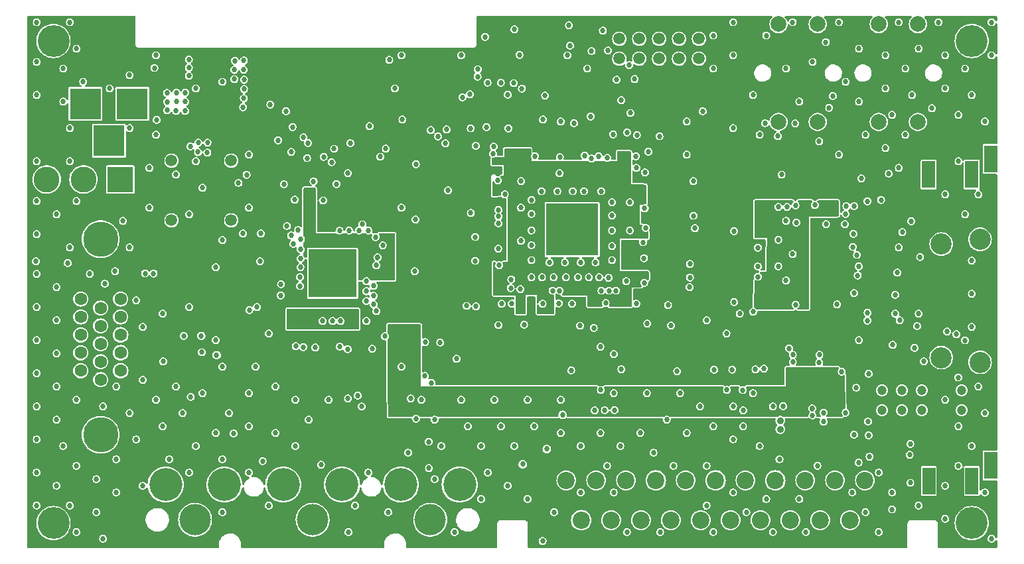
<source format=gbr>
G04 #@! TF.GenerationSoftware,KiCad,Pcbnew,7.0.6+dfsg-1*
G04 #@! TF.CreationDate,2023-08-01T21:26:42+03:00*
G04 #@! TF.ProjectId,ossc_board,6f737363-5f62-46f6-9172-642e6b696361,rev?*
G04 #@! TF.SameCoordinates,Original*
G04 #@! TF.FileFunction,Copper,L3,Inr*
G04 #@! TF.FilePolarity,Positive*
%FSLAX46Y46*%
G04 Gerber Fmt 4.6, Leading zero omitted, Abs format (unit mm)*
G04 Created by KiCad (PCBNEW 7.0.6+dfsg-1) date 2023-08-01 21:26:42*
%MOMM*%
%LPD*%
G01*
G04 APERTURE LIST*
G04 #@! TA.AperFunction,ComponentPad*
%ADD10R,4.000000X4.000000*%
G04 #@! TD*
G04 #@! TA.AperFunction,ComponentPad*
%ADD11C,1.600000*%
G04 #@! TD*
G04 #@! TA.AperFunction,ComponentPad*
%ADD12C,4.500000*%
G04 #@! TD*
G04 #@! TA.AperFunction,ComponentPad*
%ADD13C,1.506220*%
G04 #@! TD*
G04 #@! TA.AperFunction,ComponentPad*
%ADD14C,4.064000*%
G04 #@! TD*
G04 #@! TA.AperFunction,ComponentPad*
%ADD15C,0.690000*%
G04 #@! TD*
G04 #@! TA.AperFunction,ComponentPad*
%ADD16C,2.000000*%
G04 #@! TD*
G04 #@! TA.AperFunction,Conductor*
%ADD17R,6.200000X6.200000*%
G04 #@! TD*
G04 #@! TA.AperFunction,ComponentPad*
%ADD18C,4.200000*%
G04 #@! TD*
G04 #@! TA.AperFunction,ComponentPad*
%ADD19C,4.000000*%
G04 #@! TD*
G04 #@! TA.AperFunction,ComponentPad*
%ADD20C,2.200000*%
G04 #@! TD*
G04 #@! TA.AperFunction,Conductor*
%ADD21R,6.700000X6.700000*%
G04 #@! TD*
G04 #@! TA.AperFunction,ComponentPad*
%ADD22R,3.300000X3.300000*%
G04 #@! TD*
G04 #@! TA.AperFunction,ComponentPad*
%ADD23C,3.300000*%
G04 #@! TD*
G04 #@! TA.AperFunction,ComponentPad*
%ADD24R,1.700000X3.500000*%
G04 #@! TD*
G04 #@! TA.AperFunction,ComponentPad*
%ADD25C,2.700000*%
G04 #@! TD*
G04 #@! TA.AperFunction,ComponentPad*
%ADD26C,0.900000*%
G04 #@! TD*
G04 #@! TA.AperFunction,ComponentPad*
%ADD27C,1.200000*%
G04 #@! TD*
G04 #@! TA.AperFunction,ComponentPad*
%ADD28C,1.500000*%
G04 #@! TD*
G04 #@! TA.AperFunction,ViaPad*
%ADD29C,0.686000*%
G04 #@! TD*
G04 #@! TA.AperFunction,ViaPad*
%ADD30C,1.500000*%
G04 #@! TD*
G04 APERTURE END LIST*
D10*
X21202140Y-28649000D03*
X15202660Y-28649000D03*
X18202400Y-33348000D03*
D11*
X19695500Y-62735400D03*
X19695500Y-60445400D03*
X19695500Y-58155400D03*
X19695500Y-55865400D03*
X19695500Y-53575400D03*
X17155500Y-63875400D03*
X17155500Y-61585400D03*
X17155500Y-59295400D03*
X17155500Y-57005400D03*
D12*
X17155500Y-45915400D03*
D11*
X17155500Y-54715400D03*
D12*
X17155500Y-70915400D03*
D11*
X14615500Y-62735400D03*
X14615500Y-60445400D03*
X14615500Y-58155400D03*
X14615500Y-55865400D03*
X14615500Y-53575400D03*
D13*
X93480000Y-20320000D03*
X93480000Y-22860000D03*
X90940000Y-20320000D03*
X90940000Y-22860000D03*
X88400000Y-20320000D03*
X88400000Y-22860000D03*
X85860000Y-20320000D03*
X85860000Y-22860000D03*
X83320000Y-20320000D03*
X83320000Y-22860000D03*
D14*
X11130000Y-20600000D03*
X11130000Y-82200000D03*
X128300000Y-82200000D03*
X128300000Y-20600000D03*
D15*
X44336000Y-52692000D03*
X45136000Y-52692000D03*
X45936000Y-52692000D03*
X46736000Y-52692000D03*
X47536000Y-52692000D03*
X48336000Y-52692000D03*
X49136000Y-52692000D03*
X44336000Y-51892000D03*
X45136000Y-51892000D03*
X45936000Y-51892000D03*
X46736000Y-51892000D03*
X47536000Y-51892000D03*
X48336000Y-51892000D03*
X49136000Y-51892000D03*
X44336000Y-51092000D03*
X45136000Y-51092000D03*
X48336000Y-51092000D03*
X49136000Y-51092000D03*
X44336000Y-50292000D03*
X45136000Y-50292000D03*
D16*
X46736000Y-50292000D03*
D17*
X46736000Y-50292000D03*
D15*
X48336000Y-50292000D03*
X49136000Y-50292000D03*
X44336000Y-49492000D03*
X45136000Y-49492000D03*
X48336000Y-49492000D03*
X49136000Y-49492000D03*
X44336000Y-48692000D03*
X45136000Y-48692000D03*
X45936000Y-48692000D03*
X46736000Y-48692000D03*
X47536000Y-48692000D03*
X48336000Y-48692000D03*
X49136000Y-48692000D03*
X44336000Y-47892000D03*
X45136000Y-47892000D03*
X45936000Y-47892000D03*
X46736000Y-47892000D03*
X47536000Y-47892000D03*
X48336000Y-47892000D03*
X49136000Y-47892000D03*
D18*
X40446000Y-77276200D03*
X47946000Y-77276200D03*
X55446000Y-77276200D03*
X62946000Y-77276200D03*
X25446000Y-77276200D03*
X32946000Y-77276200D03*
D19*
X29196000Y-81776200D03*
X44196000Y-81776200D03*
X59196000Y-81776200D03*
D15*
X79850000Y-42150000D03*
X79000000Y-42150000D03*
X78150000Y-42150000D03*
X77300000Y-42150000D03*
X76450000Y-42150000D03*
X75600000Y-42150000D03*
X74750000Y-42150000D03*
X79850000Y-43000000D03*
X79000000Y-43000000D03*
X78150000Y-43000000D03*
X77300000Y-43000000D03*
X76450000Y-43000000D03*
X75600000Y-43000000D03*
X74750000Y-43000000D03*
X79850000Y-43850000D03*
X79000000Y-43850000D03*
X75600000Y-43850000D03*
X74750000Y-43850000D03*
X79850000Y-44700000D03*
X79000000Y-44700000D03*
D20*
X77300000Y-44700000D03*
D21*
X77300000Y-44700000D03*
D15*
X75600000Y-44700000D03*
X74750000Y-44700000D03*
X79850000Y-45550000D03*
X79000000Y-45550000D03*
X75600000Y-45550000D03*
X74750000Y-45550000D03*
X79850000Y-46400000D03*
X79000000Y-46400000D03*
X78150000Y-46400000D03*
X77300000Y-46400000D03*
X76450000Y-46400000D03*
X75600000Y-46400000D03*
X74750000Y-46400000D03*
X79850000Y-47250000D03*
X79000000Y-47250000D03*
X78150000Y-47250000D03*
X77300000Y-47250000D03*
X76450000Y-47250000D03*
X75600000Y-47250000D03*
X74750000Y-47250000D03*
D22*
X19666000Y-38298000D03*
D23*
X14966000Y-38298000D03*
X10266000Y-38298000D03*
D16*
X116418000Y-30950000D03*
X116418000Y-18450000D03*
X121418000Y-30950000D03*
X121418000Y-18450000D03*
X103631000Y-30950000D03*
X103631000Y-18450000D03*
X108631000Y-30950000D03*
X108631000Y-18450000D03*
D24*
X130706000Y-74830000D03*
X128306000Y-76830000D03*
X122806000Y-76830000D03*
X130698000Y-35676000D03*
X128298000Y-37676000D03*
X122798000Y-37676000D03*
D25*
X129350000Y-61650000D03*
X124400000Y-61050000D03*
X124400000Y-46550000D03*
X129350000Y-45950000D03*
D26*
X103861000Y-70197000D03*
X103861000Y-69097000D03*
D20*
X114659600Y-76741200D03*
X112754600Y-81821200D03*
X110849600Y-76741200D03*
X108944600Y-81821200D03*
X107039600Y-76741200D03*
X105134600Y-81821200D03*
X103229600Y-76741200D03*
X101324600Y-81821200D03*
X99419600Y-76741200D03*
X97514600Y-81821200D03*
X95609600Y-76741200D03*
X93704600Y-81821200D03*
X91799600Y-76741200D03*
X89894600Y-81821200D03*
X87989600Y-76741200D03*
X86084600Y-81821200D03*
X84179600Y-76741200D03*
X82274600Y-81821200D03*
X80369600Y-76741200D03*
X78464600Y-81821200D03*
X76559600Y-76741200D03*
D27*
X127000000Y-67790000D03*
X127000000Y-65250000D03*
X116840000Y-65250000D03*
X119380000Y-65250000D03*
X121920000Y-65250000D03*
X116840000Y-67790000D03*
X119380000Y-67790000D03*
X121920000Y-67790000D03*
D28*
X26184500Y-35889300D03*
X26184500Y-43509300D03*
X33804500Y-43509300D03*
X33804500Y-35889300D03*
D29*
X84323000Y-32288000D03*
X84732200Y-29806000D03*
X108848000Y-60705000D03*
X105453000Y-60701000D03*
X43617000Y-33642000D03*
X24312000Y-30690000D03*
X43043000Y-32918000D03*
X24000000Y-24050000D03*
X110562000Y-27638000D03*
X45599000Y-35400000D03*
X127430000Y-58850000D03*
X52818000Y-35391000D03*
X117714100Y-37557100D03*
X53534000Y-34370000D03*
X46943000Y-34376000D03*
X110094000Y-29135000D03*
X116710000Y-40910000D03*
X126320000Y-58080000D03*
X69098500Y-27469200D03*
X69847800Y-25996000D03*
X68209500Y-25945200D03*
X66507700Y-25932500D03*
X73848300Y-27570800D03*
X70901900Y-26681800D03*
X81870000Y-21820002D03*
X79665000Y-30246000D03*
X84590000Y-23679000D03*
X79790000Y-21890000D03*
X77541000Y-31105000D03*
X81230000Y-19270000D03*
X83576500Y-28167700D03*
X69596000Y-54152800D03*
X80061000Y-57252000D03*
X85496400Y-54178200D03*
X70700000Y-52300000D03*
X85428000Y-35326000D03*
X84200000Y-51300000D03*
X69187000Y-31768000D03*
X87046000Y-34757000D03*
X67200000Y-35000000D03*
X89535000Y-54356000D03*
X67900000Y-56900000D03*
X85500000Y-36800000D03*
X69900800Y-35306000D03*
X86556000Y-45389000D03*
X82804000Y-54102000D03*
X70586600Y-54178200D03*
X71595000Y-35377000D03*
X67995800Y-35839400D03*
X74498200Y-54152800D03*
X67843400Y-52197000D03*
X86403000Y-39400000D03*
X84087000Y-35223000D03*
X68021200Y-39522400D03*
X86517000Y-50546000D03*
X82516000Y-32537000D03*
X114971000Y-56319000D03*
X54432000Y-57465000D03*
X46736000Y-56388000D03*
X109899000Y-62678000D03*
X102850000Y-66360000D03*
X57440000Y-58720000D03*
X56460000Y-64108000D03*
X111090000Y-68070000D03*
X112100000Y-44000000D03*
X105471000Y-62728000D03*
X40117100Y-53097800D03*
X40050000Y-36740000D03*
X32180000Y-44260000D03*
X36300000Y-43640000D03*
X78587600Y-54178200D03*
X86558000Y-43510000D03*
X46073400Y-27113600D03*
X45811000Y-37856000D03*
X90790100Y-28104200D03*
X45819000Y-44196000D03*
X101000000Y-48300000D03*
X68377000Y-48296000D03*
X99065000Y-21336000D03*
X86407000Y-49511000D03*
X112100000Y-37300000D03*
X73607000Y-35245000D03*
X108306000Y-58560000D03*
X104900000Y-38400000D03*
D30*
X38353000Y-34188000D03*
D29*
X52118600Y-44080800D03*
X67843400Y-45440600D03*
X52486900Y-48246400D03*
X67995800Y-40894000D03*
X86624000Y-38476000D03*
X67843400Y-37084000D03*
X107930000Y-67540000D03*
D30*
X37165000Y-32898000D03*
D29*
X72400500Y-17800000D03*
X85839000Y-47092000D03*
X52324000Y-56134000D03*
X98826000Y-29083000D03*
X72110600Y-54178200D03*
X77553000Y-35406000D03*
X118140000Y-80440000D03*
X115040000Y-69220000D03*
X44543000Y-59767000D03*
X47673600Y-59651000D03*
X119080000Y-56270000D03*
X121310000Y-57030000D03*
X101000000Y-41900000D03*
X110700000Y-41700000D03*
X106400000Y-53500000D03*
X100968000Y-53185000D03*
X105000000Y-53500000D03*
X107200000Y-41600000D03*
X36118800Y-54991000D03*
X37084000Y-54610000D03*
X125140000Y-57710000D03*
X114180000Y-38160000D03*
X48706000Y-66277000D03*
X49957000Y-65908000D03*
X113258600Y-52806600D03*
X43979000Y-44493000D03*
X52324000Y-50546000D03*
X43939800Y-40651800D03*
X52160000Y-47020000D03*
X113184000Y-45236000D03*
X51778039Y-59921961D03*
X53420000Y-58330000D03*
X76100000Y-68370000D03*
X71010000Y-74670000D03*
X74070000Y-72730000D03*
X29982500Y-58279400D03*
X31938300Y-60743200D03*
X20846879Y-68124500D03*
X66530879Y-75738500D03*
X26815000Y-27219000D03*
X121700000Y-48210000D03*
X18308879Y-26670500D03*
X28590000Y-34069000D03*
X129134879Y-40206500D03*
X85288000Y-25471000D03*
X74400000Y-48900000D03*
X104700000Y-41800000D03*
X73450000Y-50800000D03*
X56693000Y-66271000D03*
X67376879Y-66432500D03*
X118982879Y-36822500D03*
X101216879Y-72354500D03*
X13232879Y-18210500D03*
X56378879Y-73200500D03*
X39458879Y-70662500D03*
X26784000Y-29535000D03*
X91064879Y-65586500D03*
X75400000Y-39800000D03*
X77400000Y-39800000D03*
X130826879Y-22440500D03*
X35425000Y-27912000D03*
X22814000Y-50300000D03*
X120674879Y-27516500D03*
X8896000Y-48748000D03*
X63992879Y-69816500D03*
X57390000Y-68854000D03*
X9002879Y-50358500D03*
X36074879Y-75738500D03*
X28460879Y-42744500D03*
X55532879Y-62202500D03*
X70800000Y-38500000D03*
X65048000Y-54521000D03*
X47630000Y-44836000D03*
X72572000Y-35329000D03*
X25076879Y-55434500D03*
X82977000Y-25552000D03*
X94448879Y-74892500D03*
X103600000Y-41800000D03*
X12386879Y-28362500D03*
X80691000Y-35342000D03*
X23912000Y-50307000D03*
X124904879Y-40206500D03*
X76682879Y-22440500D03*
X9002879Y-23286500D03*
X103754879Y-74046500D03*
X80750000Y-50800000D03*
X95294879Y-19902500D03*
X81050000Y-52500000D03*
X70760879Y-46128500D03*
X22538879Y-57126500D03*
X34267000Y-23119000D03*
X124058879Y-18210500D03*
X103600000Y-49400000D03*
X75590400Y-54127400D03*
X32690000Y-46036000D03*
X58994000Y-71803000D03*
X95294879Y-83352500D03*
X9002879Y-54588500D03*
X75700000Y-52500000D03*
X29306879Y-26670500D03*
X33536879Y-68124500D03*
X21692879Y-71508500D03*
X41910000Y-40894000D03*
X94448879Y-56280500D03*
X102062879Y-19902500D03*
X71170800Y-56845200D03*
X9002879Y-79968500D03*
X24230879Y-66432500D03*
X16616879Y-76584500D03*
X105446879Y-47820500D03*
X76901000Y-18600000D03*
X111368879Y-18210500D03*
X29581000Y-34785000D03*
X114996000Y-55321000D03*
X11540879Y-68970500D03*
X40167900Y-51688100D03*
X113881000Y-49400000D03*
X97832879Y-67278500D03*
X45263000Y-74737000D03*
X109700000Y-44000000D03*
X46226879Y-66432500D03*
X61276000Y-31913000D03*
X111700000Y-62840000D03*
X35410000Y-24277000D03*
X102062879Y-79122500D03*
X12386879Y-24132500D03*
X34221000Y-24270000D03*
X42707900Y-45909600D03*
X41628000Y-31593000D03*
X90218879Y-74892500D03*
X99060000Y-65200000D03*
X64947800Y-45643800D03*
X82604879Y-78276500D03*
X117290879Y-22440500D03*
X107980000Y-68440000D03*
X53134600Y-46709700D03*
X69545000Y-51064000D03*
X127442879Y-24132500D03*
X12386879Y-72354500D03*
X59762879Y-76584500D03*
X99524879Y-80814500D03*
X70584400Y-22363800D03*
X16616879Y-80814500D03*
X27973000Y-28354000D03*
X69469000Y-52177000D03*
X32690879Y-62202500D03*
X82900000Y-52500000D03*
X48875000Y-44826000D03*
X35770000Y-37700000D03*
X66385000Y-31608000D03*
X32690879Y-74046500D03*
X118982879Y-18210500D03*
X23384879Y-41898500D03*
X11540879Y-42744500D03*
X43480000Y-35565000D03*
X29306879Y-35976500D03*
X67900000Y-42200000D03*
X11540879Y-64740500D03*
X112200000Y-42700000D03*
X118800000Y-50200000D03*
X59036000Y-75175000D03*
X14078879Y-21594500D03*
X31844879Y-70662500D03*
X104230000Y-67260000D03*
X51054000Y-56388000D03*
X97832879Y-31746500D03*
X44318000Y-38546000D03*
X81584800Y-54102000D03*
X113131600Y-46913800D03*
X105446879Y-18210500D03*
X75700000Y-37500000D03*
X78400000Y-48900000D03*
X113906879Y-28362500D03*
X97050000Y-65190000D03*
X11540879Y-60510500D03*
X20846879Y-31746500D03*
X80193000Y-67788000D03*
X128288879Y-57126500D03*
X97978000Y-53969000D03*
X73400000Y-39800000D03*
X9002879Y-71508500D03*
X101216879Y-32592500D03*
X99110000Y-69830000D03*
X78374879Y-78276500D03*
X19154879Y-74046500D03*
X78374879Y-72354500D03*
X51069000Y-52578000D03*
X67900000Y-43000000D03*
X92329000Y-49098200D03*
X63146879Y-22440500D03*
X41443000Y-45441000D03*
X36074879Y-35130500D03*
X26830000Y-28316000D03*
X126596879Y-30054500D03*
X52227000Y-45659000D03*
X107984879Y-23286500D03*
X65684879Y-79122500D03*
X124904879Y-26670500D03*
X113570000Y-64900000D03*
X83450879Y-72354500D03*
X130826879Y-84198500D03*
X63146879Y-66432500D03*
X31844879Y-58818500D03*
X82400000Y-44800000D03*
X124904879Y-77430500D03*
X25618000Y-28377000D03*
X30152879Y-39360500D03*
X123212879Y-29208500D03*
X83588000Y-62534000D03*
X119828879Y-24132500D03*
X119828879Y-32592500D03*
X104600879Y-43590500D03*
X58070879Y-66432500D03*
X84696000Y-44818000D03*
X121520879Y-21594500D03*
X52324000Y-49276000D03*
X102908879Y-67278500D03*
X69914879Y-72354500D03*
X51458000Y-31486000D03*
X55532879Y-41898500D03*
X40523000Y-38908000D03*
X13232879Y-35976500D03*
X91910879Y-30900500D03*
X100696000Y-62555000D03*
X78816200Y-39801800D03*
X41737000Y-46518000D03*
X94448879Y-79968500D03*
X34138000Y-70744000D03*
X62300879Y-83352500D03*
X41457000Y-34770000D03*
X97960000Y-44900000D03*
X100995000Y-49408000D03*
X74800000Y-52500000D03*
X73533000Y-84475000D03*
X103560000Y-32750000D03*
X112300000Y-41700000D03*
X71606879Y-79122500D03*
X118982879Y-46974500D03*
X68222879Y-69816500D03*
X81950000Y-50850000D03*
X11540879Y-77430500D03*
X19154879Y-78276500D03*
X82400000Y-48600000D03*
X101796000Y-62454000D03*
X67300000Y-34100000D03*
X11540879Y-52050500D03*
X102908879Y-83352500D03*
X29306879Y-72354500D03*
X51979000Y-53167000D03*
X80912879Y-70662500D03*
X25136000Y-61549000D03*
X40930000Y-44242000D03*
X42669800Y-47217700D03*
X32690879Y-80814500D03*
X118136879Y-30054500D03*
X17462879Y-84198500D03*
X24230879Y-32592500D03*
X112214879Y-25824500D03*
X118136879Y-78276500D03*
X36920879Y-62202500D03*
X67871000Y-47130000D03*
X42603000Y-51907000D03*
X117290879Y-34284500D03*
X22538879Y-63894500D03*
X127442879Y-42744500D03*
X86681000Y-44463000D03*
X86591000Y-37404000D03*
X50556500Y-44030000D03*
X27958000Y-27203000D03*
X98678879Y-55434500D03*
X29604000Y-33581000D03*
X72100000Y-42700000D03*
X114752879Y-80814500D03*
X97832879Y-18210500D03*
X89916000Y-56946800D03*
X48764879Y-83352500D03*
X14078879Y-41052500D03*
X79450000Y-50800000D03*
X9002879Y-67278500D03*
X35330000Y-29051000D03*
X28460879Y-75738500D03*
X38612879Y-57972500D03*
X128288879Y-27516500D03*
X58527000Y-63383000D03*
X117290879Y-26670500D03*
X106292879Y-28362500D03*
X45466000Y-56388000D03*
X17462879Y-67278500D03*
X51302879Y-75738500D03*
X51984000Y-54254000D03*
X111368879Y-35130500D03*
X61128000Y-33673000D03*
X72452879Y-69816500D03*
X105800000Y-54300000D03*
X72100000Y-48600000D03*
X65000000Y-34000000D03*
X15770879Y-50358500D03*
X75836879Y-70662500D03*
X60484000Y-59135000D03*
X76500000Y-50800000D03*
X47254000Y-38877000D03*
X80300000Y-48900000D03*
X65684879Y-72354500D03*
X30770000Y-34854000D03*
X14924879Y-25824500D03*
X105900000Y-43800000D03*
X119421000Y-45027000D03*
X60608879Y-72354500D03*
X126596879Y-69816500D03*
X42365000Y-44753900D03*
X22538879Y-77430500D03*
X57226000Y-50018000D03*
X82400000Y-41200000D03*
X9002879Y-75738500D03*
X57328000Y-43404000D03*
X129134879Y-64740500D03*
X38612879Y-79968500D03*
X118510000Y-53040000D03*
X35425000Y-23111000D03*
X82400000Y-42900000D03*
X52324000Y-55118000D03*
X91910879Y-35130500D03*
X35448000Y-26754000D03*
X28460879Y-54588500D03*
X14078879Y-83352500D03*
X67900000Y-43900000D03*
X61468000Y-39690000D03*
X114752879Y-32592500D03*
X45527300Y-40982000D03*
X101900000Y-31120000D03*
X124904879Y-22440500D03*
X37810000Y-74280000D03*
X27614879Y-68124500D03*
X35448000Y-25542000D03*
X111115000Y-54258000D03*
X81000000Y-39800000D03*
X24230879Y-22440500D03*
X80912879Y-59664500D03*
X70760879Y-41898500D03*
X66203000Y-20081000D03*
X81758879Y-74892500D03*
X9002879Y-45282500D03*
X86346000Y-46318000D03*
X116444879Y-75738500D03*
X14078879Y-74892500D03*
X13232879Y-46974500D03*
X63848000Y-54441000D03*
X51333000Y-44831000D03*
X105000000Y-59880000D03*
X72100000Y-44800000D03*
X48997000Y-33658000D03*
X34750000Y-38740000D03*
X92329000Y-50825400D03*
X20846879Y-46974500D03*
X82700000Y-67772000D03*
X73533000Y-54178200D03*
X41996879Y-66432500D03*
X42657000Y-48402000D03*
X91910879Y-70662500D03*
X54686879Y-26670500D03*
X20000879Y-43590500D03*
X93602879Y-67278500D03*
X50135000Y-44811000D03*
X75735000Y-35437000D03*
X68707000Y-40208200D03*
X81481000Y-67780000D03*
X106292879Y-79122500D03*
X11540879Y-56280500D03*
X77038000Y-21199000D03*
X20846879Y-24978500D03*
X100405000Y-55195000D03*
X124904879Y-81660500D03*
X58548000Y-59066000D03*
X86567000Y-41960000D03*
X25634000Y-29451000D03*
X47752000Y-56388000D03*
X104020000Y-37680000D03*
X25611000Y-27249000D03*
X113060879Y-78276500D03*
X82604879Y-65586500D03*
X118550000Y-55450000D03*
X9002879Y-58818500D03*
X36074879Y-41898500D03*
X69947000Y-19116000D03*
X51064000Y-51308000D03*
X113262543Y-70902543D03*
X64947800Y-48691800D03*
X82400000Y-46800000D03*
X128288879Y-52896500D03*
X86500000Y-51500000D03*
X101006000Y-50724000D03*
X43688879Y-68970500D03*
X14078879Y-66432500D03*
X13232879Y-79968500D03*
X72100000Y-50800000D03*
X28404000Y-22974000D03*
X9002879Y-35976500D03*
X103600000Y-46000000D03*
X89372879Y-68970500D03*
X28404000Y-24014000D03*
X109676879Y-20748500D03*
X21692879Y-53742500D03*
X69068879Y-77430500D03*
X71606879Y-66432500D03*
X129980879Y-30900500D03*
X42596000Y-50764000D03*
X27935000Y-29535000D03*
X84673000Y-41214000D03*
X34214000Y-25489000D03*
X95294879Y-69816500D03*
X84296879Y-83352500D03*
X75836879Y-66432500D03*
X31844879Y-49512500D03*
X50456879Y-67278500D03*
X42634000Y-49507000D03*
X121520879Y-55434500D03*
X76400000Y-48900000D03*
X104600879Y-24132500D03*
X88526879Y-83352500D03*
X126596879Y-35976500D03*
X95294879Y-24132500D03*
X120564000Y-43632000D03*
X86479000Y-48360000D03*
X114983600Y-41083600D03*
X74990879Y-80814500D03*
X23384879Y-36822500D03*
X113906879Y-21594500D03*
X101000000Y-47000000D03*
X68300600Y-54178200D03*
X63307000Y-27793000D03*
X77175000Y-62690000D03*
X74950000Y-50800000D03*
X42034800Y-59600200D03*
X12960000Y-48971000D03*
X49610879Y-79968500D03*
X104600879Y-51204500D03*
X9002879Y-18210500D03*
X25922879Y-74046500D03*
X86900000Y-56700000D03*
X90700000Y-62800000D03*
X105800000Y-41600000D03*
X107138879Y-83352500D03*
X97832879Y-71508500D03*
X26768879Y-37668500D03*
X92756879Y-38514500D03*
X100370879Y-27516500D03*
X65263000Y-24216000D03*
X108265000Y-41567000D03*
X116444879Y-83352500D03*
X9002879Y-27516500D03*
X78326000Y-56982000D03*
X19154879Y-64740500D03*
X51979000Y-51887000D03*
X95429000Y-62602000D03*
X88440000Y-32771000D03*
X129980879Y-78276500D03*
X48707000Y-37490000D03*
X86834879Y-65586500D03*
X59762879Y-68970500D03*
X28404000Y-25055000D03*
X62553000Y-61200000D03*
X30053000Y-60371000D03*
X85988879Y-70662500D03*
X113906879Y-58818500D03*
X41996879Y-72354500D03*
X87680879Y-73200500D03*
X26768879Y-64740500D03*
X121520879Y-79968500D03*
X59265000Y-31993000D03*
X100370879Y-65586500D03*
X60190000Y-32781000D03*
X67986000Y-49256000D03*
X129980879Y-68124500D03*
X82000000Y-52500000D03*
X9002879Y-63048500D03*
X85568000Y-32634000D03*
X36074879Y-69816500D03*
X30152879Y-65586500D03*
X59329000Y-64267000D03*
X82612000Y-60590000D03*
X30777000Y-33581000D03*
X65232000Y-25156000D03*
X55532879Y-22440500D03*
X121000002Y-59810000D03*
X126596879Y-74892500D03*
X27757000Y-58278000D03*
X75836879Y-30900500D03*
X53840879Y-80814500D03*
X25076879Y-69816500D03*
X51054000Y-53828000D03*
X72100000Y-40900000D03*
X32690879Y-25824500D03*
X9002879Y-41052500D03*
X97832879Y-22440500D03*
X78895000Y-35237000D03*
X67843400Y-38404800D03*
X124904879Y-66432500D03*
X97832879Y-78276500D03*
X79220879Y-24132500D03*
X96986879Y-57972500D03*
X108830879Y-33438500D03*
X78050000Y-50800000D03*
X92303600Y-52044600D03*
X39811000Y-33296000D03*
X39458879Y-64740500D03*
X99120000Y-67790000D03*
X97738000Y-62591000D03*
X128288879Y-72354500D03*
X128288879Y-48666500D03*
X28651000Y-66081000D03*
X130826879Y-18210500D03*
X36074879Y-65586500D03*
X72100000Y-46700000D03*
X13232879Y-31746500D03*
X43000000Y-59701800D03*
X48664200Y-59981200D03*
X109385000Y-69243000D03*
X109377000Y-68077000D03*
X115120000Y-63120000D03*
X112210000Y-68100000D03*
X115250000Y-73710000D03*
X108600000Y-74860000D03*
X115140000Y-70980000D03*
X113840000Y-74460000D03*
X113645000Y-47926000D03*
X113741200Y-50571400D03*
X55649200Y-30644200D03*
X73590000Y-30644000D03*
X19000000Y-50010000D03*
X17670000Y-51610000D03*
X35306000Y-45212000D03*
X37592000Y-45212000D03*
X40810000Y-29590100D03*
X38796300Y-28713800D03*
X92964000Y-44521000D03*
X105780000Y-31130000D03*
X92774000Y-42931000D03*
X37479000Y-48745000D03*
X49530000Y-56388000D03*
X41330000Y-55790000D03*
X42225300Y-56260100D03*
X43434000Y-56388000D03*
X105456000Y-61628000D03*
X46608000Y-36111000D03*
X80970000Y-65197000D03*
X108833000Y-61692000D03*
X57371000Y-36332000D03*
X53972000Y-23020000D03*
X64262000Y-27402000D03*
X64378000Y-31758000D03*
X64381000Y-42577000D03*
X120450000Y-77050000D03*
X118210000Y-59420000D03*
X122170000Y-61530000D03*
X120360000Y-73470000D03*
X120450000Y-72090000D03*
X126560000Y-63590000D03*
X81788000Y-35557000D03*
X79756000Y-35610800D03*
X77292200Y-54152800D03*
X93965100Y-29590100D03*
X113300000Y-41700000D03*
G04 #@! TA.AperFunction,Conductor*
G36*
X105478587Y-40996052D02*
G01*
X105525080Y-41049708D01*
X105535184Y-41119982D01*
X105505690Y-41184562D01*
X105478586Y-41208048D01*
X105466888Y-41215565D01*
X105466887Y-41215565D01*
X105372073Y-41324987D01*
X105372071Y-41324990D01*
X105309441Y-41462131D01*
X105262948Y-41515786D01*
X105194828Y-41535788D01*
X105126707Y-41515786D01*
X105099604Y-41492301D01*
X105033112Y-41415566D01*
X104972212Y-41376428D01*
X104911312Y-41337290D01*
X104911311Y-41337289D01*
X104911310Y-41337289D01*
X104772392Y-41296500D01*
X104627608Y-41296500D01*
X104488689Y-41337289D01*
X104488686Y-41337291D01*
X104366887Y-41415566D01*
X104272074Y-41524986D01*
X104272073Y-41524987D01*
X104272073Y-41524988D01*
X104264612Y-41541323D01*
X104218121Y-41594977D01*
X104150000Y-41614979D01*
X104081879Y-41594977D01*
X104035387Y-41541323D01*
X104027927Y-41524988D01*
X103933113Y-41415567D01*
X103933112Y-41415566D01*
X103872212Y-41376428D01*
X103811312Y-41337290D01*
X103811311Y-41337289D01*
X103811310Y-41337289D01*
X103672392Y-41296500D01*
X103527608Y-41296500D01*
X103388689Y-41337289D01*
X103388686Y-41337291D01*
X103266887Y-41415566D01*
X103172073Y-41524987D01*
X103152887Y-41567000D01*
X103111927Y-41656689D01*
X103091322Y-41800000D01*
X103111927Y-41943311D01*
X103172073Y-42075012D01*
X103266887Y-42184433D01*
X103388688Y-42262710D01*
X103527608Y-42303500D01*
X103672392Y-42303500D01*
X103811312Y-42262710D01*
X103933113Y-42184433D01*
X104027927Y-42075012D01*
X104035386Y-42058678D01*
X104081878Y-42005023D01*
X104149998Y-41985020D01*
X104218119Y-42005021D01*
X104264612Y-42058674D01*
X104272073Y-42075012D01*
X104366887Y-42184433D01*
X104488688Y-42262710D01*
X104627608Y-42303500D01*
X104772392Y-42303500D01*
X104911312Y-42262710D01*
X105033113Y-42184433D01*
X105127927Y-42075012D01*
X105188073Y-41943311D01*
X105188073Y-41943306D01*
X105190557Y-41937869D01*
X105237050Y-41884213D01*
X105305170Y-41864211D01*
X105373291Y-41884213D01*
X105400395Y-41907698D01*
X105438292Y-41951433D01*
X105466887Y-41984433D01*
X105588688Y-42062710D01*
X105727608Y-42103500D01*
X105872392Y-42103500D01*
X106011312Y-42062710D01*
X106133113Y-41984433D01*
X106227927Y-41875012D01*
X106288073Y-41743311D01*
X106308678Y-41600000D01*
X106288073Y-41456689D01*
X106227927Y-41324988D01*
X106133113Y-41215567D01*
X106133112Y-41215566D01*
X106133111Y-41215565D01*
X106121414Y-41208048D01*
X106074921Y-41154393D01*
X106064816Y-41084119D01*
X106094309Y-41019538D01*
X106154035Y-40981154D01*
X106189534Y-40976050D01*
X107834934Y-40976050D01*
X107903055Y-40996052D01*
X107949548Y-41049708D01*
X107959652Y-41119982D01*
X107930157Y-41184562D01*
X107909808Y-41208048D01*
X107837073Y-41291987D01*
X107780637Y-41415566D01*
X107776927Y-41423689D01*
X107756322Y-41567000D01*
X107776927Y-41710311D01*
X107837073Y-41842012D01*
X107931887Y-41951433D01*
X108053688Y-42029710D01*
X108192608Y-42070500D01*
X108337392Y-42070500D01*
X108476312Y-42029710D01*
X108598113Y-41951433D01*
X108692927Y-41842012D01*
X108753073Y-41710311D01*
X108773678Y-41567000D01*
X108753073Y-41423689D01*
X108692927Y-41291988D01*
X108599841Y-41184561D01*
X108570349Y-41119982D01*
X108580452Y-41049708D01*
X108626945Y-40996052D01*
X108695065Y-40976050D01*
X111211014Y-40976050D01*
X111279135Y-40996052D01*
X111325628Y-41049708D01*
X111337010Y-41102948D01*
X111333696Y-41567000D01*
X111324216Y-42894113D01*
X111303728Y-42962089D01*
X111249741Y-43008198D01*
X111198929Y-43019211D01*
X107510000Y-43040000D01*
X107509999Y-43040000D01*
X107490212Y-54823725D01*
X107470095Y-54891812D01*
X107416362Y-54938214D01*
X107363726Y-54949512D01*
X106156519Y-54944854D01*
X106088476Y-54924589D01*
X106042190Y-54870755D01*
X106032358Y-54800442D01*
X106062100Y-54735976D01*
X106088885Y-54712857D01*
X106117142Y-54694697D01*
X106133111Y-54684434D01*
X106133112Y-54684434D01*
X106169506Y-54642433D01*
X106227927Y-54575012D01*
X106288073Y-54443311D01*
X106308678Y-54300000D01*
X106288073Y-54156689D01*
X106227927Y-54024988D01*
X106133113Y-53915567D01*
X106133112Y-53915566D01*
X106067760Y-53873567D01*
X106011312Y-53837290D01*
X106011311Y-53837289D01*
X106011310Y-53837289D01*
X105872392Y-53796500D01*
X105727608Y-53796500D01*
X105588689Y-53837289D01*
X105588686Y-53837291D01*
X105466887Y-53915566D01*
X105372073Y-54024987D01*
X105311927Y-54156688D01*
X105291322Y-54299999D01*
X105311927Y-54443311D01*
X105372073Y-54575012D01*
X105466887Y-54684433D01*
X105506802Y-54710085D01*
X105553295Y-54763741D01*
X105563398Y-54834015D01*
X105533905Y-54898596D01*
X105474179Y-54936979D01*
X105438195Y-54942082D01*
X100893933Y-54924546D01*
X100825890Y-54904281D01*
X100799197Y-54881061D01*
X100738113Y-54810567D01*
X100738112Y-54810566D01*
X100677212Y-54771428D01*
X100616312Y-54732290D01*
X100616308Y-54732289D01*
X100608117Y-54728548D01*
X100608987Y-54726642D01*
X100559279Y-54694697D01*
X100529786Y-54630116D01*
X100528505Y-54611775D01*
X100539687Y-51253160D01*
X100559915Y-51185109D01*
X100613726Y-51138795D01*
X100684033Y-51128925D01*
X100733806Y-51147583D01*
X100794688Y-51186710D01*
X100933608Y-51227500D01*
X101078392Y-51227500D01*
X101156724Y-51204500D01*
X104092201Y-51204500D01*
X104112806Y-51347811D01*
X104172952Y-51479512D01*
X104267766Y-51588933D01*
X104389567Y-51667210D01*
X104528487Y-51708000D01*
X104673271Y-51708000D01*
X104812191Y-51667210D01*
X104933992Y-51588933D01*
X105028806Y-51479512D01*
X105088952Y-51347811D01*
X105109557Y-51204500D01*
X105088952Y-51061189D01*
X105028806Y-50929488D01*
X104933992Y-50820067D01*
X104933991Y-50820066D01*
X104873091Y-50780928D01*
X104812191Y-50741790D01*
X104812190Y-50741789D01*
X104812189Y-50741789D01*
X104673271Y-50701000D01*
X104528487Y-50701000D01*
X104389568Y-50741789D01*
X104389565Y-50741791D01*
X104267766Y-50820066D01*
X104172952Y-50929487D01*
X104172952Y-50929488D01*
X104112806Y-51061189D01*
X104092201Y-51204500D01*
X101156724Y-51204500D01*
X101217312Y-51186710D01*
X101339113Y-51108433D01*
X101433927Y-50999012D01*
X101494073Y-50867311D01*
X101514678Y-50724000D01*
X101494073Y-50580689D01*
X101433927Y-50448988D01*
X101339113Y-50339567D01*
X101339112Y-50339566D01*
X101339111Y-50339565D01*
X101332347Y-50335218D01*
X101285856Y-50281560D01*
X101275754Y-50211286D01*
X101305249Y-50146706D01*
X101364977Y-50108325D01*
X101400584Y-50103222D01*
X102120543Y-50103896D01*
X102126332Y-49400000D01*
X103091322Y-49400000D01*
X103111927Y-49543311D01*
X103172073Y-49675012D01*
X103266887Y-49784433D01*
X103388688Y-49862710D01*
X103527608Y-49903500D01*
X103672392Y-49903500D01*
X103811312Y-49862710D01*
X103933113Y-49784433D01*
X104027927Y-49675012D01*
X104088073Y-49543311D01*
X104108678Y-49400000D01*
X104088073Y-49256689D01*
X104027927Y-49124988D01*
X103933113Y-49015567D01*
X103933112Y-49015566D01*
X103823760Y-48945290D01*
X103811312Y-48937290D01*
X103811311Y-48937289D01*
X103811310Y-48937289D01*
X103672392Y-48896500D01*
X103527608Y-48896500D01*
X103388689Y-48937289D01*
X103388686Y-48937291D01*
X103266887Y-49015566D01*
X103172073Y-49124987D01*
X103168420Y-49132988D01*
X103111927Y-49256689D01*
X103091322Y-49400000D01*
X102126332Y-49400000D01*
X102139321Y-47820500D01*
X104938201Y-47820500D01*
X104958806Y-47963811D01*
X105018952Y-48095512D01*
X105113766Y-48204933D01*
X105235567Y-48283210D01*
X105374487Y-48324000D01*
X105519271Y-48324000D01*
X105658191Y-48283210D01*
X105779992Y-48204933D01*
X105874806Y-48095512D01*
X105934952Y-47963811D01*
X105955557Y-47820500D01*
X105934952Y-47677189D01*
X105874806Y-47545488D01*
X105779992Y-47436067D01*
X105779991Y-47436066D01*
X105699648Y-47384433D01*
X105658191Y-47357790D01*
X105658190Y-47357789D01*
X105658189Y-47357789D01*
X105519271Y-47317000D01*
X105374487Y-47317000D01*
X105235568Y-47357789D01*
X105235565Y-47357791D01*
X105113766Y-47436066D01*
X105018952Y-47545487D01*
X105018952Y-47545488D01*
X104958806Y-47677189D01*
X104938201Y-47820500D01*
X102139321Y-47820500D01*
X102154292Y-46000000D01*
X103091322Y-46000000D01*
X103111927Y-46143311D01*
X103172073Y-46275012D01*
X103266887Y-46384433D01*
X103388688Y-46462710D01*
X103527608Y-46503500D01*
X103672392Y-46503500D01*
X103811312Y-46462710D01*
X103933113Y-46384433D01*
X104027927Y-46275012D01*
X104088073Y-46143311D01*
X104108678Y-46000000D01*
X104088073Y-45856689D01*
X104027927Y-45724988D01*
X103933113Y-45615567D01*
X103933112Y-45615566D01*
X103872212Y-45576428D01*
X103811312Y-45537290D01*
X103811311Y-45537289D01*
X103811310Y-45537289D01*
X103672392Y-45496500D01*
X103527608Y-45496500D01*
X103388689Y-45537289D01*
X103388686Y-45537291D01*
X103266887Y-45615566D01*
X103172073Y-45724987D01*
X103172073Y-45724988D01*
X103111927Y-45856689D01*
X103091322Y-46000000D01*
X102154292Y-46000000D01*
X102156068Y-45784011D01*
X102156067Y-45784011D01*
X100681510Y-45793196D01*
X100613266Y-45773618D01*
X100566440Y-45720253D01*
X100554725Y-45667150D01*
X100555576Y-43590500D01*
X104092201Y-43590500D01*
X104112806Y-43733811D01*
X104172952Y-43865512D01*
X104267766Y-43974933D01*
X104389567Y-44053210D01*
X104528487Y-44094000D01*
X104673271Y-44094000D01*
X104812191Y-44053210D01*
X104933992Y-43974933D01*
X105028806Y-43865512D01*
X105058724Y-43800000D01*
X105391322Y-43800000D01*
X105411927Y-43943311D01*
X105472073Y-44075012D01*
X105566887Y-44184433D01*
X105688688Y-44262710D01*
X105827608Y-44303500D01*
X105972392Y-44303500D01*
X106111312Y-44262710D01*
X106233113Y-44184433D01*
X106327927Y-44075012D01*
X106388073Y-43943311D01*
X106408678Y-43800000D01*
X106388073Y-43656689D01*
X106327927Y-43524988D01*
X106233113Y-43415567D01*
X106233112Y-43415566D01*
X106172212Y-43376428D01*
X106111312Y-43337290D01*
X106111311Y-43337289D01*
X106111310Y-43337289D01*
X105972392Y-43296500D01*
X105827608Y-43296500D01*
X105688689Y-43337289D01*
X105688686Y-43337291D01*
X105566887Y-43415566D01*
X105472073Y-43524987D01*
X105411927Y-43656688D01*
X105400839Y-43733811D01*
X105391322Y-43800000D01*
X105058724Y-43800000D01*
X105088952Y-43733811D01*
X105109557Y-43590500D01*
X105088952Y-43447189D01*
X105028806Y-43315488D01*
X104933992Y-43206067D01*
X104933991Y-43206066D01*
X104873091Y-43166928D01*
X104812191Y-43127790D01*
X104812190Y-43127789D01*
X104812189Y-43127789D01*
X104673271Y-43087000D01*
X104528487Y-43087000D01*
X104389568Y-43127789D01*
X104389565Y-43127791D01*
X104267766Y-43206066D01*
X104172952Y-43315487D01*
X104127248Y-43415566D01*
X104112806Y-43447189D01*
X104092201Y-43590500D01*
X100555576Y-43590500D01*
X100556595Y-41101996D01*
X100576625Y-41033886D01*
X100630300Y-40987415D01*
X100682595Y-40976050D01*
X105410466Y-40976050D01*
X105478587Y-40996052D01*
G37*
G04 #@! TD.AperFunction*
G04 #@! TA.AperFunction,Conductor*
G36*
X49992262Y-54814685D02*
G01*
X50060365Y-54834743D01*
X50106813Y-54888437D01*
X50118157Y-54940685D01*
X50118157Y-57351078D01*
X50098155Y-57419199D01*
X50044499Y-57465692D01*
X49991954Y-57477078D01*
X40981400Y-57462537D01*
X40913311Y-57442425D01*
X40866905Y-57388694D01*
X40855604Y-57335994D01*
X40859714Y-56388000D01*
X44957322Y-56388000D01*
X44977927Y-56531311D01*
X45038073Y-56663012D01*
X45132887Y-56772433D01*
X45254688Y-56850710D01*
X45393608Y-56891500D01*
X45538392Y-56891500D01*
X45677312Y-56850710D01*
X45799113Y-56772433D01*
X45893927Y-56663012D01*
X45954073Y-56531311D01*
X45974678Y-56388000D01*
X46227322Y-56388000D01*
X46247927Y-56531311D01*
X46308073Y-56663012D01*
X46402887Y-56772433D01*
X46524688Y-56850710D01*
X46663608Y-56891500D01*
X46808392Y-56891500D01*
X46947312Y-56850710D01*
X47069113Y-56772433D01*
X47148776Y-56680496D01*
X47208500Y-56642114D01*
X47279497Y-56642114D01*
X47339223Y-56680497D01*
X47418887Y-56772433D01*
X47540688Y-56850710D01*
X47679608Y-56891500D01*
X47824392Y-56891500D01*
X47963312Y-56850710D01*
X48085113Y-56772433D01*
X48179927Y-56663012D01*
X48240073Y-56531311D01*
X48260678Y-56388000D01*
X48240073Y-56244689D01*
X48179927Y-56112988D01*
X48085113Y-56003567D01*
X48085112Y-56003566D01*
X48024212Y-55964428D01*
X47963312Y-55925290D01*
X47963311Y-55925289D01*
X47963310Y-55925289D01*
X47824392Y-55884500D01*
X47679608Y-55884500D01*
X47540689Y-55925289D01*
X47540686Y-55925291D01*
X47418887Y-56003566D01*
X47339224Y-56095502D01*
X47279498Y-56133885D01*
X47208501Y-56133885D01*
X47148776Y-56095502D01*
X47069112Y-56003566D01*
X47008212Y-55964428D01*
X46947312Y-55925290D01*
X46947311Y-55925289D01*
X46947310Y-55925289D01*
X46808392Y-55884500D01*
X46663608Y-55884500D01*
X46524689Y-55925289D01*
X46524686Y-55925291D01*
X46402887Y-56003566D01*
X46308073Y-56112987D01*
X46298530Y-56133885D01*
X46247927Y-56244689D01*
X46227322Y-56388000D01*
X45974678Y-56388000D01*
X45954073Y-56244689D01*
X45893927Y-56112988D01*
X45799113Y-56003567D01*
X45799112Y-56003566D01*
X45738212Y-55964428D01*
X45677312Y-55925290D01*
X45677311Y-55925289D01*
X45677310Y-55925289D01*
X45538392Y-55884500D01*
X45393608Y-55884500D01*
X45254689Y-55925289D01*
X45254686Y-55925291D01*
X45132887Y-56003566D01*
X45038073Y-56112987D01*
X45028530Y-56133885D01*
X44977927Y-56244689D01*
X44957322Y-56388000D01*
X40859714Y-56388000D01*
X40866023Y-54932763D01*
X40886320Y-54864732D01*
X40940177Y-54818473D01*
X40992121Y-54807312D01*
X49992262Y-54814685D01*
G37*
G04 #@! TD.AperFunction*
G04 #@! TA.AperFunction,Conductor*
G36*
X107995978Y-67207103D02*
G01*
X108054467Y-67224276D01*
X108087091Y-67239175D01*
X108138379Y-67272136D01*
X108165481Y-67295620D01*
X108205402Y-67341690D01*
X108224793Y-67371863D01*
X108250117Y-67427317D01*
X108260220Y-67461725D01*
X108268897Y-67522070D01*
X108268897Y-67557935D01*
X108260222Y-67618269D01*
X108250118Y-67652680D01*
X108224791Y-67708138D01*
X108205403Y-67738306D01*
X108202888Y-67741210D01*
X108177091Y-67770981D01*
X108177079Y-67770995D01*
X108156913Y-67800041D01*
X108156909Y-67800047D01*
X108156908Y-67800049D01*
X108131241Y-67847055D01*
X108129957Y-67849452D01*
X108129956Y-67849454D01*
X108127563Y-67855684D01*
X108084463Y-67912101D01*
X108017703Y-67936261D01*
X108009943Y-67936500D01*
X107907607Y-67936500D01*
X107898691Y-67937782D01*
X107898486Y-67936362D01*
X107837078Y-67936361D01*
X107777353Y-67897975D01*
X107766581Y-67883584D01*
X107762509Y-67877248D01*
X107740536Y-67843055D01*
X107740535Y-67843055D01*
X107730728Y-67827794D01*
X107728060Y-67823154D01*
X107725568Y-67819458D01*
X107725122Y-67819214D01*
X107719030Y-67812668D01*
X107682908Y-67770981D01*
X107654594Y-67738305D01*
X107635205Y-67708135D01*
X107609881Y-67652681D01*
X107599778Y-67618272D01*
X107591102Y-67557930D01*
X107591102Y-67522066D01*
X107599778Y-67461725D01*
X107609881Y-67427316D01*
X107635205Y-67371862D01*
X107654593Y-67341693D01*
X107694517Y-67295618D01*
X107721615Y-67272137D01*
X107772908Y-67239173D01*
X107805523Y-67224279D01*
X107864025Y-67207102D01*
X107899517Y-67202000D01*
X107960481Y-67202000D01*
X107995978Y-67207103D01*
G37*
G04 #@! TD.AperFunction*
G04 #@! TA.AperFunction,Conductor*
G36*
X52552878Y-47913503D02*
G01*
X52595437Y-47925999D01*
X52611367Y-47930676D01*
X52643991Y-47945575D01*
X52695279Y-47978536D01*
X52722381Y-48002020D01*
X52762302Y-48048090D01*
X52781693Y-48078263D01*
X52807017Y-48133717D01*
X52817120Y-48168125D01*
X52825797Y-48228470D01*
X52825797Y-48264335D01*
X52817122Y-48324669D01*
X52807019Y-48359079D01*
X52781692Y-48414538D01*
X52762302Y-48444709D01*
X52722382Y-48490779D01*
X52695278Y-48514264D01*
X52603121Y-48573489D01*
X52567514Y-48604341D01*
X52533599Y-48643480D01*
X52473872Y-48681862D01*
X52402876Y-48681860D01*
X52343150Y-48643475D01*
X52323764Y-48613308D01*
X52295957Y-48552420D01*
X52295949Y-48552406D01*
X52270493Y-48512795D01*
X52266589Y-48508290D01*
X52236000Y-48472988D01*
X52211496Y-48444708D01*
X52192109Y-48414541D01*
X52186382Y-48402000D01*
X52166778Y-48359075D01*
X52156677Y-48324671D01*
X52148001Y-48264329D01*
X52148001Y-48228469D01*
X52156678Y-48168124D01*
X52166781Y-48133716D01*
X52181814Y-48100797D01*
X52192106Y-48078260D01*
X52211493Y-48048093D01*
X52251417Y-48002018D01*
X52278515Y-47978537D01*
X52329808Y-47945573D01*
X52362423Y-47930679D01*
X52420925Y-47913502D01*
X52456417Y-47908400D01*
X52517381Y-47908400D01*
X52552878Y-47913503D01*
G37*
G04 #@! TD.AperFunction*
G04 #@! TA.AperFunction,Conductor*
G36*
X21564421Y-17438502D02*
G01*
X21610914Y-17492158D01*
X21622300Y-17544500D01*
X21622300Y-21014264D01*
X21620749Y-21033974D01*
X21617308Y-21055700D01*
X21622300Y-21087218D01*
X21637154Y-21181005D01*
X21694749Y-21294042D01*
X21784457Y-21383750D01*
X21823099Y-21403438D01*
X21897496Y-21441346D01*
X22022800Y-21461192D01*
X22044526Y-21457750D01*
X22064236Y-21456200D01*
X64637464Y-21456200D01*
X64657173Y-21457750D01*
X64678900Y-21461192D01*
X64804204Y-21441346D01*
X64917242Y-21383750D01*
X65006950Y-21294042D01*
X65055377Y-21199000D01*
X76529322Y-21199000D01*
X76549927Y-21342311D01*
X76610073Y-21474012D01*
X76704887Y-21583433D01*
X76826688Y-21661710D01*
X76965608Y-21702500D01*
X77110392Y-21702500D01*
X77249312Y-21661710D01*
X77371113Y-21583433D01*
X77465927Y-21474012D01*
X77526073Y-21342311D01*
X77546678Y-21199000D01*
X77526073Y-21055689D01*
X77465927Y-20923988D01*
X77371113Y-20814567D01*
X77371112Y-20814566D01*
X77268311Y-20748500D01*
X77249312Y-20736290D01*
X77249311Y-20736289D01*
X77249310Y-20736289D01*
X77110392Y-20695500D01*
X76965608Y-20695500D01*
X76826689Y-20736289D01*
X76826686Y-20736291D01*
X76704887Y-20814566D01*
X76610073Y-20923987D01*
X76559844Y-21033974D01*
X76549927Y-21055689D01*
X76529322Y-21199000D01*
X65055377Y-21199000D01*
X65064546Y-21181004D01*
X65079400Y-21087219D01*
X65079400Y-21087218D01*
X65084392Y-21055700D01*
X65080950Y-21033969D01*
X65079400Y-21014276D01*
X65079400Y-20081000D01*
X65694322Y-20081000D01*
X65714927Y-20224311D01*
X65775073Y-20356012D01*
X65869887Y-20465433D01*
X65991688Y-20543710D01*
X66130608Y-20584500D01*
X66275392Y-20584500D01*
X66414312Y-20543710D01*
X66536113Y-20465433D01*
X66630927Y-20356012D01*
X66647373Y-20320000D01*
X82401358Y-20320000D01*
X82421434Y-20511001D01*
X82480776Y-20693640D01*
X82480780Y-20693647D01*
X82576801Y-20859962D01*
X82576802Y-20859964D01*
X82705306Y-21002682D01*
X82860674Y-21115564D01*
X82860676Y-21115565D01*
X82860679Y-21115567D01*
X83036124Y-21193680D01*
X83223976Y-21233610D01*
X83223980Y-21233610D01*
X83416020Y-21233610D01*
X83416024Y-21233610D01*
X83603876Y-21193680D01*
X83779321Y-21115567D01*
X83934691Y-21002684D01*
X84039045Y-20886788D01*
X84063197Y-20859964D01*
X84063198Y-20859962D01*
X84089407Y-20814566D01*
X84159221Y-20693645D01*
X84171713Y-20655200D01*
X84195645Y-20581542D01*
X84218567Y-20510996D01*
X84238642Y-20320000D01*
X84941358Y-20320000D01*
X84961434Y-20511001D01*
X85020776Y-20693640D01*
X85020780Y-20693647D01*
X85116801Y-20859962D01*
X85116802Y-20859964D01*
X85245306Y-21002682D01*
X85400674Y-21115564D01*
X85400676Y-21115565D01*
X85400679Y-21115567D01*
X85576124Y-21193680D01*
X85763976Y-21233610D01*
X85763980Y-21233610D01*
X85956020Y-21233610D01*
X85956024Y-21233610D01*
X86143876Y-21193680D01*
X86319321Y-21115567D01*
X86474691Y-21002684D01*
X86579045Y-20886788D01*
X86603197Y-20859964D01*
X86603198Y-20859962D01*
X86629407Y-20814566D01*
X86699221Y-20693645D01*
X86711713Y-20655200D01*
X86735645Y-20581542D01*
X86758567Y-20510996D01*
X86778642Y-20320000D01*
X87481358Y-20320000D01*
X87501434Y-20511001D01*
X87560776Y-20693640D01*
X87560780Y-20693647D01*
X87656801Y-20859962D01*
X87656802Y-20859964D01*
X87785306Y-21002682D01*
X87940674Y-21115564D01*
X87940676Y-21115565D01*
X87940679Y-21115567D01*
X88116124Y-21193680D01*
X88303976Y-21233610D01*
X88303980Y-21233610D01*
X88496020Y-21233610D01*
X88496024Y-21233610D01*
X88683876Y-21193680D01*
X88859321Y-21115567D01*
X89014691Y-21002684D01*
X89119045Y-20886788D01*
X89143197Y-20859964D01*
X89143198Y-20859962D01*
X89169407Y-20814566D01*
X89239221Y-20693645D01*
X89251713Y-20655200D01*
X89275645Y-20581542D01*
X89298567Y-20510996D01*
X89318642Y-20320000D01*
X90021358Y-20320000D01*
X90041434Y-20511001D01*
X90100776Y-20693640D01*
X90100780Y-20693647D01*
X90196801Y-20859962D01*
X90196802Y-20859964D01*
X90325306Y-21002682D01*
X90480674Y-21115564D01*
X90480676Y-21115565D01*
X90480679Y-21115567D01*
X90656124Y-21193680D01*
X90843976Y-21233610D01*
X90843980Y-21233610D01*
X91036020Y-21233610D01*
X91036024Y-21233610D01*
X91223876Y-21193680D01*
X91399321Y-21115567D01*
X91554691Y-21002684D01*
X91659045Y-20886788D01*
X91683197Y-20859964D01*
X91683198Y-20859962D01*
X91709407Y-20814566D01*
X91779221Y-20693645D01*
X91791713Y-20655200D01*
X91815645Y-20581542D01*
X91838567Y-20510996D01*
X91858642Y-20320000D01*
X92561358Y-20320000D01*
X92581434Y-20511001D01*
X92640776Y-20693640D01*
X92640780Y-20693647D01*
X92736801Y-20859962D01*
X92736802Y-20859964D01*
X92865306Y-21002682D01*
X93020674Y-21115564D01*
X93020676Y-21115565D01*
X93020679Y-21115567D01*
X93196124Y-21193680D01*
X93383976Y-21233610D01*
X93383980Y-21233610D01*
X93576020Y-21233610D01*
X93576024Y-21233610D01*
X93763876Y-21193680D01*
X93939321Y-21115567D01*
X94094691Y-21002684D01*
X94199045Y-20886788D01*
X94223197Y-20859964D01*
X94223198Y-20859962D01*
X94249407Y-20814566D01*
X94287550Y-20748500D01*
X109168201Y-20748500D01*
X109188806Y-20891811D01*
X109248952Y-21023512D01*
X109343766Y-21132933D01*
X109465567Y-21211210D01*
X109604487Y-21252000D01*
X109749271Y-21252000D01*
X109888191Y-21211210D01*
X110009992Y-21132933D01*
X110104806Y-21023512D01*
X110164952Y-20891811D01*
X110185557Y-20748500D01*
X110164952Y-20605189D01*
X110162584Y-20600003D01*
X126102796Y-20600003D01*
X126121592Y-20886788D01*
X126121594Y-20886802D01*
X126144645Y-21002682D01*
X126170326Y-21131790D01*
X126177664Y-21168676D01*
X126177666Y-21168686D01*
X126270045Y-21440826D01*
X126270048Y-21440834D01*
X126397166Y-21698602D01*
X126397168Y-21698605D01*
X126397169Y-21698607D01*
X126556840Y-21937572D01*
X126556843Y-21937576D01*
X126746341Y-22153658D01*
X126962423Y-22343156D01*
X126962427Y-22343159D01*
X126993318Y-22363800D01*
X127201398Y-22502834D01*
X127459166Y-22629952D01*
X127731322Y-22722336D01*
X128013207Y-22778407D01*
X128177088Y-22789148D01*
X128299997Y-22797204D01*
X128300000Y-22797204D01*
X128300003Y-22797204D01*
X128407547Y-22790155D01*
X128586793Y-22778407D01*
X128868678Y-22722336D01*
X129140834Y-22629952D01*
X129398602Y-22502834D01*
X129637573Y-22343159D01*
X129853658Y-22153658D01*
X130043159Y-21937573D01*
X130202834Y-21698602D01*
X130329952Y-21440834D01*
X130422336Y-21168678D01*
X130478407Y-20886793D01*
X130497204Y-20600000D01*
X130497028Y-20597321D01*
X130481740Y-20364066D01*
X130478407Y-20313207D01*
X130422336Y-20031322D01*
X130329952Y-19759166D01*
X130202834Y-19501398D01*
X130043159Y-19262427D01*
X130043156Y-19262423D01*
X129853658Y-19046341D01*
X129637576Y-18856843D01*
X129637572Y-18856840D01*
X129398607Y-18697169D01*
X129398605Y-18697168D01*
X129398602Y-18697166D01*
X129140834Y-18570048D01*
X129140826Y-18570045D01*
X128868686Y-18477666D01*
X128868680Y-18477664D01*
X128868678Y-18477664D01*
X128763226Y-18456688D01*
X128586802Y-18421594D01*
X128586788Y-18421592D01*
X128300003Y-18402796D01*
X128299997Y-18402796D01*
X128013211Y-18421592D01*
X128013197Y-18421594D01*
X127784707Y-18467045D01*
X127731322Y-18477664D01*
X127731320Y-18477664D01*
X127731313Y-18477666D01*
X127459173Y-18570045D01*
X127459165Y-18570048D01*
X127201392Y-18697169D01*
X126962427Y-18856840D01*
X126962423Y-18856843D01*
X126746341Y-19046341D01*
X126556843Y-19262423D01*
X126556840Y-19262427D01*
X126397169Y-19501392D01*
X126270048Y-19759165D01*
X126270045Y-19759173D01*
X126177666Y-20031313D01*
X126177664Y-20031323D01*
X126121594Y-20313197D01*
X126121592Y-20313211D01*
X126102796Y-20599996D01*
X126102796Y-20600003D01*
X110162584Y-20600003D01*
X110104806Y-20473488D01*
X110009992Y-20364067D01*
X110009991Y-20364066D01*
X109930859Y-20313211D01*
X109888191Y-20285790D01*
X109888190Y-20285789D01*
X109888189Y-20285789D01*
X109749271Y-20245000D01*
X109604487Y-20245000D01*
X109465568Y-20285789D01*
X109465565Y-20285791D01*
X109343766Y-20364066D01*
X109248952Y-20473487D01*
X109188806Y-20605188D01*
X109169957Y-20736290D01*
X109168201Y-20748500D01*
X94287550Y-20748500D01*
X94319221Y-20693645D01*
X94331713Y-20655200D01*
X94355645Y-20581542D01*
X94378567Y-20510996D01*
X94398642Y-20320000D01*
X94378567Y-20129004D01*
X94346829Y-20031323D01*
X94319223Y-19946359D01*
X94319219Y-19946352D01*
X94314217Y-19937689D01*
X94293901Y-19902500D01*
X94786201Y-19902500D01*
X94806806Y-20045811D01*
X94866952Y-20177512D01*
X94961766Y-20286933D01*
X95083567Y-20365210D01*
X95222487Y-20406000D01*
X95367271Y-20406000D01*
X95506191Y-20365210D01*
X95627992Y-20286933D01*
X95722806Y-20177512D01*
X95782952Y-20045811D01*
X95803557Y-19902500D01*
X101554201Y-19902500D01*
X101574806Y-20045811D01*
X101634952Y-20177512D01*
X101729766Y-20286933D01*
X101851567Y-20365210D01*
X101990487Y-20406000D01*
X102135271Y-20406000D01*
X102274191Y-20365210D01*
X102395992Y-20286933D01*
X102490806Y-20177512D01*
X102550952Y-20045811D01*
X102571557Y-19902500D01*
X102550952Y-19759189D01*
X102490806Y-19627488D01*
X102395992Y-19518067D01*
X102395991Y-19518066D01*
X102335091Y-19478928D01*
X102274191Y-19439790D01*
X102274190Y-19439789D01*
X102274189Y-19439789D01*
X102135271Y-19399000D01*
X101990487Y-19399000D01*
X101851568Y-19439789D01*
X101851565Y-19439791D01*
X101729766Y-19518066D01*
X101634952Y-19627487D01*
X101574806Y-19759188D01*
X101568077Y-19805987D01*
X101554201Y-19902500D01*
X95803557Y-19902500D01*
X95782952Y-19759189D01*
X95722806Y-19627488D01*
X95627992Y-19518067D01*
X95627991Y-19518066D01*
X95567091Y-19478928D01*
X95506191Y-19439790D01*
X95506190Y-19439789D01*
X95506189Y-19439789D01*
X95367271Y-19399000D01*
X95222487Y-19399000D01*
X95083568Y-19439789D01*
X95083565Y-19439791D01*
X94961766Y-19518066D01*
X94866952Y-19627487D01*
X94806806Y-19759188D01*
X94803809Y-19780037D01*
X94786201Y-19902500D01*
X94293901Y-19902500D01*
X94281962Y-19881821D01*
X94223198Y-19780037D01*
X94223197Y-19780035D01*
X94094693Y-19637317D01*
X93939325Y-19524435D01*
X93925022Y-19518067D01*
X93763876Y-19446320D01*
X93576024Y-19406390D01*
X93383976Y-19406390D01*
X93233694Y-19438334D01*
X93196123Y-19446320D01*
X93020674Y-19524435D01*
X92865306Y-19637317D01*
X92736802Y-19780035D01*
X92736801Y-19780037D01*
X92640780Y-19946352D01*
X92640776Y-19946359D01*
X92581434Y-20128998D01*
X92581433Y-20129002D01*
X92581433Y-20129004D01*
X92571416Y-20224311D01*
X92561358Y-20320000D01*
X91858642Y-20320000D01*
X91838567Y-20129004D01*
X91806829Y-20031323D01*
X91779223Y-19946359D01*
X91779219Y-19946352D01*
X91774217Y-19937689D01*
X91741962Y-19881821D01*
X91683198Y-19780037D01*
X91683197Y-19780035D01*
X91554693Y-19637317D01*
X91399325Y-19524435D01*
X91385022Y-19518067D01*
X91223876Y-19446320D01*
X91036024Y-19406390D01*
X90843976Y-19406390D01*
X90693694Y-19438334D01*
X90656123Y-19446320D01*
X90480674Y-19524435D01*
X90325306Y-19637317D01*
X90196802Y-19780035D01*
X90196801Y-19780037D01*
X90100780Y-19946352D01*
X90100776Y-19946359D01*
X90041434Y-20128998D01*
X90041433Y-20129002D01*
X90041433Y-20129004D01*
X90031416Y-20224311D01*
X90021358Y-20320000D01*
X89318642Y-20320000D01*
X89298567Y-20129004D01*
X89266829Y-20031323D01*
X89239223Y-19946359D01*
X89239219Y-19946352D01*
X89234217Y-19937689D01*
X89201962Y-19881821D01*
X89143198Y-19780037D01*
X89143197Y-19780035D01*
X89014693Y-19637317D01*
X88859325Y-19524435D01*
X88845022Y-19518067D01*
X88683876Y-19446320D01*
X88496024Y-19406390D01*
X88303976Y-19406390D01*
X88153694Y-19438333D01*
X88116123Y-19446320D01*
X87940674Y-19524435D01*
X87785306Y-19637317D01*
X87656802Y-19780035D01*
X87656801Y-19780037D01*
X87560780Y-19946352D01*
X87560776Y-19946359D01*
X87501434Y-20128998D01*
X87501433Y-20129002D01*
X87501433Y-20129004D01*
X87491416Y-20224311D01*
X87481358Y-20320000D01*
X86778642Y-20320000D01*
X86758567Y-20129004D01*
X86726829Y-20031323D01*
X86699223Y-19946359D01*
X86699219Y-19946352D01*
X86694217Y-19937689D01*
X86661962Y-19881821D01*
X86603198Y-19780037D01*
X86603197Y-19780035D01*
X86474693Y-19637317D01*
X86319325Y-19524435D01*
X86305022Y-19518067D01*
X86143876Y-19446320D01*
X85956024Y-19406390D01*
X85763976Y-19406390D01*
X85613694Y-19438333D01*
X85576123Y-19446320D01*
X85400674Y-19524435D01*
X85245306Y-19637317D01*
X85116802Y-19780035D01*
X85116801Y-19780037D01*
X85020780Y-19946352D01*
X85020776Y-19946359D01*
X84961434Y-20128998D01*
X84961433Y-20129002D01*
X84961433Y-20129004D01*
X84951416Y-20224311D01*
X84941358Y-20320000D01*
X84238642Y-20320000D01*
X84218567Y-20129004D01*
X84186829Y-20031323D01*
X84159223Y-19946359D01*
X84159219Y-19946352D01*
X84154217Y-19937689D01*
X84121962Y-19881821D01*
X84063198Y-19780037D01*
X84063197Y-19780035D01*
X83934693Y-19637317D01*
X83779325Y-19524435D01*
X83765022Y-19518067D01*
X83603876Y-19446320D01*
X83416024Y-19406390D01*
X83223976Y-19406390D01*
X83073694Y-19438333D01*
X83036123Y-19446320D01*
X82860674Y-19524435D01*
X82705306Y-19637317D01*
X82576802Y-19780035D01*
X82576801Y-19780037D01*
X82480780Y-19946352D01*
X82480776Y-19946359D01*
X82421434Y-20128998D01*
X82421433Y-20129002D01*
X82421433Y-20129004D01*
X82411416Y-20224311D01*
X82401358Y-20320000D01*
X66647373Y-20320000D01*
X66691073Y-20224311D01*
X66711678Y-20081000D01*
X66691073Y-19937689D01*
X66630927Y-19805988D01*
X66536113Y-19696567D01*
X66536112Y-19696566D01*
X66428624Y-19627488D01*
X66414312Y-19618290D01*
X66414311Y-19618289D01*
X66414310Y-19618289D01*
X66275392Y-19577500D01*
X66130608Y-19577500D01*
X65991689Y-19618289D01*
X65991686Y-19618291D01*
X65869887Y-19696566D01*
X65775073Y-19805987D01*
X65714927Y-19937688D01*
X65701465Y-20031322D01*
X65694322Y-20081000D01*
X65079400Y-20081000D01*
X65079400Y-19116000D01*
X69438322Y-19116000D01*
X69458927Y-19259311D01*
X69519073Y-19391012D01*
X69613887Y-19500433D01*
X69735688Y-19578710D01*
X69874608Y-19619500D01*
X70019392Y-19619500D01*
X70158312Y-19578710D01*
X70280113Y-19500433D01*
X70374927Y-19391012D01*
X70430191Y-19270000D01*
X80721322Y-19270000D01*
X80741927Y-19413311D01*
X80802073Y-19545012D01*
X80896887Y-19654433D01*
X81018688Y-19732710D01*
X81157608Y-19773500D01*
X81302392Y-19773500D01*
X81441312Y-19732710D01*
X81563113Y-19654433D01*
X81657927Y-19545012D01*
X81718073Y-19413311D01*
X81738678Y-19270000D01*
X81718073Y-19126689D01*
X81657927Y-18994988D01*
X81563113Y-18885567D01*
X81563112Y-18885566D01*
X81493745Y-18840987D01*
X81441312Y-18807290D01*
X81441311Y-18807289D01*
X81441310Y-18807289D01*
X81302392Y-18766500D01*
X81157608Y-18766500D01*
X81018689Y-18807289D01*
X81018686Y-18807291D01*
X80896887Y-18885566D01*
X80802073Y-18994987D01*
X80746809Y-19116000D01*
X80741927Y-19126689D01*
X80721322Y-19270000D01*
X70430191Y-19270000D01*
X70435073Y-19259311D01*
X70455678Y-19116000D01*
X70435073Y-18972689D01*
X70374927Y-18840988D01*
X70280113Y-18731567D01*
X70280112Y-18731566D01*
X70189305Y-18673208D01*
X70158312Y-18653290D01*
X70158311Y-18653289D01*
X70158310Y-18653289D01*
X70019392Y-18612500D01*
X69874608Y-18612500D01*
X69735689Y-18653289D01*
X69735686Y-18653291D01*
X69613887Y-18731566D01*
X69519073Y-18840987D01*
X69498715Y-18885566D01*
X69458927Y-18972689D01*
X69438322Y-19116000D01*
X65079400Y-19116000D01*
X65079400Y-18600000D01*
X76392322Y-18600000D01*
X76412927Y-18743311D01*
X76473073Y-18875012D01*
X76567887Y-18984433D01*
X76689688Y-19062710D01*
X76828608Y-19103500D01*
X76973392Y-19103500D01*
X77112312Y-19062710D01*
X77234113Y-18984433D01*
X77328927Y-18875012D01*
X77389073Y-18743311D01*
X77409678Y-18600000D01*
X77389073Y-18456689D01*
X77328927Y-18324988D01*
X77234113Y-18215567D01*
X77234112Y-18215566D01*
X77226229Y-18210500D01*
X97324201Y-18210500D01*
X97344806Y-18353811D01*
X97404952Y-18485512D01*
X97499766Y-18594933D01*
X97621567Y-18673210D01*
X97760487Y-18714000D01*
X97905271Y-18714000D01*
X98044191Y-18673210D01*
X98165992Y-18594933D01*
X98260806Y-18485512D01*
X98320952Y-18353811D01*
X98341557Y-18210500D01*
X98320952Y-18067189D01*
X98260806Y-17935488D01*
X98165992Y-17826067D01*
X98165991Y-17826066D01*
X98105091Y-17786928D01*
X98044191Y-17747790D01*
X98044190Y-17747789D01*
X98044189Y-17747789D01*
X97905271Y-17707000D01*
X97760487Y-17707000D01*
X97621568Y-17747789D01*
X97621565Y-17747791D01*
X97499766Y-17826066D01*
X97404952Y-17935487D01*
X97344806Y-18067188D01*
X97334727Y-18137289D01*
X97324201Y-18210500D01*
X77226229Y-18210500D01*
X77173212Y-18176428D01*
X77112312Y-18137290D01*
X77112311Y-18137289D01*
X77112310Y-18137289D01*
X76973392Y-18096500D01*
X76828608Y-18096500D01*
X76689689Y-18137289D01*
X76689686Y-18137291D01*
X76567887Y-18215566D01*
X76473073Y-18324987D01*
X76413941Y-18454469D01*
X76412927Y-18456689D01*
X76392322Y-18600000D01*
X65079400Y-18600000D01*
X65079400Y-17544500D01*
X65099402Y-17476379D01*
X65153058Y-17429886D01*
X65205400Y-17418500D01*
X102714670Y-17418500D01*
X102782791Y-17438502D01*
X102829284Y-17492158D01*
X102839388Y-17562432D01*
X102809894Y-17627012D01*
X102799557Y-17637614D01*
X102769702Y-17664830D01*
X102640097Y-17836456D01*
X102544228Y-18028987D01*
X102485372Y-18235843D01*
X102465528Y-18450000D01*
X102485372Y-18664156D01*
X102544228Y-18871012D01*
X102544229Y-18871014D01*
X102544230Y-18871017D01*
X102640096Y-19063542D01*
X102640097Y-19063543D01*
X102769702Y-19235169D01*
X102928647Y-19380068D01*
X102928649Y-19380069D01*
X103111497Y-19493284D01*
X103111499Y-19493284D01*
X103111504Y-19493288D01*
X103312053Y-19570981D01*
X103523464Y-19610500D01*
X103523466Y-19610500D01*
X103738534Y-19610500D01*
X103738536Y-19610500D01*
X103949947Y-19570981D01*
X104150496Y-19493288D01*
X104333354Y-19380067D01*
X104492294Y-19235173D01*
X104621904Y-19063542D01*
X104717770Y-18871017D01*
X104776628Y-18664155D01*
X104787889Y-18542622D01*
X104814090Y-18476641D01*
X104871806Y-18435297D01*
X104942713Y-18431720D01*
X105004297Y-18467045D01*
X105017945Y-18484350D01*
X105018952Y-18485512D01*
X105113766Y-18594933D01*
X105235567Y-18673210D01*
X105374487Y-18714000D01*
X105519271Y-18714000D01*
X105658191Y-18673210D01*
X105779992Y-18594933D01*
X105874806Y-18485512D01*
X105934952Y-18353811D01*
X105955557Y-18210500D01*
X105934952Y-18067189D01*
X105874806Y-17935488D01*
X105779992Y-17826067D01*
X105779991Y-17826066D01*
X105719091Y-17786928D01*
X105658191Y-17747790D01*
X105658190Y-17747789D01*
X105658189Y-17747789D01*
X105519271Y-17707000D01*
X105374487Y-17707000D01*
X105235568Y-17747789D01*
X105235565Y-17747791D01*
X105113766Y-17826066D01*
X105018952Y-17935487D01*
X105018950Y-17935490D01*
X104959148Y-18066438D01*
X104912655Y-18120093D01*
X104844534Y-18140095D01*
X104776414Y-18120093D01*
X104729921Y-18066437D01*
X104723345Y-18048576D01*
X104717772Y-18028988D01*
X104712735Y-18018872D01*
X104621904Y-17836458D01*
X104524142Y-17707000D01*
X104492297Y-17664830D01*
X104462443Y-17637614D01*
X104425577Y-17576940D01*
X104427367Y-17505966D01*
X104467244Y-17447226D01*
X104532548Y-17419370D01*
X104547330Y-17418500D01*
X107714670Y-17418500D01*
X107782791Y-17438502D01*
X107829284Y-17492158D01*
X107839388Y-17562432D01*
X107809894Y-17627012D01*
X107799557Y-17637614D01*
X107769702Y-17664830D01*
X107640097Y-17836456D01*
X107544228Y-18028987D01*
X107485372Y-18235843D01*
X107465528Y-18450000D01*
X107485372Y-18664156D01*
X107544228Y-18871012D01*
X107544229Y-18871014D01*
X107544230Y-18871017D01*
X107640096Y-19063542D01*
X107640097Y-19063543D01*
X107769702Y-19235169D01*
X107928647Y-19380068D01*
X107928649Y-19380069D01*
X108111497Y-19493284D01*
X108111499Y-19493284D01*
X108111504Y-19493288D01*
X108312053Y-19570981D01*
X108523464Y-19610500D01*
X108523466Y-19610500D01*
X108738534Y-19610500D01*
X108738536Y-19610500D01*
X108949947Y-19570981D01*
X109150496Y-19493288D01*
X109333354Y-19380067D01*
X109492294Y-19235173D01*
X109621904Y-19063542D01*
X109717770Y-18871017D01*
X109776628Y-18664155D01*
X109796472Y-18450000D01*
X109776628Y-18235845D01*
X109769417Y-18210500D01*
X110860201Y-18210500D01*
X110880806Y-18353811D01*
X110940952Y-18485512D01*
X111035766Y-18594933D01*
X111157567Y-18673210D01*
X111296487Y-18714000D01*
X111441271Y-18714000D01*
X111580191Y-18673210D01*
X111701992Y-18594933D01*
X111796806Y-18485512D01*
X111856952Y-18353811D01*
X111877557Y-18210500D01*
X111856952Y-18067189D01*
X111796806Y-17935488D01*
X111701992Y-17826067D01*
X111701991Y-17826066D01*
X111641091Y-17786928D01*
X111580191Y-17747790D01*
X111580190Y-17747789D01*
X111580189Y-17747789D01*
X111441271Y-17707000D01*
X111296487Y-17707000D01*
X111157568Y-17747789D01*
X111157565Y-17747791D01*
X111035766Y-17826066D01*
X110940952Y-17935487D01*
X110880806Y-18067188D01*
X110873200Y-18120093D01*
X110860201Y-18210500D01*
X109769417Y-18210500D01*
X109717770Y-18028983D01*
X109621904Y-17836458D01*
X109524142Y-17707000D01*
X109492297Y-17664830D01*
X109462443Y-17637614D01*
X109425577Y-17576940D01*
X109427367Y-17505966D01*
X109467244Y-17447226D01*
X109532548Y-17419370D01*
X109547330Y-17418500D01*
X115501670Y-17418500D01*
X115569791Y-17438502D01*
X115616284Y-17492158D01*
X115626388Y-17562432D01*
X115596894Y-17627012D01*
X115586557Y-17637614D01*
X115556702Y-17664830D01*
X115427097Y-17836456D01*
X115331228Y-18028987D01*
X115272372Y-18235843D01*
X115252528Y-18450000D01*
X115272372Y-18664156D01*
X115331228Y-18871012D01*
X115331229Y-18871014D01*
X115331230Y-18871017D01*
X115427096Y-19063542D01*
X115427097Y-19063543D01*
X115556702Y-19235169D01*
X115715647Y-19380068D01*
X115715649Y-19380069D01*
X115898497Y-19493284D01*
X115898499Y-19493284D01*
X115898504Y-19493288D01*
X116099053Y-19570981D01*
X116310464Y-19610500D01*
X116310466Y-19610500D01*
X116525534Y-19610500D01*
X116525536Y-19610500D01*
X116736947Y-19570981D01*
X116937496Y-19493288D01*
X117120354Y-19380067D01*
X117279294Y-19235173D01*
X117408904Y-19063542D01*
X117504770Y-18871017D01*
X117563628Y-18664155D01*
X117583472Y-18450000D01*
X117563628Y-18235845D01*
X117556417Y-18210500D01*
X118474201Y-18210500D01*
X118494806Y-18353811D01*
X118554952Y-18485512D01*
X118649766Y-18594933D01*
X118771567Y-18673210D01*
X118910487Y-18714000D01*
X119055271Y-18714000D01*
X119194191Y-18673210D01*
X119315992Y-18594933D01*
X119410806Y-18485512D01*
X119470952Y-18353811D01*
X119491557Y-18210500D01*
X119470952Y-18067189D01*
X119410806Y-17935488D01*
X119315992Y-17826067D01*
X119315991Y-17826066D01*
X119255091Y-17786928D01*
X119194191Y-17747790D01*
X119194190Y-17747789D01*
X119194189Y-17747789D01*
X119055271Y-17707000D01*
X118910487Y-17707000D01*
X118771568Y-17747789D01*
X118771565Y-17747791D01*
X118649766Y-17826066D01*
X118554952Y-17935487D01*
X118494806Y-18067188D01*
X118487200Y-18120093D01*
X118474201Y-18210500D01*
X117556417Y-18210500D01*
X117504770Y-18028983D01*
X117408904Y-17836458D01*
X117311142Y-17707000D01*
X117279297Y-17664830D01*
X117249443Y-17637614D01*
X117212577Y-17576940D01*
X117214367Y-17505966D01*
X117254244Y-17447226D01*
X117319548Y-17419370D01*
X117334330Y-17418500D01*
X120501670Y-17418500D01*
X120569791Y-17438502D01*
X120616284Y-17492158D01*
X120626388Y-17562432D01*
X120596894Y-17627012D01*
X120586557Y-17637614D01*
X120556702Y-17664830D01*
X120427097Y-17836456D01*
X120331228Y-18028987D01*
X120272372Y-18235843D01*
X120252528Y-18450000D01*
X120272372Y-18664156D01*
X120331228Y-18871012D01*
X120331229Y-18871014D01*
X120331230Y-18871017D01*
X120427096Y-19063542D01*
X120427097Y-19063543D01*
X120556702Y-19235169D01*
X120715647Y-19380068D01*
X120715649Y-19380069D01*
X120898497Y-19493284D01*
X120898499Y-19493284D01*
X120898504Y-19493288D01*
X121099053Y-19570981D01*
X121310464Y-19610500D01*
X121310466Y-19610500D01*
X121525534Y-19610500D01*
X121525536Y-19610500D01*
X121736947Y-19570981D01*
X121937496Y-19493288D01*
X122120354Y-19380067D01*
X122279294Y-19235173D01*
X122408904Y-19063542D01*
X122504770Y-18871017D01*
X122563628Y-18664155D01*
X122583472Y-18450000D01*
X122563628Y-18235845D01*
X122556417Y-18210500D01*
X123550201Y-18210500D01*
X123570806Y-18353811D01*
X123630952Y-18485512D01*
X123725766Y-18594933D01*
X123847567Y-18673210D01*
X123986487Y-18714000D01*
X124131271Y-18714000D01*
X124270191Y-18673210D01*
X124391992Y-18594933D01*
X124486806Y-18485512D01*
X124546952Y-18353811D01*
X124567557Y-18210500D01*
X124546952Y-18067189D01*
X124486806Y-17935488D01*
X124391992Y-17826067D01*
X124391991Y-17826066D01*
X124331091Y-17786928D01*
X124270191Y-17747790D01*
X124270190Y-17747789D01*
X124270189Y-17747789D01*
X124131271Y-17707000D01*
X123986487Y-17707000D01*
X123847568Y-17747789D01*
X123847565Y-17747791D01*
X123725766Y-17826066D01*
X123630952Y-17935487D01*
X123570806Y-18067188D01*
X123563200Y-18120093D01*
X123550201Y-18210500D01*
X122556417Y-18210500D01*
X122504770Y-18028983D01*
X122408904Y-17836458D01*
X122311142Y-17707000D01*
X122279297Y-17664830D01*
X122249443Y-17637614D01*
X122212577Y-17576940D01*
X122214367Y-17505966D01*
X122254244Y-17447226D01*
X122319548Y-17419370D01*
X122334330Y-17418500D01*
X131407500Y-17418500D01*
X131475621Y-17438502D01*
X131522114Y-17492158D01*
X131533500Y-17544500D01*
X131533500Y-17966530D01*
X131513498Y-18034651D01*
X131459842Y-18081144D01*
X131389568Y-18091248D01*
X131324988Y-18061754D01*
X131292886Y-18018872D01*
X131268982Y-17966530D01*
X131254806Y-17935488D01*
X131159992Y-17826067D01*
X131159991Y-17826066D01*
X131099091Y-17786928D01*
X131038191Y-17747790D01*
X131038190Y-17747789D01*
X131038189Y-17747789D01*
X130899271Y-17707000D01*
X130754487Y-17707000D01*
X130615568Y-17747789D01*
X130615565Y-17747791D01*
X130493766Y-17826066D01*
X130398952Y-17935487D01*
X130338806Y-18067188D01*
X130331200Y-18120093D01*
X130318201Y-18210500D01*
X130338806Y-18353811D01*
X130398952Y-18485512D01*
X130493766Y-18594933D01*
X130615567Y-18673210D01*
X130754487Y-18714000D01*
X130899271Y-18714000D01*
X131038191Y-18673210D01*
X131159992Y-18594933D01*
X131254806Y-18485512D01*
X131292887Y-18402125D01*
X131339379Y-18348471D01*
X131407499Y-18328469D01*
X131475620Y-18348471D01*
X131522113Y-18402126D01*
X131533500Y-18454469D01*
X131533500Y-22196530D01*
X131513498Y-22264651D01*
X131459842Y-22311144D01*
X131389568Y-22321248D01*
X131324988Y-22291754D01*
X131292886Y-22248872D01*
X131279924Y-22220489D01*
X131254806Y-22165488D01*
X131159992Y-22056067D01*
X131159991Y-22056066D01*
X131099091Y-22016928D01*
X131038191Y-21977790D01*
X131038190Y-21977789D01*
X131038189Y-21977789D01*
X130899271Y-21937000D01*
X130754487Y-21937000D01*
X130615568Y-21977789D01*
X130615565Y-21977791D01*
X130493766Y-22056066D01*
X130398952Y-22165487D01*
X130338806Y-22297188D01*
X130330823Y-22352710D01*
X130318201Y-22440500D01*
X130338806Y-22583811D01*
X130398952Y-22715512D01*
X130493766Y-22824933D01*
X130615567Y-22903210D01*
X130754487Y-22944000D01*
X130899271Y-22944000D01*
X131038191Y-22903210D01*
X131159992Y-22824933D01*
X131254806Y-22715512D01*
X131292887Y-22632125D01*
X131339379Y-22578471D01*
X131407499Y-22558469D01*
X131475620Y-22578471D01*
X131522113Y-22632126D01*
X131533500Y-22684469D01*
X131533500Y-33639500D01*
X131513498Y-33707621D01*
X131459842Y-33754114D01*
X131407500Y-33765500D01*
X129832193Y-33765500D01*
X129785376Y-33774812D01*
X129732286Y-33810286D01*
X129696812Y-33863376D01*
X129687500Y-33910193D01*
X129687500Y-37441806D01*
X129696812Y-37488623D01*
X129697732Y-37490000D01*
X129732286Y-37541714D01*
X129785376Y-37577187D01*
X129832194Y-37586500D01*
X131407500Y-37586500D01*
X131475621Y-37606502D01*
X131522114Y-37660158D01*
X131533500Y-37712500D01*
X131533500Y-72793500D01*
X131513498Y-72861621D01*
X131459842Y-72908114D01*
X131407500Y-72919500D01*
X129840193Y-72919500D01*
X129793376Y-72928812D01*
X129740286Y-72964286D01*
X129704812Y-73017376D01*
X129695500Y-73064193D01*
X129695500Y-76595806D01*
X129704812Y-76642623D01*
X129704813Y-76642624D01*
X129740286Y-76695714D01*
X129793376Y-76731187D01*
X129840194Y-76740500D01*
X131407500Y-76740500D01*
X131475621Y-76760502D01*
X131522114Y-76814158D01*
X131533500Y-76866500D01*
X131533499Y-83954530D01*
X131513497Y-84022651D01*
X131459841Y-84069144D01*
X131389567Y-84079247D01*
X131324987Y-84049754D01*
X131292887Y-84006873D01*
X131254806Y-83923488D01*
X131159992Y-83814067D01*
X131159991Y-83814066D01*
X131065994Y-83753658D01*
X131038191Y-83735790D01*
X131038190Y-83735789D01*
X131038189Y-83735789D01*
X130899271Y-83695000D01*
X130754487Y-83695000D01*
X130615568Y-83735789D01*
X130615565Y-83735791D01*
X130493766Y-83814066D01*
X130398952Y-83923487D01*
X130338806Y-84055188D01*
X130333720Y-84090566D01*
X130318201Y-84198500D01*
X130338806Y-84341811D01*
X130398952Y-84473512D01*
X130493766Y-84582933D01*
X130615567Y-84661210D01*
X130754487Y-84702000D01*
X130899271Y-84702000D01*
X131038191Y-84661210D01*
X131159992Y-84582933D01*
X131254806Y-84473512D01*
X131292887Y-84390124D01*
X131339377Y-84336472D01*
X131407497Y-84316469D01*
X131475618Y-84336470D01*
X131522112Y-84390125D01*
X131533499Y-84442469D01*
X131533500Y-85237500D01*
X131513498Y-85305621D01*
X131459842Y-85352114D01*
X131407500Y-85363500D01*
X124076500Y-85363500D01*
X124008379Y-85343498D01*
X123961886Y-85289842D01*
X123950500Y-85237500D01*
X123950500Y-83814066D01*
X123950500Y-82289422D01*
X123952051Y-82269725D01*
X123955492Y-82248000D01*
X123947890Y-82200003D01*
X126102796Y-82200003D01*
X126121592Y-82486788D01*
X126121594Y-82486802D01*
X126157738Y-82668502D01*
X126168808Y-82724158D01*
X126177664Y-82768676D01*
X126177666Y-82768686D01*
X126270045Y-83040826D01*
X126270048Y-83040834D01*
X126397166Y-83298602D01*
X126397168Y-83298605D01*
X126397169Y-83298607D01*
X126556840Y-83537572D01*
X126556843Y-83537576D01*
X126746341Y-83753658D01*
X126962423Y-83943156D01*
X126962427Y-83943159D01*
X127201398Y-84102834D01*
X127459166Y-84229952D01*
X127731322Y-84322336D01*
X128013207Y-84378407D01*
X128177088Y-84389148D01*
X128299997Y-84397204D01*
X128300000Y-84397204D01*
X128300003Y-84397204D01*
X128408007Y-84390125D01*
X128586793Y-84378407D01*
X128868678Y-84322336D01*
X129140834Y-84229952D01*
X129398602Y-84102834D01*
X129637573Y-83943159D01*
X129853658Y-83753658D01*
X130043159Y-83537573D01*
X130202834Y-83298602D01*
X130329952Y-83040834D01*
X130422336Y-82768678D01*
X130478407Y-82486793D01*
X130497204Y-82200000D01*
X130494844Y-82164000D01*
X130484729Y-82009658D01*
X130478407Y-81913207D01*
X130422336Y-81631322D01*
X130329952Y-81359166D01*
X130202834Y-81101398D01*
X130043159Y-80862427D01*
X130043156Y-80862423D01*
X129853658Y-80646341D01*
X129637576Y-80456843D01*
X129637572Y-80456840D01*
X129398607Y-80297169D01*
X129398605Y-80297168D01*
X129398602Y-80297166D01*
X129140834Y-80170048D01*
X129140826Y-80170045D01*
X128868686Y-80077666D01*
X128868680Y-80077664D01*
X128868678Y-80077664D01*
X128757585Y-80055566D01*
X128586802Y-80021594D01*
X128586788Y-80021592D01*
X128300003Y-80002796D01*
X128299997Y-80002796D01*
X128013211Y-80021592D01*
X128013197Y-80021594D01*
X127778516Y-80068276D01*
X127731322Y-80077664D01*
X127731320Y-80077664D01*
X127731313Y-80077666D01*
X127459173Y-80170045D01*
X127459165Y-80170048D01*
X127201392Y-80297169D01*
X126962427Y-80456840D01*
X126962423Y-80456843D01*
X126746341Y-80646341D01*
X126556843Y-80862423D01*
X126556840Y-80862427D01*
X126397169Y-81101392D01*
X126270048Y-81359165D01*
X126270045Y-81359173D01*
X126177666Y-81631313D01*
X126177664Y-81631323D01*
X126121594Y-81913197D01*
X126121592Y-81913211D01*
X126102796Y-82199996D01*
X126102796Y-82200003D01*
X123947890Y-82200003D01*
X123939307Y-82145814D01*
X123935646Y-82122696D01*
X123893978Y-82040918D01*
X123878050Y-82009657D01*
X123788344Y-81919951D01*
X123788341Y-81919949D01*
X123693084Y-81871413D01*
X123675303Y-81862353D01*
X123581519Y-81847500D01*
X123571726Y-81845949D01*
X123550000Y-81842508D01*
X123549999Y-81842508D01*
X123528274Y-81845949D01*
X123508564Y-81847500D01*
X120532436Y-81847500D01*
X120512726Y-81845949D01*
X120491000Y-81842508D01*
X120459481Y-81847500D01*
X120428219Y-81852451D01*
X120365694Y-81862354D01*
X120252657Y-81919949D01*
X120162949Y-82009657D01*
X120105355Y-82122694D01*
X120105353Y-82122698D01*
X120101693Y-82145814D01*
X120085508Y-82248000D01*
X120088949Y-82269725D01*
X120090500Y-82289435D01*
X120090500Y-85237500D01*
X120070498Y-85305621D01*
X120016842Y-85352114D01*
X119964500Y-85363500D01*
X71770500Y-85363500D01*
X71702379Y-85343498D01*
X71655886Y-85289842D01*
X71644500Y-85237500D01*
X71644500Y-84475000D01*
X73024322Y-84475000D01*
X73044927Y-84618311D01*
X73105073Y-84750012D01*
X73199887Y-84859433D01*
X73321688Y-84937710D01*
X73460608Y-84978500D01*
X73605392Y-84978500D01*
X73744312Y-84937710D01*
X73866113Y-84859433D01*
X73960927Y-84750012D01*
X74021073Y-84618311D01*
X74041678Y-84475000D01*
X74021073Y-84331689D01*
X73960927Y-84199988D01*
X73866113Y-84090567D01*
X73866112Y-84090566D01*
X73760434Y-84022651D01*
X73744312Y-84012290D01*
X73744311Y-84012289D01*
X73744310Y-84012289D01*
X73605392Y-83971500D01*
X73460608Y-83971500D01*
X73321689Y-84012289D01*
X73321686Y-84012291D01*
X73199887Y-84090566D01*
X73105073Y-84199987D01*
X73044927Y-84331688D01*
X73044239Y-84336472D01*
X73024322Y-84475000D01*
X71644500Y-84475000D01*
X71644500Y-83352500D01*
X83788201Y-83352500D01*
X83808806Y-83495811D01*
X83868952Y-83627512D01*
X83963766Y-83736933D01*
X84085567Y-83815210D01*
X84224487Y-83856000D01*
X84369271Y-83856000D01*
X84508191Y-83815210D01*
X84629992Y-83736933D01*
X84724806Y-83627512D01*
X84784952Y-83495811D01*
X84805557Y-83352500D01*
X88018201Y-83352500D01*
X88038806Y-83495811D01*
X88098952Y-83627512D01*
X88193766Y-83736933D01*
X88315567Y-83815210D01*
X88454487Y-83856000D01*
X88599271Y-83856000D01*
X88738191Y-83815210D01*
X88859992Y-83736933D01*
X88954806Y-83627512D01*
X89014952Y-83495811D01*
X89035557Y-83352500D01*
X94786201Y-83352500D01*
X94806806Y-83495811D01*
X94866952Y-83627512D01*
X94961766Y-83736933D01*
X95083567Y-83815210D01*
X95222487Y-83856000D01*
X95367271Y-83856000D01*
X95506191Y-83815210D01*
X95627992Y-83736933D01*
X95722806Y-83627512D01*
X95782952Y-83495811D01*
X95803557Y-83352500D01*
X102400201Y-83352500D01*
X102420806Y-83495811D01*
X102480952Y-83627512D01*
X102575766Y-83736933D01*
X102697567Y-83815210D01*
X102836487Y-83856000D01*
X102981271Y-83856000D01*
X103120191Y-83815210D01*
X103241992Y-83736933D01*
X103336806Y-83627512D01*
X103396952Y-83495811D01*
X103417557Y-83352500D01*
X106630201Y-83352500D01*
X106650806Y-83495811D01*
X106710952Y-83627512D01*
X106805766Y-83736933D01*
X106927567Y-83815210D01*
X107066487Y-83856000D01*
X107211271Y-83856000D01*
X107350191Y-83815210D01*
X107471992Y-83736933D01*
X107566806Y-83627512D01*
X107626952Y-83495811D01*
X107647557Y-83352500D01*
X115936201Y-83352500D01*
X115956806Y-83495811D01*
X116016952Y-83627512D01*
X116111766Y-83736933D01*
X116233567Y-83815210D01*
X116372487Y-83856000D01*
X116517271Y-83856000D01*
X116656191Y-83815210D01*
X116777992Y-83736933D01*
X116872806Y-83627512D01*
X116932952Y-83495811D01*
X116953557Y-83352500D01*
X116932952Y-83209189D01*
X116872806Y-83077488D01*
X116777992Y-82968067D01*
X116777991Y-82968066D01*
X116698521Y-82916994D01*
X116656191Y-82889790D01*
X116656190Y-82889789D01*
X116656189Y-82889789D01*
X116517271Y-82849000D01*
X116372487Y-82849000D01*
X116233568Y-82889789D01*
X116233565Y-82889791D01*
X116111766Y-82968066D01*
X116016952Y-83077487D01*
X115956806Y-83209188D01*
X115943950Y-83298607D01*
X115936201Y-83352500D01*
X107647557Y-83352500D01*
X107626952Y-83209189D01*
X107566806Y-83077488D01*
X107471992Y-82968067D01*
X107471991Y-82968066D01*
X107392521Y-82916994D01*
X107350191Y-82889790D01*
X107350190Y-82889789D01*
X107350189Y-82889789D01*
X107211271Y-82849000D01*
X107066487Y-82849000D01*
X106927568Y-82889789D01*
X106927565Y-82889791D01*
X106805766Y-82968066D01*
X106710952Y-83077487D01*
X106654882Y-83200264D01*
X106650806Y-83209189D01*
X106630201Y-83352500D01*
X103417557Y-83352500D01*
X103396952Y-83209189D01*
X103336806Y-83077488D01*
X103241992Y-82968067D01*
X103241991Y-82968066D01*
X103162521Y-82916994D01*
X103120191Y-82889790D01*
X103120190Y-82889789D01*
X103120189Y-82889789D01*
X102981271Y-82849000D01*
X102836487Y-82849000D01*
X102697568Y-82889789D01*
X102697565Y-82889791D01*
X102575766Y-82968066D01*
X102480952Y-83077487D01*
X102424882Y-83200264D01*
X102420806Y-83209189D01*
X102400201Y-83352500D01*
X95803557Y-83352500D01*
X95782952Y-83209189D01*
X95722806Y-83077488D01*
X95627992Y-82968067D01*
X95627991Y-82968066D01*
X95548521Y-82916994D01*
X95506191Y-82889790D01*
X95506190Y-82889789D01*
X95506189Y-82889789D01*
X95367271Y-82849000D01*
X95222487Y-82849000D01*
X95083568Y-82889789D01*
X95083565Y-82889791D01*
X94961766Y-82968066D01*
X94866952Y-83077487D01*
X94810882Y-83200264D01*
X94806806Y-83209189D01*
X94786201Y-83352500D01*
X89035557Y-83352500D01*
X89014952Y-83209189D01*
X88954806Y-83077488D01*
X88859992Y-82968067D01*
X88859991Y-82968066D01*
X88780521Y-82916994D01*
X88738191Y-82889790D01*
X88738190Y-82889789D01*
X88738189Y-82889789D01*
X88599271Y-82849000D01*
X88454487Y-82849000D01*
X88315568Y-82889789D01*
X88315565Y-82889791D01*
X88193766Y-82968066D01*
X88098952Y-83077487D01*
X88042882Y-83200264D01*
X88038806Y-83209189D01*
X88018201Y-83352500D01*
X84805557Y-83352500D01*
X84784952Y-83209189D01*
X84724806Y-83077488D01*
X84629992Y-82968067D01*
X84629991Y-82968066D01*
X84550521Y-82916994D01*
X84508191Y-82889790D01*
X84508190Y-82889789D01*
X84508189Y-82889789D01*
X84369271Y-82849000D01*
X84224487Y-82849000D01*
X84085568Y-82889789D01*
X84085565Y-82889791D01*
X83963766Y-82968066D01*
X83868952Y-83077487D01*
X83812882Y-83200264D01*
X83808806Y-83209189D01*
X83788201Y-83352500D01*
X71644500Y-83352500D01*
X71644500Y-82291436D01*
X71646051Y-82271726D01*
X71646690Y-82267693D01*
X71649492Y-82250000D01*
X71629646Y-82124696D01*
X71586959Y-82040918D01*
X71572050Y-82011657D01*
X71482342Y-81921949D01*
X71369305Y-81864354D01*
X71322411Y-81856926D01*
X71275519Y-81849500D01*
X71244000Y-81844508D01*
X71243999Y-81844508D01*
X71222274Y-81847949D01*
X71202564Y-81849500D01*
X68206436Y-81849500D01*
X68186726Y-81847949D01*
X68165000Y-81844508D01*
X68133481Y-81849500D01*
X68102219Y-81854451D01*
X68039694Y-81864354D01*
X67926657Y-81921949D01*
X67836949Y-82011657D01*
X67806679Y-82071067D01*
X67779354Y-82124696D01*
X67767427Y-82200003D01*
X67759508Y-82250001D01*
X67762949Y-82271726D01*
X67764500Y-82291436D01*
X67764500Y-85237500D01*
X67744498Y-85305621D01*
X67690842Y-85352114D01*
X67638500Y-85363500D01*
X56227780Y-85363500D01*
X56159659Y-85343498D01*
X56113166Y-85289842D01*
X56102801Y-85221496D01*
X56133678Y-84980374D01*
X56133678Y-84980366D01*
X56123560Y-84742187D01*
X56073333Y-84509136D01*
X56058179Y-84471425D01*
X55984444Y-84287930D01*
X55859449Y-84084925D01*
X55701944Y-83905965D01*
X55516460Y-83756197D01*
X55308334Y-83639930D01*
X55308333Y-83639929D01*
X55308332Y-83639929D01*
X55083558Y-83560510D01*
X55030455Y-83551405D01*
X54848580Y-83520220D01*
X54669883Y-83520220D01*
X54491843Y-83535373D01*
X54491841Y-83535373D01*
X54491839Y-83535374D01*
X54329404Y-83577668D01*
X54261134Y-83595444D01*
X54261132Y-83595444D01*
X54261131Y-83595445D01*
X54190191Y-83627512D01*
X54043895Y-83693642D01*
X54043893Y-83693643D01*
X53846378Y-83827140D01*
X53846377Y-83827141D01*
X53674259Y-83992101D01*
X53532499Y-84183774D01*
X53425174Y-84396644D01*
X53425169Y-84396656D01*
X53355363Y-84624598D01*
X53355361Y-84624607D01*
X53325081Y-84861065D01*
X53325081Y-84861073D01*
X53335199Y-85099252D01*
X53359274Y-85210954D01*
X53354073Y-85281760D01*
X53311417Y-85338513D01*
X53244849Y-85363196D01*
X53236102Y-85363500D01*
X35161020Y-85363500D01*
X35092899Y-85343498D01*
X35046406Y-85289842D01*
X35036041Y-85221496D01*
X35066918Y-84980374D01*
X35066918Y-84980366D01*
X35056800Y-84742187D01*
X35006573Y-84509136D01*
X34991419Y-84471425D01*
X34917684Y-84287930D01*
X34792689Y-84084925D01*
X34635184Y-83905965D01*
X34449700Y-83756197D01*
X34241574Y-83639930D01*
X34241573Y-83639929D01*
X34241572Y-83639929D01*
X34016798Y-83560510D01*
X33963695Y-83551405D01*
X33781820Y-83520220D01*
X33603123Y-83520220D01*
X33425083Y-83535373D01*
X33425081Y-83535373D01*
X33425079Y-83535374D01*
X33262644Y-83577668D01*
X33194374Y-83595444D01*
X33194372Y-83595444D01*
X33194371Y-83595445D01*
X33123431Y-83627512D01*
X32977135Y-83693642D01*
X32977133Y-83693643D01*
X32779618Y-83827140D01*
X32779617Y-83827141D01*
X32607499Y-83992101D01*
X32465739Y-84183774D01*
X32358414Y-84396644D01*
X32358409Y-84396656D01*
X32288603Y-84624598D01*
X32288601Y-84624607D01*
X32258321Y-84861065D01*
X32258321Y-84861073D01*
X32268439Y-85099252D01*
X32292514Y-85210954D01*
X32287313Y-85281760D01*
X32244657Y-85338513D01*
X32178089Y-85363196D01*
X32169342Y-85363500D01*
X7894500Y-85363500D01*
X7826379Y-85343498D01*
X7779886Y-85289842D01*
X7768500Y-85237500D01*
X7768500Y-82200003D01*
X8932796Y-82200003D01*
X8951592Y-82486788D01*
X8951594Y-82486802D01*
X8987738Y-82668502D01*
X8998808Y-82724158D01*
X9007664Y-82768676D01*
X9007666Y-82768686D01*
X9100045Y-83040826D01*
X9100048Y-83040834D01*
X9227166Y-83298602D01*
X9227168Y-83298605D01*
X9227169Y-83298607D01*
X9386840Y-83537572D01*
X9386843Y-83537576D01*
X9576341Y-83753658D01*
X9792423Y-83943156D01*
X9792427Y-83943159D01*
X10031398Y-84102834D01*
X10289166Y-84229952D01*
X10561322Y-84322336D01*
X10843207Y-84378407D01*
X11007088Y-84389148D01*
X11129997Y-84397204D01*
X11130000Y-84397204D01*
X11130003Y-84397204D01*
X11238007Y-84390125D01*
X11416793Y-84378407D01*
X11698678Y-84322336D01*
X11970834Y-84229952D01*
X12034612Y-84198500D01*
X16954201Y-84198500D01*
X16974806Y-84341811D01*
X17034952Y-84473512D01*
X17129766Y-84582933D01*
X17251567Y-84661210D01*
X17390487Y-84702000D01*
X17535271Y-84702000D01*
X17674191Y-84661210D01*
X17795992Y-84582933D01*
X17890806Y-84473512D01*
X17950952Y-84341811D01*
X17971557Y-84198500D01*
X17950952Y-84055189D01*
X17890806Y-83923488D01*
X17795992Y-83814067D01*
X17795991Y-83814066D01*
X17701994Y-83753658D01*
X17674191Y-83735790D01*
X17674190Y-83735789D01*
X17674189Y-83735789D01*
X17535271Y-83695000D01*
X17390487Y-83695000D01*
X17251568Y-83735789D01*
X17251565Y-83735791D01*
X17129766Y-83814066D01*
X17034952Y-83923487D01*
X16974806Y-84055188D01*
X16969719Y-84090567D01*
X16954201Y-84198500D01*
X12034612Y-84198500D01*
X12228602Y-84102834D01*
X12467573Y-83943159D01*
X12683658Y-83753658D01*
X12873159Y-83537573D01*
X12996821Y-83352500D01*
X13570201Y-83352500D01*
X13590806Y-83495811D01*
X13650952Y-83627512D01*
X13745766Y-83736933D01*
X13867567Y-83815210D01*
X14006487Y-83856000D01*
X14151271Y-83856000D01*
X14290191Y-83815210D01*
X14411992Y-83736933D01*
X14506806Y-83627512D01*
X14566952Y-83495811D01*
X14587557Y-83352500D01*
X14566952Y-83209189D01*
X14506806Y-83077488D01*
X14411992Y-82968067D01*
X14411991Y-82968066D01*
X14332521Y-82916994D01*
X14290191Y-82889790D01*
X14290190Y-82889789D01*
X14290189Y-82889789D01*
X14151271Y-82849000D01*
X14006487Y-82849000D01*
X13867568Y-82889789D01*
X13867565Y-82889791D01*
X13745766Y-82968066D01*
X13650952Y-83077487D01*
X13594882Y-83200264D01*
X13590806Y-83209189D01*
X13570201Y-83352500D01*
X12996821Y-83352500D01*
X13032834Y-83298602D01*
X13159952Y-83040834D01*
X13252336Y-82768678D01*
X13308407Y-82486793D01*
X13327204Y-82200000D01*
X13324844Y-82164000D01*
X13314729Y-82009658D01*
X13308407Y-81913207D01*
X13305886Y-81900535D01*
X22895500Y-81900535D01*
X22920089Y-82047892D01*
X22936428Y-82145809D01*
X22936430Y-82145818D01*
X23017170Y-82381007D01*
X23017171Y-82381009D01*
X23074424Y-82486802D01*
X23135526Y-82599709D01*
X23284015Y-82790488D01*
X23288267Y-82795950D01*
X23471214Y-82964364D01*
X23679393Y-83100373D01*
X23679392Y-83100373D01*
X23776233Y-83142851D01*
X23907119Y-83200263D01*
X23907120Y-83200263D01*
X23907122Y-83200264D01*
X24148171Y-83261306D01*
X24148179Y-83261308D01*
X24313446Y-83275002D01*
X24333931Y-83276700D01*
X24333933Y-83276700D01*
X24458069Y-83276700D01*
X24477483Y-83275091D01*
X24643821Y-83261308D01*
X24884881Y-83200263D01*
X25112607Y-83100373D01*
X25320785Y-82964364D01*
X25334470Y-82951766D01*
X25503732Y-82795950D01*
X25503733Y-82795948D01*
X25503738Y-82795944D01*
X25656474Y-82599709D01*
X25774828Y-82381010D01*
X25855571Y-82145814D01*
X25896500Y-81900535D01*
X25896500Y-81776204D01*
X27030452Y-81776204D01*
X27050620Y-82071061D01*
X27050621Y-82071067D01*
X27050622Y-82071075D01*
X27066152Y-82145809D01*
X27110754Y-82360451D01*
X27110756Y-82360459D01*
X27209737Y-82638963D01*
X27304190Y-82821247D01*
X27345714Y-82901384D01*
X27516160Y-83142851D01*
X27626789Y-83261306D01*
X27717894Y-83358856D01*
X27717903Y-83358865D01*
X27947163Y-83545382D01*
X27947165Y-83545383D01*
X27947171Y-83545388D01*
X28199707Y-83698958D01*
X28199709Y-83698959D01*
X28284503Y-83735790D01*
X28470802Y-83816711D01*
X28508027Y-83827141D01*
X28755398Y-83896452D01*
X28755406Y-83896454D01*
X29048204Y-83936699D01*
X29048218Y-83936700D01*
X29343782Y-83936700D01*
X29343795Y-83936699D01*
X29593050Y-83902438D01*
X29636594Y-83896454D01*
X29921198Y-83816711D01*
X30192293Y-83698958D01*
X30444829Y-83545388D01*
X30674102Y-83358860D01*
X30875840Y-83142851D01*
X31046286Y-82901384D01*
X31182265Y-82638957D01*
X31281244Y-82360458D01*
X31341378Y-82071075D01*
X31350651Y-81935512D01*
X31361548Y-81776204D01*
X42030452Y-81776204D01*
X42050620Y-82071061D01*
X42050621Y-82071067D01*
X42050622Y-82071075D01*
X42066152Y-82145809D01*
X42110754Y-82360451D01*
X42110756Y-82360459D01*
X42209737Y-82638963D01*
X42304190Y-82821247D01*
X42345714Y-82901384D01*
X42516160Y-83142851D01*
X42626789Y-83261306D01*
X42717894Y-83358856D01*
X42717903Y-83358865D01*
X42947163Y-83545382D01*
X42947165Y-83545383D01*
X42947171Y-83545388D01*
X43199707Y-83698958D01*
X43199709Y-83698959D01*
X43284503Y-83735790D01*
X43470802Y-83816711D01*
X43508027Y-83827141D01*
X43755398Y-83896452D01*
X43755406Y-83896454D01*
X44048204Y-83936699D01*
X44048218Y-83936700D01*
X44343782Y-83936700D01*
X44343795Y-83936699D01*
X44593050Y-83902438D01*
X44636594Y-83896454D01*
X44921198Y-83816711D01*
X45192293Y-83698958D01*
X45444829Y-83545388D01*
X45674102Y-83358860D01*
X45680042Y-83352500D01*
X48256201Y-83352500D01*
X48276806Y-83495811D01*
X48336952Y-83627512D01*
X48431766Y-83736933D01*
X48553567Y-83815210D01*
X48692487Y-83856000D01*
X48837271Y-83856000D01*
X48976191Y-83815210D01*
X49097992Y-83736933D01*
X49192806Y-83627512D01*
X49252952Y-83495811D01*
X49273557Y-83352500D01*
X49252952Y-83209189D01*
X49192806Y-83077488D01*
X49097992Y-82968067D01*
X49097991Y-82968066D01*
X49018521Y-82916994D01*
X48976191Y-82889790D01*
X48976190Y-82889789D01*
X48976189Y-82889789D01*
X48837271Y-82849000D01*
X48692487Y-82849000D01*
X48553568Y-82889789D01*
X48553565Y-82889791D01*
X48431766Y-82968066D01*
X48336952Y-83077487D01*
X48280882Y-83200264D01*
X48276806Y-83209189D01*
X48256201Y-83352500D01*
X45680042Y-83352500D01*
X45875840Y-83142851D01*
X46046286Y-82901384D01*
X46182265Y-82638957D01*
X46281244Y-82360458D01*
X46341378Y-82071075D01*
X46350651Y-81935512D01*
X46361548Y-81776204D01*
X57030452Y-81776204D01*
X57050620Y-82071061D01*
X57050621Y-82071067D01*
X57050622Y-82071075D01*
X57066152Y-82145809D01*
X57110754Y-82360451D01*
X57110756Y-82360459D01*
X57209737Y-82638963D01*
X57304190Y-82821247D01*
X57345714Y-82901384D01*
X57516160Y-83142851D01*
X57626789Y-83261306D01*
X57717894Y-83358856D01*
X57717903Y-83358865D01*
X57947163Y-83545382D01*
X57947165Y-83545383D01*
X57947171Y-83545388D01*
X58199707Y-83698958D01*
X58199709Y-83698959D01*
X58284503Y-83735790D01*
X58470802Y-83816711D01*
X58508027Y-83827141D01*
X58755398Y-83896452D01*
X58755406Y-83896454D01*
X59048204Y-83936699D01*
X59048218Y-83936700D01*
X59343782Y-83936700D01*
X59343795Y-83936699D01*
X59593050Y-83902438D01*
X59636594Y-83896454D01*
X59921198Y-83816711D01*
X60192293Y-83698958D01*
X60444829Y-83545388D01*
X60674102Y-83358860D01*
X60680042Y-83352500D01*
X61792201Y-83352500D01*
X61812806Y-83495811D01*
X61872952Y-83627512D01*
X61967766Y-83736933D01*
X62089567Y-83815210D01*
X62228487Y-83856000D01*
X62373271Y-83856000D01*
X62512191Y-83815210D01*
X62633992Y-83736933D01*
X62728806Y-83627512D01*
X62788952Y-83495811D01*
X62809557Y-83352500D01*
X62788952Y-83209189D01*
X62728806Y-83077488D01*
X62633992Y-82968067D01*
X62633991Y-82968066D01*
X62554521Y-82916994D01*
X62512191Y-82889790D01*
X62512190Y-82889789D01*
X62512189Y-82889789D01*
X62373271Y-82849000D01*
X62228487Y-82849000D01*
X62089568Y-82889789D01*
X62089565Y-82889791D01*
X61967766Y-82968066D01*
X61872952Y-83077487D01*
X61816882Y-83200264D01*
X61812806Y-83209189D01*
X61792201Y-83352500D01*
X60680042Y-83352500D01*
X60875840Y-83142851D01*
X61046286Y-82901384D01*
X61182265Y-82638957D01*
X61281244Y-82360458D01*
X61341378Y-82071075D01*
X61350651Y-81935512D01*
X61353043Y-81900535D01*
X62495500Y-81900535D01*
X62520089Y-82047892D01*
X62536428Y-82145809D01*
X62536430Y-82145818D01*
X62617170Y-82381007D01*
X62617171Y-82381009D01*
X62674424Y-82486802D01*
X62735526Y-82599709D01*
X62884015Y-82790488D01*
X62888267Y-82795950D01*
X63071214Y-82964364D01*
X63279393Y-83100373D01*
X63279392Y-83100373D01*
X63376233Y-83142851D01*
X63507119Y-83200263D01*
X63507120Y-83200263D01*
X63507122Y-83200264D01*
X63748171Y-83261306D01*
X63748179Y-83261308D01*
X63913446Y-83275002D01*
X63933931Y-83276700D01*
X63933933Y-83276700D01*
X64058069Y-83276700D01*
X64077483Y-83275091D01*
X64243821Y-83261308D01*
X64484881Y-83200263D01*
X64712607Y-83100373D01*
X64920785Y-82964364D01*
X64934470Y-82951766D01*
X65103732Y-82795950D01*
X65103733Y-82795948D01*
X65103738Y-82795944D01*
X65256474Y-82599709D01*
X65374828Y-82381010D01*
X65455571Y-82145814D01*
X65496500Y-81900535D01*
X65496500Y-81821200D01*
X77159132Y-81821200D01*
X77178965Y-82047895D01*
X77237860Y-82267693D01*
X77237862Y-82267698D01*
X77334033Y-82473937D01*
X77464548Y-82660334D01*
X77464557Y-82660344D01*
X77625455Y-82821242D01*
X77625465Y-82821251D01*
X77811862Y-82951766D01*
X77811861Y-82951766D01*
X77838878Y-82964364D01*
X78018104Y-83047939D01*
X78237908Y-83106835D01*
X78464600Y-83126668D01*
X78691292Y-83106835D01*
X78911096Y-83047939D01*
X79117334Y-82951768D01*
X79117337Y-82951766D01*
X79303734Y-82821251D01*
X79303736Y-82821248D01*
X79303739Y-82821247D01*
X79464647Y-82660339D01*
X79464965Y-82659886D01*
X79595166Y-82473937D01*
X79595166Y-82473936D01*
X79595168Y-82473934D01*
X79691339Y-82267696D01*
X79750235Y-82047892D01*
X79770068Y-81821200D01*
X81009285Y-81821200D01*
X81028508Y-82040920D01*
X81059099Y-82155088D01*
X81085592Y-82253961D01*
X81085594Y-82253966D01*
X81178805Y-82453858D01*
X81305312Y-82634529D01*
X81461271Y-82790488D01*
X81641942Y-82916995D01*
X81841837Y-83010207D01*
X82054880Y-83067292D01*
X82274600Y-83086515D01*
X82494320Y-83067292D01*
X82707363Y-83010207D01*
X82907258Y-82916995D01*
X83087929Y-82790488D01*
X83243888Y-82634529D01*
X83370395Y-82453858D01*
X83463607Y-82253963D01*
X83520692Y-82040920D01*
X83539915Y-81821200D01*
X84819285Y-81821200D01*
X84838508Y-82040920D01*
X84869099Y-82155088D01*
X84895592Y-82253961D01*
X84895594Y-82253966D01*
X84988805Y-82453858D01*
X85115312Y-82634529D01*
X85271271Y-82790488D01*
X85451942Y-82916995D01*
X85651837Y-83010207D01*
X85864880Y-83067292D01*
X86084600Y-83086515D01*
X86304320Y-83067292D01*
X86517363Y-83010207D01*
X86717258Y-82916995D01*
X86897929Y-82790488D01*
X87053888Y-82634529D01*
X87180395Y-82453858D01*
X87273607Y-82253963D01*
X87330692Y-82040920D01*
X87349915Y-81821200D01*
X88629285Y-81821200D01*
X88648508Y-82040920D01*
X88679099Y-82155088D01*
X88705592Y-82253961D01*
X88705594Y-82253966D01*
X88798804Y-82453858D01*
X88798805Y-82453858D01*
X88925312Y-82634529D01*
X89081271Y-82790488D01*
X89261942Y-82916995D01*
X89461837Y-83010207D01*
X89674880Y-83067292D01*
X89894600Y-83086515D01*
X90114320Y-83067292D01*
X90327363Y-83010207D01*
X90527258Y-82916995D01*
X90707929Y-82790488D01*
X90863888Y-82634529D01*
X90990395Y-82453858D01*
X91083607Y-82253963D01*
X91140692Y-82040920D01*
X91159915Y-81821200D01*
X92439285Y-81821200D01*
X92458508Y-82040920D01*
X92489099Y-82155088D01*
X92515592Y-82253961D01*
X92515594Y-82253966D01*
X92608804Y-82453857D01*
X92608805Y-82453858D01*
X92735312Y-82634529D01*
X92891271Y-82790488D01*
X93071942Y-82916995D01*
X93271837Y-83010207D01*
X93484880Y-83067292D01*
X93704600Y-83086515D01*
X93924320Y-83067292D01*
X94137363Y-83010207D01*
X94337258Y-82916995D01*
X94517929Y-82790488D01*
X94673888Y-82634529D01*
X94800395Y-82453858D01*
X94893607Y-82253963D01*
X94950692Y-82040920D01*
X94969915Y-81821200D01*
X96249285Y-81821200D01*
X96268508Y-82040920D01*
X96299099Y-82155088D01*
X96325592Y-82253961D01*
X96325594Y-82253966D01*
X96418804Y-82453858D01*
X96418805Y-82453858D01*
X96545312Y-82634529D01*
X96701271Y-82790488D01*
X96881942Y-82916995D01*
X97081837Y-83010207D01*
X97294880Y-83067292D01*
X97514600Y-83086515D01*
X97734320Y-83067292D01*
X97947363Y-83010207D01*
X98147258Y-82916995D01*
X98327929Y-82790488D01*
X98483888Y-82634529D01*
X98610395Y-82453858D01*
X98703607Y-82253963D01*
X98760692Y-82040920D01*
X98779915Y-81821200D01*
X100059285Y-81821200D01*
X100078508Y-82040920D01*
X100109099Y-82155088D01*
X100135592Y-82253961D01*
X100135594Y-82253966D01*
X100228804Y-82453857D01*
X100228805Y-82453858D01*
X100355312Y-82634529D01*
X100511271Y-82790488D01*
X100691942Y-82916995D01*
X100891837Y-83010207D01*
X101104880Y-83067292D01*
X101324600Y-83086515D01*
X101544320Y-83067292D01*
X101757363Y-83010207D01*
X101957258Y-82916995D01*
X102137929Y-82790488D01*
X102293888Y-82634529D01*
X102420395Y-82453858D01*
X102513607Y-82253963D01*
X102570692Y-82040920D01*
X102589915Y-81821200D01*
X103869285Y-81821200D01*
X103888508Y-82040920D01*
X103919099Y-82155088D01*
X103945592Y-82253961D01*
X103945594Y-82253966D01*
X104038804Y-82453857D01*
X104038805Y-82453858D01*
X104165312Y-82634529D01*
X104321271Y-82790488D01*
X104501942Y-82916995D01*
X104701837Y-83010207D01*
X104914880Y-83067292D01*
X105134600Y-83086515D01*
X105354320Y-83067292D01*
X105567363Y-83010207D01*
X105767258Y-82916995D01*
X105947929Y-82790488D01*
X106103888Y-82634529D01*
X106230395Y-82453858D01*
X106323607Y-82253963D01*
X106380692Y-82040920D01*
X106399915Y-81821200D01*
X107679285Y-81821200D01*
X107698508Y-82040920D01*
X107729099Y-82155088D01*
X107755592Y-82253961D01*
X107755594Y-82253966D01*
X107848804Y-82453857D01*
X107848805Y-82453858D01*
X107975312Y-82634529D01*
X108131271Y-82790488D01*
X108311942Y-82916995D01*
X108511837Y-83010207D01*
X108724880Y-83067292D01*
X108944600Y-83086515D01*
X109164320Y-83067292D01*
X109377363Y-83010207D01*
X109577258Y-82916995D01*
X109757929Y-82790488D01*
X109913888Y-82634529D01*
X110040395Y-82453858D01*
X110133607Y-82253963D01*
X110190692Y-82040920D01*
X110209915Y-81821200D01*
X111489285Y-81821200D01*
X111508508Y-82040920D01*
X111539099Y-82155088D01*
X111565592Y-82253961D01*
X111565594Y-82253966D01*
X111658804Y-82453857D01*
X111658805Y-82453858D01*
X111785312Y-82634529D01*
X111941271Y-82790488D01*
X112121942Y-82916995D01*
X112321837Y-83010207D01*
X112534880Y-83067292D01*
X112754600Y-83086515D01*
X112974320Y-83067292D01*
X113187363Y-83010207D01*
X113387258Y-82916995D01*
X113567929Y-82790488D01*
X113723888Y-82634529D01*
X113850395Y-82453858D01*
X113943607Y-82253963D01*
X114000692Y-82040920D01*
X114019915Y-81821200D01*
X114005856Y-81660500D01*
X124396201Y-81660500D01*
X124416806Y-81803811D01*
X124476952Y-81935512D01*
X124571766Y-82044933D01*
X124693567Y-82123210D01*
X124832487Y-82164000D01*
X124977271Y-82164000D01*
X125116191Y-82123210D01*
X125237992Y-82044933D01*
X125332806Y-81935512D01*
X125392952Y-81803811D01*
X125413557Y-81660500D01*
X125392952Y-81517189D01*
X125332806Y-81385488D01*
X125237992Y-81276067D01*
X125237991Y-81276066D01*
X125177091Y-81236928D01*
X125116191Y-81197790D01*
X125116190Y-81197789D01*
X125116189Y-81197789D01*
X124977271Y-81157000D01*
X124832487Y-81157000D01*
X124693568Y-81197789D01*
X124693565Y-81197791D01*
X124571766Y-81276066D01*
X124476952Y-81385487D01*
X124416806Y-81517188D01*
X124397443Y-81651865D01*
X124396201Y-81660500D01*
X114005856Y-81660500D01*
X114000692Y-81601480D01*
X113943607Y-81388437D01*
X113850395Y-81188543D01*
X113850394Y-81188542D01*
X113850393Y-81188539D01*
X113723892Y-81007875D01*
X113723889Y-81007872D01*
X113659517Y-80943500D01*
X113567929Y-80851912D01*
X113523993Y-80821148D01*
X113514499Y-80814500D01*
X114244201Y-80814500D01*
X114264806Y-80957811D01*
X114324952Y-81089512D01*
X114419766Y-81198933D01*
X114541567Y-81277210D01*
X114680487Y-81318000D01*
X114825271Y-81318000D01*
X114964191Y-81277210D01*
X115085992Y-81198933D01*
X115180806Y-81089512D01*
X115240952Y-80957811D01*
X115261557Y-80814500D01*
X115240952Y-80671189D01*
X115180806Y-80539488D01*
X115094599Y-80440000D01*
X117631322Y-80440000D01*
X117651927Y-80583311D01*
X117712073Y-80715012D01*
X117806887Y-80824433D01*
X117928688Y-80902710D01*
X118067608Y-80943500D01*
X118212392Y-80943500D01*
X118351312Y-80902710D01*
X118473113Y-80824433D01*
X118567927Y-80715012D01*
X118628073Y-80583311D01*
X118648678Y-80440000D01*
X118628073Y-80296689D01*
X118567927Y-80164988D01*
X118473113Y-80055567D01*
X118473112Y-80055566D01*
X118391000Y-80002796D01*
X118351312Y-79977290D01*
X118351311Y-79977289D01*
X118351310Y-79977289D01*
X118321377Y-79968500D01*
X121012201Y-79968500D01*
X121032806Y-80111811D01*
X121092952Y-80243512D01*
X121187766Y-80352933D01*
X121309567Y-80431210D01*
X121448487Y-80472000D01*
X121593271Y-80472000D01*
X121732191Y-80431210D01*
X121853992Y-80352933D01*
X121948806Y-80243512D01*
X122008952Y-80111811D01*
X122029557Y-79968500D01*
X122008952Y-79825189D01*
X121948806Y-79693488D01*
X121853992Y-79584067D01*
X121853991Y-79584066D01*
X121793091Y-79544928D01*
X121732191Y-79505790D01*
X121732190Y-79505789D01*
X121732189Y-79505789D01*
X121593271Y-79465000D01*
X121448487Y-79465000D01*
X121309568Y-79505789D01*
X121309565Y-79505791D01*
X121187766Y-79584066D01*
X121092952Y-79693487D01*
X121073681Y-79735686D01*
X121032806Y-79825189D01*
X121012201Y-79968500D01*
X118321377Y-79968500D01*
X118212392Y-79936500D01*
X118067608Y-79936500D01*
X117928689Y-79977289D01*
X117928686Y-79977291D01*
X117806887Y-80055566D01*
X117712073Y-80164987D01*
X117651927Y-80296688D01*
X117643955Y-80352135D01*
X117631322Y-80440000D01*
X115094599Y-80440000D01*
X115085992Y-80430067D01*
X115085991Y-80430066D01*
X114965971Y-80352934D01*
X114964191Y-80351790D01*
X114964190Y-80351789D01*
X114964189Y-80351789D01*
X114825271Y-80311000D01*
X114680487Y-80311000D01*
X114541568Y-80351789D01*
X114541565Y-80351791D01*
X114419766Y-80430066D01*
X114324952Y-80539487D01*
X114264806Y-80671188D01*
X114262010Y-80690633D01*
X114244201Y-80814500D01*
X113514499Y-80814500D01*
X113387258Y-80725405D01*
X113187366Y-80632194D01*
X113187361Y-80632192D01*
X113051905Y-80595897D01*
X112974320Y-80575108D01*
X112754600Y-80555885D01*
X112754599Y-80555885D01*
X112644740Y-80565496D01*
X112534880Y-80575108D01*
X112486636Y-80588035D01*
X112321838Y-80632192D01*
X112321833Y-80632194D01*
X112121939Y-80725406D01*
X111941275Y-80851907D01*
X111941265Y-80851916D01*
X111785316Y-81007865D01*
X111785307Y-81007875D01*
X111658806Y-81188539D01*
X111565594Y-81388433D01*
X111565592Y-81388438D01*
X111540700Y-81481338D01*
X111508508Y-81601480D01*
X111489285Y-81821200D01*
X110209915Y-81821200D01*
X110190692Y-81601480D01*
X110133607Y-81388437D01*
X110040395Y-81188543D01*
X110040394Y-81188542D01*
X110040393Y-81188539D01*
X109913892Y-81007875D01*
X109913889Y-81007872D01*
X109849517Y-80943500D01*
X109757929Y-80851912D01*
X109713993Y-80821148D01*
X109577258Y-80725405D01*
X109377366Y-80632194D01*
X109377361Y-80632192D01*
X109241905Y-80595897D01*
X109164320Y-80575108D01*
X108944600Y-80555885D01*
X108724880Y-80575108D01*
X108676636Y-80588035D01*
X108511838Y-80632192D01*
X108511833Y-80632194D01*
X108311939Y-80725406D01*
X108131275Y-80851907D01*
X108131265Y-80851916D01*
X107975316Y-81007865D01*
X107975307Y-81007875D01*
X107848806Y-81188539D01*
X107755594Y-81388433D01*
X107755592Y-81388438D01*
X107730700Y-81481338D01*
X107698508Y-81601480D01*
X107679285Y-81821200D01*
X106399915Y-81821200D01*
X106380692Y-81601480D01*
X106323607Y-81388437D01*
X106230395Y-81188543D01*
X106230394Y-81188542D01*
X106230393Y-81188539D01*
X106103892Y-81007875D01*
X106103889Y-81007872D01*
X106039517Y-80943500D01*
X105947929Y-80851912D01*
X105903993Y-80821148D01*
X105767258Y-80725405D01*
X105567366Y-80632194D01*
X105567361Y-80632192D01*
X105431905Y-80595897D01*
X105354320Y-80575108D01*
X105134600Y-80555885D01*
X104914880Y-80575108D01*
X104866636Y-80588035D01*
X104701838Y-80632192D01*
X104701833Y-80632194D01*
X104501939Y-80725406D01*
X104321275Y-80851907D01*
X104321265Y-80851916D01*
X104165316Y-81007865D01*
X104165307Y-81007875D01*
X104038806Y-81188539D01*
X103945594Y-81388433D01*
X103945592Y-81388438D01*
X103920700Y-81481338D01*
X103888508Y-81601480D01*
X103869285Y-81821200D01*
X102589915Y-81821200D01*
X102570692Y-81601480D01*
X102513607Y-81388437D01*
X102420395Y-81188543D01*
X102420394Y-81188542D01*
X102420393Y-81188539D01*
X102293892Y-81007875D01*
X102293889Y-81007872D01*
X102229517Y-80943500D01*
X102137929Y-80851912D01*
X102093993Y-80821148D01*
X101957258Y-80725405D01*
X101757366Y-80632194D01*
X101757361Y-80632192D01*
X101621905Y-80595897D01*
X101544320Y-80575108D01*
X101324600Y-80555885D01*
X101324599Y-80555885D01*
X101214740Y-80565496D01*
X101104880Y-80575108D01*
X101056636Y-80588035D01*
X100891838Y-80632192D01*
X100891833Y-80632194D01*
X100691939Y-80725406D01*
X100511275Y-80851907D01*
X100511265Y-80851916D01*
X100355316Y-81007865D01*
X100355307Y-81007875D01*
X100228806Y-81188539D01*
X100135594Y-81388433D01*
X100135592Y-81388438D01*
X100110700Y-81481338D01*
X100078508Y-81601480D01*
X100059285Y-81821200D01*
X98779915Y-81821200D01*
X98760692Y-81601480D01*
X98703607Y-81388437D01*
X98610395Y-81188543D01*
X98610394Y-81188542D01*
X98610393Y-81188539D01*
X98483892Y-81007875D01*
X98483889Y-81007872D01*
X98419517Y-80943500D01*
X98327929Y-80851912D01*
X98283993Y-80821148D01*
X98274499Y-80814500D01*
X99016201Y-80814500D01*
X99036806Y-80957811D01*
X99096952Y-81089512D01*
X99191766Y-81198933D01*
X99313567Y-81277210D01*
X99452487Y-81318000D01*
X99597271Y-81318000D01*
X99736191Y-81277210D01*
X99857992Y-81198933D01*
X99952806Y-81089512D01*
X100012952Y-80957811D01*
X100033557Y-80814500D01*
X100012952Y-80671189D01*
X99952806Y-80539488D01*
X99857992Y-80430067D01*
X99857991Y-80430066D01*
X99737971Y-80352934D01*
X99736191Y-80351790D01*
X99736190Y-80351789D01*
X99736189Y-80351789D01*
X99597271Y-80311000D01*
X99452487Y-80311000D01*
X99313568Y-80351789D01*
X99313565Y-80351791D01*
X99191766Y-80430066D01*
X99096952Y-80539487D01*
X99036806Y-80671188D01*
X99034010Y-80690633D01*
X99016201Y-80814500D01*
X98274499Y-80814500D01*
X98147258Y-80725405D01*
X97947366Y-80632194D01*
X97947361Y-80632192D01*
X97811905Y-80595897D01*
X97734320Y-80575108D01*
X97514600Y-80555885D01*
X97514599Y-80555885D01*
X97404739Y-80565496D01*
X97294880Y-80575108D01*
X97246636Y-80588035D01*
X97081838Y-80632192D01*
X97081833Y-80632194D01*
X96881939Y-80725406D01*
X96701275Y-80851907D01*
X96701265Y-80851916D01*
X96545316Y-81007865D01*
X96545307Y-81007875D01*
X96418806Y-81188539D01*
X96325594Y-81388433D01*
X96325592Y-81388438D01*
X96300700Y-81481338D01*
X96268508Y-81601480D01*
X96249285Y-81821200D01*
X94969915Y-81821200D01*
X94950692Y-81601480D01*
X94893607Y-81388437D01*
X94800395Y-81188543D01*
X94800394Y-81188542D01*
X94800393Y-81188539D01*
X94673892Y-81007875D01*
X94673889Y-81007872D01*
X94609517Y-80943500D01*
X94517929Y-80851912D01*
X94478685Y-80824433D01*
X94337256Y-80725403D01*
X94306566Y-80711092D01*
X94253281Y-80664174D01*
X94233821Y-80595897D01*
X94254364Y-80527937D01*
X94308387Y-80481872D01*
X94367475Y-80473619D01*
X94367475Y-80472000D01*
X94521271Y-80472000D01*
X94660191Y-80431210D01*
X94781992Y-80352933D01*
X94876806Y-80243512D01*
X94936952Y-80111811D01*
X94957557Y-79968500D01*
X94936952Y-79825189D01*
X94876806Y-79693488D01*
X94781992Y-79584067D01*
X94781991Y-79584066D01*
X94721091Y-79544928D01*
X94660191Y-79505790D01*
X94660190Y-79505789D01*
X94660189Y-79505789D01*
X94521271Y-79465000D01*
X94376487Y-79465000D01*
X94237568Y-79505789D01*
X94237565Y-79505791D01*
X94115766Y-79584066D01*
X94020952Y-79693487D01*
X94001681Y-79735686D01*
X93960806Y-79825189D01*
X93940201Y-79968500D01*
X93960806Y-80111811D01*
X94020952Y-80243512D01*
X94114776Y-80351791D01*
X94115767Y-80352934D01*
X94165876Y-80385137D01*
X94212369Y-80438792D01*
X94222474Y-80509066D01*
X94192981Y-80573647D01*
X94133255Y-80612031D01*
X94065145Y-80612842D01*
X94001905Y-80595897D01*
X93924320Y-80575108D01*
X93704600Y-80555885D01*
X93484880Y-80575108D01*
X93436636Y-80588035D01*
X93271838Y-80632192D01*
X93271833Y-80632194D01*
X93071939Y-80725406D01*
X92891275Y-80851907D01*
X92891265Y-80851916D01*
X92735316Y-81007865D01*
X92735307Y-81007875D01*
X92608806Y-81188539D01*
X92515594Y-81388433D01*
X92515592Y-81388438D01*
X92490700Y-81481338D01*
X92458508Y-81601480D01*
X92439285Y-81821200D01*
X91159915Y-81821200D01*
X91140692Y-81601480D01*
X91083607Y-81388437D01*
X90990395Y-81188543D01*
X90990394Y-81188542D01*
X90990393Y-81188539D01*
X90863892Y-81007875D01*
X90863889Y-81007872D01*
X90799517Y-80943500D01*
X90707929Y-80851912D01*
X90663993Y-80821148D01*
X90527258Y-80725405D01*
X90327366Y-80632194D01*
X90327361Y-80632192D01*
X90191905Y-80595897D01*
X90114320Y-80575108D01*
X89894600Y-80555885D01*
X89674880Y-80575108D01*
X89626636Y-80588035D01*
X89461838Y-80632192D01*
X89461833Y-80632194D01*
X89261939Y-80725406D01*
X89081275Y-80851907D01*
X89081265Y-80851916D01*
X88925316Y-81007865D01*
X88925307Y-81007875D01*
X88798806Y-81188539D01*
X88705594Y-81388433D01*
X88705592Y-81388438D01*
X88680700Y-81481338D01*
X88648508Y-81601480D01*
X88629285Y-81821200D01*
X87349915Y-81821200D01*
X87330692Y-81601480D01*
X87273607Y-81388437D01*
X87180395Y-81188543D01*
X87180394Y-81188542D01*
X87180393Y-81188539D01*
X87053892Y-81007875D01*
X87053889Y-81007872D01*
X86989517Y-80943500D01*
X86897929Y-80851912D01*
X86853993Y-80821148D01*
X86717258Y-80725405D01*
X86517366Y-80632194D01*
X86517361Y-80632192D01*
X86381905Y-80595897D01*
X86304320Y-80575108D01*
X86084600Y-80555885D01*
X86084599Y-80555885D01*
X85974739Y-80565496D01*
X85864880Y-80575108D01*
X85816636Y-80588035D01*
X85651838Y-80632192D01*
X85651833Y-80632194D01*
X85451939Y-80725406D01*
X85271275Y-80851907D01*
X85271265Y-80851916D01*
X85115316Y-81007865D01*
X85115307Y-81007875D01*
X84988806Y-81188539D01*
X84895594Y-81388433D01*
X84895592Y-81388438D01*
X84870700Y-81481338D01*
X84838508Y-81601480D01*
X84819285Y-81821200D01*
X83539915Y-81821200D01*
X83520692Y-81601480D01*
X83463607Y-81388437D01*
X83370395Y-81188543D01*
X83370394Y-81188542D01*
X83370393Y-81188539D01*
X83243892Y-81007875D01*
X83243889Y-81007872D01*
X83179517Y-80943500D01*
X83087929Y-80851912D01*
X83043993Y-80821148D01*
X82907258Y-80725405D01*
X82707366Y-80632194D01*
X82707361Y-80632192D01*
X82571905Y-80595897D01*
X82494320Y-80575108D01*
X82274600Y-80555885D01*
X82274599Y-80555885D01*
X82164739Y-80565496D01*
X82054880Y-80575108D01*
X82006636Y-80588035D01*
X81841838Y-80632192D01*
X81841833Y-80632194D01*
X81641939Y-80725406D01*
X81461275Y-80851907D01*
X81461265Y-80851916D01*
X81305316Y-81007865D01*
X81305307Y-81007875D01*
X81178806Y-81188539D01*
X81085594Y-81388433D01*
X81085592Y-81388438D01*
X81060700Y-81481338D01*
X81028508Y-81601480D01*
X81009285Y-81821200D01*
X79770068Y-81821200D01*
X79750235Y-81594508D01*
X79691339Y-81374704D01*
X79595168Y-81168466D01*
X79595167Y-81168465D01*
X79595166Y-81168462D01*
X79464651Y-80982065D01*
X79464642Y-80982055D01*
X79303744Y-80821157D01*
X79303734Y-80821148D01*
X79117337Y-80690633D01*
X79117338Y-80690633D01*
X78911098Y-80594462D01*
X78911093Y-80594460D01*
X78691295Y-80535565D01*
X78521273Y-80520690D01*
X78464600Y-80515732D01*
X78464599Y-80515732D01*
X78237904Y-80535565D01*
X78018106Y-80594460D01*
X78018101Y-80594462D01*
X77811862Y-80690633D01*
X77625465Y-80821148D01*
X77625455Y-80821157D01*
X77464557Y-80982055D01*
X77464548Y-80982065D01*
X77334033Y-81168462D01*
X77237862Y-81374701D01*
X77237860Y-81374706D01*
X77178965Y-81594504D01*
X77159132Y-81821200D01*
X65496500Y-81821200D01*
X65496500Y-81651865D01*
X65455571Y-81406586D01*
X65384284Y-81198933D01*
X65374829Y-81171392D01*
X65374828Y-81171390D01*
X65256474Y-80952691D01*
X65256473Y-80952690D01*
X65225926Y-80913443D01*
X65148916Y-80814500D01*
X74482201Y-80814500D01*
X74502806Y-80957811D01*
X74562952Y-81089512D01*
X74657766Y-81198933D01*
X74779567Y-81277210D01*
X74918487Y-81318000D01*
X75063271Y-81318000D01*
X75202191Y-81277210D01*
X75323992Y-81198933D01*
X75418806Y-81089512D01*
X75478952Y-80957811D01*
X75499557Y-80814500D01*
X75478952Y-80671189D01*
X75418806Y-80539488D01*
X75323992Y-80430067D01*
X75323991Y-80430066D01*
X75203971Y-80352934D01*
X75202191Y-80351790D01*
X75202190Y-80351789D01*
X75202189Y-80351789D01*
X75063271Y-80311000D01*
X74918487Y-80311000D01*
X74779568Y-80351789D01*
X74779565Y-80351791D01*
X74657766Y-80430066D01*
X74562952Y-80539487D01*
X74502806Y-80671188D01*
X74500011Y-80690632D01*
X74482201Y-80814500D01*
X65148916Y-80814500D01*
X65103738Y-80756456D01*
X65103736Y-80756454D01*
X65103732Y-80756449D01*
X64920785Y-80588035D01*
X64712606Y-80452026D01*
X64712607Y-80452026D01*
X64484884Y-80352138D01*
X64484877Y-80352135D01*
X64243828Y-80291093D01*
X64243823Y-80291092D01*
X64243821Y-80291092D01*
X64110630Y-80280055D01*
X64058069Y-80275700D01*
X64058067Y-80275700D01*
X63933933Y-80275700D01*
X63933931Y-80275700D01*
X63872707Y-80280773D01*
X63748179Y-80291092D01*
X63748177Y-80291092D01*
X63748171Y-80291093D01*
X63507122Y-80352135D01*
X63507115Y-80352138D01*
X63279393Y-80452026D01*
X63071214Y-80588035D01*
X62888267Y-80756449D01*
X62735526Y-80952690D01*
X62735525Y-80952691D01*
X62617171Y-81171390D01*
X62617170Y-81171392D01*
X62536430Y-81406581D01*
X62536428Y-81406590D01*
X62523956Y-81481332D01*
X62495500Y-81651865D01*
X62495500Y-81900535D01*
X61353043Y-81900535D01*
X61361548Y-81776204D01*
X61361548Y-81776195D01*
X61341379Y-81481338D01*
X61341378Y-81481332D01*
X61341378Y-81481325D01*
X61281244Y-81191942D01*
X61182265Y-80913443D01*
X61182263Y-80913439D01*
X61182262Y-80913436D01*
X61066813Y-80690632D01*
X61046286Y-80651016D01*
X60875840Y-80409549D01*
X60674102Y-80193540D01*
X60674096Y-80193534D01*
X60444836Y-80007017D01*
X60444832Y-80007014D01*
X60444829Y-80007012D01*
X60192293Y-79853442D01*
X60192294Y-79853442D01*
X60192290Y-79853440D01*
X59921199Y-79735689D01*
X59921189Y-79735686D01*
X59636601Y-79655947D01*
X59636593Y-79655945D01*
X59343795Y-79615700D01*
X59343782Y-79615700D01*
X59048218Y-79615700D01*
X59048204Y-79615700D01*
X58755406Y-79655945D01*
X58755398Y-79655947D01*
X58470810Y-79735686D01*
X58470800Y-79735689D01*
X58199709Y-79853440D01*
X57947163Y-80007017D01*
X57717903Y-80193534D01*
X57717894Y-80193543D01*
X57538959Y-80385137D01*
X57516160Y-80409549D01*
X57349014Y-80646342D01*
X57345715Y-80651015D01*
X57345711Y-80651021D01*
X57209737Y-80913436D01*
X57110756Y-81191940D01*
X57110754Y-81191948D01*
X57050621Y-81481332D01*
X57050620Y-81481338D01*
X57030452Y-81776195D01*
X57030452Y-81776204D01*
X46361548Y-81776204D01*
X46361548Y-81776195D01*
X46341379Y-81481338D01*
X46341378Y-81481332D01*
X46341378Y-81481325D01*
X46281244Y-81191942D01*
X46182265Y-80913443D01*
X46182263Y-80913439D01*
X46182262Y-80913436D01*
X46130997Y-80814500D01*
X53332201Y-80814500D01*
X53352806Y-80957811D01*
X53412952Y-81089512D01*
X53507766Y-81198933D01*
X53629567Y-81277210D01*
X53768487Y-81318000D01*
X53913271Y-81318000D01*
X54052191Y-81277210D01*
X54173992Y-81198933D01*
X54268806Y-81089512D01*
X54328952Y-80957811D01*
X54349557Y-80814500D01*
X54328952Y-80671189D01*
X54268806Y-80539488D01*
X54173992Y-80430067D01*
X54173991Y-80430066D01*
X54053971Y-80352934D01*
X54052191Y-80351790D01*
X54052190Y-80351789D01*
X54052189Y-80351789D01*
X53913271Y-80311000D01*
X53768487Y-80311000D01*
X53629568Y-80351789D01*
X53629565Y-80351791D01*
X53507766Y-80430066D01*
X53412952Y-80539487D01*
X53352806Y-80671188D01*
X53350010Y-80690633D01*
X53332201Y-80814500D01*
X46130997Y-80814500D01*
X46066813Y-80690632D01*
X46046286Y-80651016D01*
X45875840Y-80409549D01*
X45674102Y-80193540D01*
X45674096Y-80193534D01*
X45444836Y-80007017D01*
X45444832Y-80007014D01*
X45444829Y-80007012D01*
X45381498Y-79968500D01*
X49102201Y-79968500D01*
X49122806Y-80111811D01*
X49182952Y-80243512D01*
X49277766Y-80352933D01*
X49399567Y-80431210D01*
X49538487Y-80472000D01*
X49683271Y-80472000D01*
X49822191Y-80431210D01*
X49943992Y-80352933D01*
X50038806Y-80243512D01*
X50098952Y-80111811D01*
X50119557Y-79968500D01*
X50098952Y-79825189D01*
X50038806Y-79693488D01*
X49943992Y-79584067D01*
X49943991Y-79584066D01*
X49883091Y-79544928D01*
X49822191Y-79505790D01*
X49822190Y-79505789D01*
X49822189Y-79505789D01*
X49683271Y-79465000D01*
X49538487Y-79465000D01*
X49399568Y-79505789D01*
X49399565Y-79505791D01*
X49277766Y-79584066D01*
X49182952Y-79693487D01*
X49163681Y-79735686D01*
X49122806Y-79825189D01*
X49102201Y-79968500D01*
X45381498Y-79968500D01*
X45192293Y-79853442D01*
X45192294Y-79853442D01*
X45192290Y-79853440D01*
X44921199Y-79735689D01*
X44921189Y-79735686D01*
X44636601Y-79655947D01*
X44636593Y-79655945D01*
X44343795Y-79615700D01*
X44343782Y-79615700D01*
X44048218Y-79615700D01*
X44048204Y-79615700D01*
X43755406Y-79655945D01*
X43755398Y-79655947D01*
X43470810Y-79735686D01*
X43470800Y-79735689D01*
X43199709Y-79853440D01*
X42947163Y-80007017D01*
X42717903Y-80193534D01*
X42717894Y-80193543D01*
X42538959Y-80385137D01*
X42516160Y-80409549D01*
X42349014Y-80646342D01*
X42345715Y-80651015D01*
X42345711Y-80651021D01*
X42209737Y-80913436D01*
X42110756Y-81191940D01*
X42110754Y-81191948D01*
X42050621Y-81481332D01*
X42050620Y-81481338D01*
X42030452Y-81776195D01*
X42030452Y-81776204D01*
X31361548Y-81776204D01*
X31361548Y-81776195D01*
X31341379Y-81481338D01*
X31341378Y-81481332D01*
X31341378Y-81481325D01*
X31281244Y-81191942D01*
X31182265Y-80913443D01*
X31182263Y-80913439D01*
X31182262Y-80913436D01*
X31130997Y-80814500D01*
X32182201Y-80814500D01*
X32202806Y-80957811D01*
X32262952Y-81089512D01*
X32357766Y-81198933D01*
X32479567Y-81277210D01*
X32618487Y-81318000D01*
X32763271Y-81318000D01*
X32902191Y-81277210D01*
X33023992Y-81198933D01*
X33118806Y-81089512D01*
X33178952Y-80957811D01*
X33199557Y-80814500D01*
X33178952Y-80671189D01*
X33118806Y-80539488D01*
X33023992Y-80430067D01*
X33023991Y-80430066D01*
X32903971Y-80352934D01*
X32902191Y-80351790D01*
X32902190Y-80351789D01*
X32902189Y-80351789D01*
X32763271Y-80311000D01*
X32618487Y-80311000D01*
X32479568Y-80351789D01*
X32479565Y-80351791D01*
X32357766Y-80430066D01*
X32262952Y-80539487D01*
X32202806Y-80671188D01*
X32200011Y-80690632D01*
X32182201Y-80814500D01*
X31130997Y-80814500D01*
X31066813Y-80690632D01*
X31046286Y-80651016D01*
X30875840Y-80409549D01*
X30674102Y-80193540D01*
X30674096Y-80193534D01*
X30444836Y-80007017D01*
X30444832Y-80007014D01*
X30444829Y-80007012D01*
X30381498Y-79968500D01*
X38104201Y-79968500D01*
X38124806Y-80111811D01*
X38184952Y-80243512D01*
X38279766Y-80352933D01*
X38401567Y-80431210D01*
X38540487Y-80472000D01*
X38685271Y-80472000D01*
X38824191Y-80431210D01*
X38945992Y-80352933D01*
X39040806Y-80243512D01*
X39100952Y-80111811D01*
X39121557Y-79968500D01*
X39100952Y-79825189D01*
X39040806Y-79693488D01*
X38945992Y-79584067D01*
X38945991Y-79584066D01*
X38885091Y-79544928D01*
X38824191Y-79505790D01*
X38824190Y-79505789D01*
X38824189Y-79505789D01*
X38685271Y-79465000D01*
X38540487Y-79465000D01*
X38401568Y-79505789D01*
X38401565Y-79505791D01*
X38279766Y-79584066D01*
X38184952Y-79693487D01*
X38165681Y-79735686D01*
X38124806Y-79825189D01*
X38104201Y-79968500D01*
X30381498Y-79968500D01*
X30192293Y-79853442D01*
X30192294Y-79853442D01*
X30192290Y-79853440D01*
X29921199Y-79735689D01*
X29921189Y-79735686D01*
X29636601Y-79655947D01*
X29636593Y-79655945D01*
X29343795Y-79615700D01*
X29343782Y-79615700D01*
X29048218Y-79615700D01*
X29048204Y-79615700D01*
X28755406Y-79655945D01*
X28755398Y-79655947D01*
X28470810Y-79735686D01*
X28470800Y-79735689D01*
X28199709Y-79853440D01*
X27947163Y-80007017D01*
X27717903Y-80193534D01*
X27717894Y-80193543D01*
X27538959Y-80385137D01*
X27516160Y-80409549D01*
X27349014Y-80646342D01*
X27345715Y-80651015D01*
X27345711Y-80651021D01*
X27209737Y-80913436D01*
X27110756Y-81191940D01*
X27110754Y-81191948D01*
X27050621Y-81481332D01*
X27050620Y-81481338D01*
X27030452Y-81776195D01*
X27030452Y-81776204D01*
X25896500Y-81776204D01*
X25896500Y-81651865D01*
X25855571Y-81406586D01*
X25784284Y-81198933D01*
X25774829Y-81171392D01*
X25774828Y-81171390D01*
X25656474Y-80952691D01*
X25656473Y-80952690D01*
X25625926Y-80913443D01*
X25503738Y-80756456D01*
X25503736Y-80756454D01*
X25503732Y-80756449D01*
X25320785Y-80588035D01*
X25112606Y-80452026D01*
X25112607Y-80452026D01*
X24884884Y-80352138D01*
X24884877Y-80352135D01*
X24643828Y-80291093D01*
X24643823Y-80291092D01*
X24643821Y-80291092D01*
X24510630Y-80280055D01*
X24458069Y-80275700D01*
X24458067Y-80275700D01*
X24333933Y-80275700D01*
X24333931Y-80275700D01*
X24272707Y-80280773D01*
X24148179Y-80291092D01*
X24148177Y-80291092D01*
X24148171Y-80291093D01*
X23907122Y-80352135D01*
X23907115Y-80352138D01*
X23679393Y-80452026D01*
X23471214Y-80588035D01*
X23288267Y-80756449D01*
X23135526Y-80952690D01*
X23135525Y-80952691D01*
X23017171Y-81171390D01*
X23017170Y-81171392D01*
X22936430Y-81406581D01*
X22936428Y-81406590D01*
X22923956Y-81481332D01*
X22895500Y-81651865D01*
X22895500Y-81900535D01*
X13305886Y-81900535D01*
X13252336Y-81631322D01*
X13159952Y-81359166D01*
X13032834Y-81101398D01*
X12873159Y-80862427D01*
X12873156Y-80862423D01*
X12831129Y-80814500D01*
X16108201Y-80814500D01*
X16128806Y-80957811D01*
X16188952Y-81089512D01*
X16283766Y-81198933D01*
X16405567Y-81277210D01*
X16544487Y-81318000D01*
X16689271Y-81318000D01*
X16828191Y-81277210D01*
X16949992Y-81198933D01*
X17044806Y-81089512D01*
X17104952Y-80957811D01*
X17125557Y-80814500D01*
X17104952Y-80671189D01*
X17044806Y-80539488D01*
X16949992Y-80430067D01*
X16949991Y-80430066D01*
X16829971Y-80352934D01*
X16828191Y-80351790D01*
X16828190Y-80351789D01*
X16828189Y-80351789D01*
X16689271Y-80311000D01*
X16544487Y-80311000D01*
X16405568Y-80351789D01*
X16405565Y-80351791D01*
X16283766Y-80430066D01*
X16188952Y-80539487D01*
X16128806Y-80671188D01*
X16126011Y-80690632D01*
X16108201Y-80814500D01*
X12831129Y-80814500D01*
X12683658Y-80646341D01*
X12467576Y-80456843D01*
X12467572Y-80456840D01*
X12228607Y-80297169D01*
X12228605Y-80297168D01*
X12228602Y-80297166D01*
X11970834Y-80170048D01*
X11970826Y-80170045D01*
X11698686Y-80077666D01*
X11698680Y-80077664D01*
X11698678Y-80077664D01*
X11587585Y-80055566D01*
X11416802Y-80021594D01*
X11416788Y-80021592D01*
X11130003Y-80002796D01*
X11129997Y-80002796D01*
X10843211Y-80021592D01*
X10843197Y-80021594D01*
X10608516Y-80068276D01*
X10561322Y-80077664D01*
X10561320Y-80077664D01*
X10561313Y-80077666D01*
X10289173Y-80170045D01*
X10289165Y-80170048D01*
X10031392Y-80297169D01*
X9792427Y-80456840D01*
X9792423Y-80456843D01*
X9576341Y-80646341D01*
X9386843Y-80862423D01*
X9386840Y-80862427D01*
X9227169Y-81101392D01*
X9100048Y-81359165D01*
X9100045Y-81359173D01*
X9007666Y-81631313D01*
X9007664Y-81631323D01*
X8951594Y-81913197D01*
X8951592Y-81913211D01*
X8932796Y-82199996D01*
X8932796Y-82200003D01*
X7768500Y-82200003D01*
X7768500Y-79968500D01*
X8494201Y-79968500D01*
X8514806Y-80111811D01*
X8574952Y-80243512D01*
X8669766Y-80352933D01*
X8791567Y-80431210D01*
X8930487Y-80472000D01*
X9075271Y-80472000D01*
X9214191Y-80431210D01*
X9335992Y-80352933D01*
X9430806Y-80243512D01*
X9490952Y-80111811D01*
X9511557Y-79968500D01*
X12724201Y-79968500D01*
X12744806Y-80111811D01*
X12804952Y-80243512D01*
X12899766Y-80352933D01*
X13021567Y-80431210D01*
X13160487Y-80472000D01*
X13305271Y-80472000D01*
X13444191Y-80431210D01*
X13565992Y-80352933D01*
X13660806Y-80243512D01*
X13720952Y-80111811D01*
X13741557Y-79968500D01*
X13720952Y-79825189D01*
X13660806Y-79693488D01*
X13565992Y-79584067D01*
X13565991Y-79584066D01*
X13505091Y-79544928D01*
X13444191Y-79505790D01*
X13444190Y-79505789D01*
X13444189Y-79505789D01*
X13305271Y-79465000D01*
X13160487Y-79465000D01*
X13021568Y-79505789D01*
X13021565Y-79505791D01*
X12899766Y-79584066D01*
X12804952Y-79693487D01*
X12785681Y-79735686D01*
X12744806Y-79825189D01*
X12724201Y-79968500D01*
X9511557Y-79968500D01*
X9490952Y-79825189D01*
X9430806Y-79693488D01*
X9335992Y-79584067D01*
X9335991Y-79584066D01*
X9275091Y-79544928D01*
X9214191Y-79505790D01*
X9214190Y-79505789D01*
X9214189Y-79505789D01*
X9075271Y-79465000D01*
X8930487Y-79465000D01*
X8791568Y-79505789D01*
X8791565Y-79505791D01*
X8669766Y-79584066D01*
X8574952Y-79693487D01*
X8555681Y-79735686D01*
X8514806Y-79825189D01*
X8494201Y-79968500D01*
X7768500Y-79968500D01*
X7768500Y-78276500D01*
X18646201Y-78276500D01*
X18666806Y-78419811D01*
X18726952Y-78551512D01*
X18821766Y-78660933D01*
X18943567Y-78739210D01*
X19082487Y-78780000D01*
X19227271Y-78780000D01*
X19366191Y-78739210D01*
X19487992Y-78660933D01*
X19582806Y-78551512D01*
X19642952Y-78419811D01*
X19663557Y-78276500D01*
X19642952Y-78133189D01*
X19582806Y-78001488D01*
X19487992Y-77892067D01*
X19487991Y-77892066D01*
X19427091Y-77852928D01*
X19366191Y-77813790D01*
X19366190Y-77813789D01*
X19366189Y-77813789D01*
X19227271Y-77773000D01*
X19082487Y-77773000D01*
X18943568Y-77813789D01*
X18943565Y-77813791D01*
X18821766Y-77892066D01*
X18726952Y-78001487D01*
X18695816Y-78069667D01*
X18666806Y-78133189D01*
X18646201Y-78276500D01*
X7768500Y-78276500D01*
X7768500Y-77430500D01*
X11032201Y-77430500D01*
X11052806Y-77573811D01*
X11112952Y-77705512D01*
X11207766Y-77814933D01*
X11329567Y-77893210D01*
X11468487Y-77934000D01*
X11613271Y-77934000D01*
X11752191Y-77893210D01*
X11873992Y-77814933D01*
X11968806Y-77705512D01*
X12028952Y-77573811D01*
X12049557Y-77430500D01*
X22030201Y-77430500D01*
X22050806Y-77573811D01*
X22110952Y-77705512D01*
X22205766Y-77814933D01*
X22327567Y-77893210D01*
X22466487Y-77934000D01*
X22611271Y-77934000D01*
X22750191Y-77893210D01*
X22871992Y-77814933D01*
X22966806Y-77705512D01*
X22966805Y-77705512D01*
X22972708Y-77698701D01*
X22974265Y-77700050D01*
X23018996Y-77661280D01*
X23089268Y-77651166D01*
X23153854Y-77680650D01*
X23192246Y-77740370D01*
X23194934Y-77751303D01*
X23219120Y-77872891D01*
X23219120Y-77872893D01*
X23219121Y-77872894D01*
X23219121Y-77872896D01*
X23262773Y-78001488D01*
X23316055Y-78158452D01*
X23316058Y-78158458D01*
X23449432Y-78428915D01*
X23616969Y-78679654D01*
X23616974Y-78679660D01*
X23616975Y-78679661D01*
X23815811Y-78906389D01*
X24042539Y-79105225D01*
X24042545Y-79105230D01*
X24229742Y-79230310D01*
X24293282Y-79272766D01*
X24563748Y-79406145D01*
X24849309Y-79503080D01*
X25145080Y-79561913D01*
X25317034Y-79573183D01*
X25445997Y-79581636D01*
X25446000Y-79581636D01*
X25446003Y-79581636D01*
X25558844Y-79574239D01*
X25746920Y-79561913D01*
X26042691Y-79503080D01*
X26328252Y-79406145D01*
X26598718Y-79272766D01*
X26849461Y-79105225D01*
X27076189Y-78906389D01*
X27275025Y-78679661D01*
X27288303Y-78659790D01*
X27331058Y-78595801D01*
X27442566Y-78428918D01*
X27575945Y-78158452D01*
X27672880Y-77872891D01*
X27731713Y-77577120D01*
X27751436Y-77276203D01*
X30640564Y-77276203D01*
X30660286Y-77577115D01*
X30660288Y-77577129D01*
X30719120Y-77872892D01*
X30719121Y-77872896D01*
X30762773Y-78001488D01*
X30816055Y-78158452D01*
X30816058Y-78158458D01*
X30949432Y-78428915D01*
X31116969Y-78679654D01*
X31116974Y-78679660D01*
X31116975Y-78679661D01*
X31315811Y-78906389D01*
X31542539Y-79105225D01*
X31542545Y-79105230D01*
X31729742Y-79230310D01*
X31793282Y-79272766D01*
X32063748Y-79406145D01*
X32349309Y-79503080D01*
X32645080Y-79561913D01*
X32817034Y-79573183D01*
X32945997Y-79581636D01*
X32946000Y-79581636D01*
X32946003Y-79581636D01*
X33058844Y-79574239D01*
X33246920Y-79561913D01*
X33542691Y-79503080D01*
X33828252Y-79406145D01*
X34098718Y-79272766D01*
X34349461Y-79105225D01*
X34576189Y-78906389D01*
X34775025Y-78679661D01*
X34788303Y-78659790D01*
X34831058Y-78595801D01*
X34942566Y-78428918D01*
X35075945Y-78158452D01*
X35172880Y-77872891D01*
X35204997Y-77711425D01*
X35237904Y-77648517D01*
X35299599Y-77613385D01*
X35370494Y-77617185D01*
X35428080Y-77658711D01*
X35453436Y-77719094D01*
X35471925Y-77855590D01*
X35541484Y-78069667D01*
X35648144Y-78267875D01*
X35648148Y-78267882D01*
X35655021Y-78276500D01*
X35788492Y-78443866D01*
X35958004Y-78591965D01*
X36151236Y-78707415D01*
X36361976Y-78786507D01*
X36361978Y-78786507D01*
X36361980Y-78786508D01*
X36495229Y-78810689D01*
X36583453Y-78826700D01*
X36583454Y-78826700D01*
X36752149Y-78826700D01*
X36752155Y-78826700D01*
X36909759Y-78812515D01*
X36920189Y-78811577D01*
X36920189Y-78811576D01*
X37095507Y-78763191D01*
X37137167Y-78751694D01*
X37137167Y-78751693D01*
X37137170Y-78751693D01*
X37339973Y-78654029D01*
X37522078Y-78521722D01*
X37677632Y-78359025D01*
X37801635Y-78171168D01*
X37890103Y-77964188D01*
X37940191Y-77744737D01*
X37940231Y-77743837D01*
X37940365Y-77743446D01*
X37940950Y-77739132D01*
X37941805Y-77739247D01*
X37963264Y-77676686D01*
X38018948Y-77632643D01*
X38089604Y-77625697D01*
X38152799Y-77658053D01*
X38188469Y-77719439D01*
X38189683Y-77724904D01*
X38219120Y-77872892D01*
X38219121Y-77872896D01*
X38262773Y-78001488D01*
X38316055Y-78158452D01*
X38316058Y-78158458D01*
X38449432Y-78428915D01*
X38616969Y-78679654D01*
X38616974Y-78679660D01*
X38616975Y-78679661D01*
X38815811Y-78906389D01*
X39042539Y-79105225D01*
X39042545Y-79105230D01*
X39229742Y-79230310D01*
X39293282Y-79272766D01*
X39563748Y-79406145D01*
X39849309Y-79503080D01*
X40145080Y-79561913D01*
X40317034Y-79573183D01*
X40445997Y-79581636D01*
X40446000Y-79581636D01*
X40446003Y-79581636D01*
X40558845Y-79574239D01*
X40746920Y-79561913D01*
X41042691Y-79503080D01*
X41328252Y-79406145D01*
X41598718Y-79272766D01*
X41849461Y-79105225D01*
X42076189Y-78906389D01*
X42275025Y-78679661D01*
X42288303Y-78659790D01*
X42331058Y-78595801D01*
X42442566Y-78428918D01*
X42575945Y-78158452D01*
X42672880Y-77872891D01*
X42731713Y-77577120D01*
X42751436Y-77276203D01*
X45640564Y-77276203D01*
X45660286Y-77577115D01*
X45660288Y-77577129D01*
X45719120Y-77872892D01*
X45719121Y-77872896D01*
X45762773Y-78001488D01*
X45816055Y-78158452D01*
X45816058Y-78158458D01*
X45949432Y-78428915D01*
X46116969Y-78679654D01*
X46116974Y-78679660D01*
X46116975Y-78679661D01*
X46315811Y-78906389D01*
X46542539Y-79105225D01*
X46542545Y-79105230D01*
X46729742Y-79230310D01*
X46793282Y-79272766D01*
X47063748Y-79406145D01*
X47349309Y-79503080D01*
X47645080Y-79561913D01*
X47817034Y-79573183D01*
X47945997Y-79581636D01*
X47946000Y-79581636D01*
X47946003Y-79581636D01*
X48058845Y-79574239D01*
X48246920Y-79561913D01*
X48542691Y-79503080D01*
X48828252Y-79406145D01*
X49098718Y-79272766D01*
X49349461Y-79105225D01*
X49576189Y-78906389D01*
X49775025Y-78679661D01*
X49788303Y-78659790D01*
X49831058Y-78595801D01*
X49942566Y-78428918D01*
X50075945Y-78158452D01*
X50172880Y-77872891D01*
X50204997Y-77711425D01*
X50237904Y-77648517D01*
X50299599Y-77613385D01*
X50370494Y-77617185D01*
X50428080Y-77658711D01*
X50453436Y-77719094D01*
X50471925Y-77855590D01*
X50541484Y-78069667D01*
X50648144Y-78267875D01*
X50648148Y-78267882D01*
X50655021Y-78276500D01*
X50788492Y-78443866D01*
X50958004Y-78591965D01*
X51151236Y-78707415D01*
X51361976Y-78786507D01*
X51361978Y-78786507D01*
X51361980Y-78786508D01*
X51495229Y-78810689D01*
X51583453Y-78826700D01*
X51583454Y-78826700D01*
X51752149Y-78826700D01*
X51752155Y-78826700D01*
X51909759Y-78812515D01*
X51920189Y-78811577D01*
X51920189Y-78811576D01*
X52095507Y-78763191D01*
X52137167Y-78751694D01*
X52137167Y-78751693D01*
X52137170Y-78751693D01*
X52339973Y-78654029D01*
X52522078Y-78521722D01*
X52677632Y-78359025D01*
X52801635Y-78171168D01*
X52890103Y-77964188D01*
X52940191Y-77744737D01*
X52940231Y-77743837D01*
X52940365Y-77743446D01*
X52940950Y-77739132D01*
X52941805Y-77739247D01*
X52963264Y-77676686D01*
X53018948Y-77632643D01*
X53089604Y-77625697D01*
X53152799Y-77658053D01*
X53188469Y-77719439D01*
X53189683Y-77724904D01*
X53219120Y-77872892D01*
X53219121Y-77872896D01*
X53262773Y-78001488D01*
X53316055Y-78158452D01*
X53316058Y-78158458D01*
X53449432Y-78428915D01*
X53616969Y-78679654D01*
X53616974Y-78679660D01*
X53616975Y-78679661D01*
X53815811Y-78906389D01*
X54042539Y-79105225D01*
X54042545Y-79105230D01*
X54229742Y-79230310D01*
X54293282Y-79272766D01*
X54563748Y-79406145D01*
X54849309Y-79503080D01*
X55145080Y-79561913D01*
X55317034Y-79573183D01*
X55445997Y-79581636D01*
X55446000Y-79581636D01*
X55446003Y-79581636D01*
X55558844Y-79574239D01*
X55746920Y-79561913D01*
X56042691Y-79503080D01*
X56328252Y-79406145D01*
X56598718Y-79272766D01*
X56849461Y-79105225D01*
X57076189Y-78906389D01*
X57275025Y-78679661D01*
X57288303Y-78659790D01*
X57331058Y-78595801D01*
X57442566Y-78428918D01*
X57575945Y-78158452D01*
X57672880Y-77872891D01*
X57731713Y-77577120D01*
X57751436Y-77276203D01*
X60640564Y-77276203D01*
X60660286Y-77577115D01*
X60660288Y-77577129D01*
X60719120Y-77872892D01*
X60719121Y-77872896D01*
X60762773Y-78001488D01*
X60816055Y-78158452D01*
X60816058Y-78158458D01*
X60949432Y-78428915D01*
X61116969Y-78679654D01*
X61116974Y-78679660D01*
X61116975Y-78679661D01*
X61315811Y-78906389D01*
X61542539Y-79105225D01*
X61542545Y-79105230D01*
X61729742Y-79230310D01*
X61793282Y-79272766D01*
X62063748Y-79406145D01*
X62349309Y-79503080D01*
X62645080Y-79561913D01*
X62817034Y-79573183D01*
X62945997Y-79581636D01*
X62946000Y-79581636D01*
X62946003Y-79581636D01*
X63058844Y-79574239D01*
X63246920Y-79561913D01*
X63542691Y-79503080D01*
X63828252Y-79406145D01*
X64098718Y-79272766D01*
X64323607Y-79122500D01*
X65176201Y-79122500D01*
X65196806Y-79265811D01*
X65256952Y-79397512D01*
X65351766Y-79506933D01*
X65473567Y-79585210D01*
X65612487Y-79626000D01*
X65757271Y-79626000D01*
X65896191Y-79585210D01*
X66017992Y-79506933D01*
X66112806Y-79397512D01*
X66172952Y-79265811D01*
X66193557Y-79122500D01*
X71098201Y-79122500D01*
X71118806Y-79265811D01*
X71178952Y-79397512D01*
X71273766Y-79506933D01*
X71395567Y-79585210D01*
X71534487Y-79626000D01*
X71679271Y-79626000D01*
X71818191Y-79585210D01*
X71939992Y-79506933D01*
X72034806Y-79397512D01*
X72094952Y-79265811D01*
X72115557Y-79122500D01*
X101554201Y-79122500D01*
X101574806Y-79265811D01*
X101634952Y-79397512D01*
X101729766Y-79506933D01*
X101851567Y-79585210D01*
X101990487Y-79626000D01*
X102135271Y-79626000D01*
X102274191Y-79585210D01*
X102395992Y-79506933D01*
X102490806Y-79397512D01*
X102550952Y-79265811D01*
X102571557Y-79122500D01*
X105784201Y-79122500D01*
X105804806Y-79265811D01*
X105864952Y-79397512D01*
X105959766Y-79506933D01*
X106081567Y-79585210D01*
X106220487Y-79626000D01*
X106365271Y-79626000D01*
X106504191Y-79585210D01*
X106625992Y-79506933D01*
X106720806Y-79397512D01*
X106780952Y-79265811D01*
X106801557Y-79122500D01*
X106780952Y-78979189D01*
X106720806Y-78847488D01*
X106625992Y-78738067D01*
X106625991Y-78738066D01*
X106535100Y-78679654D01*
X106504191Y-78659790D01*
X106504190Y-78659789D01*
X106504189Y-78659789D01*
X106365271Y-78619000D01*
X106220487Y-78619000D01*
X106081568Y-78659789D01*
X106081565Y-78659791D01*
X105959766Y-78738066D01*
X105864952Y-78847487D01*
X105838053Y-78906389D01*
X105804806Y-78979189D01*
X105784201Y-79122500D01*
X102571557Y-79122500D01*
X102550952Y-78979189D01*
X102490806Y-78847488D01*
X102395992Y-78738067D01*
X102395991Y-78738066D01*
X102305100Y-78679654D01*
X102274191Y-78659790D01*
X102274190Y-78659789D01*
X102274189Y-78659789D01*
X102135271Y-78619000D01*
X101990487Y-78619000D01*
X101851568Y-78659789D01*
X101851565Y-78659791D01*
X101729766Y-78738066D01*
X101634952Y-78847487D01*
X101608053Y-78906389D01*
X101574806Y-78979189D01*
X101554201Y-79122500D01*
X72115557Y-79122500D01*
X72094952Y-78979189D01*
X72034806Y-78847488D01*
X71939992Y-78738067D01*
X71939991Y-78738066D01*
X71849100Y-78679654D01*
X71818191Y-78659790D01*
X71818190Y-78659789D01*
X71818189Y-78659789D01*
X71679271Y-78619000D01*
X71534487Y-78619000D01*
X71395568Y-78659789D01*
X71395565Y-78659791D01*
X71273766Y-78738066D01*
X71178952Y-78847487D01*
X71152053Y-78906389D01*
X71118806Y-78979189D01*
X71098201Y-79122500D01*
X66193557Y-79122500D01*
X66172952Y-78979189D01*
X66112806Y-78847488D01*
X66017992Y-78738067D01*
X66017991Y-78738066D01*
X65927100Y-78679654D01*
X65896191Y-78659790D01*
X65896190Y-78659789D01*
X65896189Y-78659789D01*
X65757271Y-78619000D01*
X65612487Y-78619000D01*
X65473568Y-78659789D01*
X65473565Y-78659791D01*
X65351766Y-78738066D01*
X65256952Y-78847487D01*
X65230053Y-78906389D01*
X65196806Y-78979189D01*
X65176201Y-79122500D01*
X64323607Y-79122500D01*
X64349461Y-79105225D01*
X64576189Y-78906389D01*
X64775025Y-78679661D01*
X64788303Y-78659790D01*
X64831058Y-78595801D01*
X64942566Y-78428918D01*
X65017730Y-78276500D01*
X77866201Y-78276500D01*
X77886806Y-78419811D01*
X77946952Y-78551512D01*
X78041766Y-78660933D01*
X78163567Y-78739210D01*
X78302487Y-78780000D01*
X78447271Y-78780000D01*
X78586191Y-78739210D01*
X78707992Y-78660933D01*
X78802806Y-78551512D01*
X78862952Y-78419811D01*
X78883557Y-78276500D01*
X82096201Y-78276500D01*
X82116806Y-78419811D01*
X82176952Y-78551512D01*
X82271766Y-78660933D01*
X82393567Y-78739210D01*
X82532487Y-78780000D01*
X82677271Y-78780000D01*
X82816191Y-78739210D01*
X82937992Y-78660933D01*
X83032806Y-78551512D01*
X83092952Y-78419811D01*
X83113557Y-78276500D01*
X97324201Y-78276500D01*
X97344806Y-78419811D01*
X97404952Y-78551512D01*
X97499766Y-78660933D01*
X97621567Y-78739210D01*
X97760487Y-78780000D01*
X97905271Y-78780000D01*
X98044191Y-78739210D01*
X98165992Y-78660933D01*
X98260806Y-78551512D01*
X98320952Y-78419811D01*
X98341557Y-78276500D01*
X112552201Y-78276500D01*
X112572806Y-78419811D01*
X112632952Y-78551512D01*
X112727766Y-78660933D01*
X112849567Y-78739210D01*
X112988487Y-78780000D01*
X113133271Y-78780000D01*
X113272191Y-78739210D01*
X113393992Y-78660933D01*
X113488806Y-78551512D01*
X113548952Y-78419811D01*
X113569557Y-78276500D01*
X117628201Y-78276500D01*
X117648806Y-78419811D01*
X117708952Y-78551512D01*
X117803766Y-78660933D01*
X117925567Y-78739210D01*
X118064487Y-78780000D01*
X118209271Y-78780000D01*
X118348191Y-78739210D01*
X118469992Y-78660933D01*
X118526425Y-78595806D01*
X121795500Y-78595806D01*
X121804812Y-78642623D01*
X121804813Y-78642624D01*
X121840286Y-78695714D01*
X121893376Y-78731187D01*
X121940194Y-78740500D01*
X121940199Y-78740500D01*
X123671801Y-78740500D01*
X123671806Y-78740500D01*
X123718624Y-78731187D01*
X123771714Y-78695714D01*
X123807187Y-78642624D01*
X123816500Y-78595806D01*
X123816500Y-77430500D01*
X124396201Y-77430500D01*
X124416806Y-77573811D01*
X124476952Y-77705512D01*
X124571766Y-77814933D01*
X124693567Y-77893210D01*
X124832487Y-77934000D01*
X124977271Y-77934000D01*
X125116191Y-77893210D01*
X125237992Y-77814933D01*
X125332806Y-77705512D01*
X125392952Y-77573811D01*
X125413557Y-77430500D01*
X125392952Y-77287189D01*
X125332806Y-77155488D01*
X125237992Y-77046067D01*
X125237991Y-77046066D01*
X125177091Y-77006928D01*
X125116191Y-76967790D01*
X125116190Y-76967789D01*
X125116189Y-76967789D01*
X124977271Y-76927000D01*
X124832487Y-76927000D01*
X124693568Y-76967789D01*
X124693565Y-76967791D01*
X124571766Y-77046066D01*
X124476952Y-77155487D01*
X124417817Y-77284976D01*
X124416806Y-77287189D01*
X124396201Y-77430500D01*
X123816500Y-77430500D01*
X123816500Y-75064194D01*
X123807187Y-75017376D01*
X123771714Y-74964286D01*
X123718624Y-74928813D01*
X123718623Y-74928812D01*
X123671806Y-74919500D01*
X121940194Y-74919500D01*
X121940193Y-74919500D01*
X121893376Y-74928812D01*
X121840286Y-74964286D01*
X121804812Y-75017376D01*
X121795500Y-75064193D01*
X121795500Y-78595806D01*
X118526425Y-78595806D01*
X118564806Y-78551512D01*
X118624952Y-78419811D01*
X118645557Y-78276500D01*
X118624952Y-78133189D01*
X118564806Y-78001488D01*
X118469992Y-77892067D01*
X118469991Y-77892066D01*
X118409091Y-77852928D01*
X118348191Y-77813790D01*
X118348190Y-77813789D01*
X118348189Y-77813789D01*
X118209271Y-77773000D01*
X118064487Y-77773000D01*
X117925568Y-77813789D01*
X117925565Y-77813791D01*
X117803766Y-77892066D01*
X117708952Y-78001487D01*
X117677816Y-78069667D01*
X117648806Y-78133189D01*
X117628201Y-78276500D01*
X113569557Y-78276500D01*
X113548952Y-78133189D01*
X113488806Y-78001488D01*
X113393992Y-77892067D01*
X113393991Y-77892066D01*
X113333091Y-77852928D01*
X113272191Y-77813790D01*
X113272190Y-77813789D01*
X113272189Y-77813789D01*
X113133271Y-77773000D01*
X112988487Y-77773000D01*
X112849568Y-77813789D01*
X112849565Y-77813791D01*
X112727766Y-77892066D01*
X112632952Y-78001487D01*
X112601816Y-78069667D01*
X112572806Y-78133189D01*
X112552201Y-78276500D01*
X98341557Y-78276500D01*
X98320952Y-78133189D01*
X98260806Y-78001488D01*
X98165992Y-77892067D01*
X98165991Y-77892066D01*
X98105091Y-77852928D01*
X98044191Y-77813790D01*
X98044190Y-77813789D01*
X98044189Y-77813789D01*
X97905271Y-77773000D01*
X97760487Y-77773000D01*
X97621568Y-77813789D01*
X97621565Y-77813791D01*
X97499766Y-77892066D01*
X97404952Y-78001487D01*
X97373816Y-78069667D01*
X97344806Y-78133189D01*
X97324201Y-78276500D01*
X83113557Y-78276500D01*
X83092952Y-78133189D01*
X83032806Y-78001488D01*
X82937992Y-77892067D01*
X82937991Y-77892066D01*
X82877091Y-77852928D01*
X82816191Y-77813790D01*
X82816190Y-77813789D01*
X82816189Y-77813789D01*
X82677271Y-77773000D01*
X82532487Y-77773000D01*
X82393568Y-77813789D01*
X82393565Y-77813791D01*
X82271766Y-77892066D01*
X82176952Y-78001487D01*
X82145816Y-78069667D01*
X82116806Y-78133189D01*
X82096201Y-78276500D01*
X78883557Y-78276500D01*
X78862952Y-78133189D01*
X78802806Y-78001488D01*
X78707992Y-77892067D01*
X78707991Y-77892066D01*
X78647091Y-77852928D01*
X78586191Y-77813790D01*
X78586190Y-77813789D01*
X78586189Y-77813789D01*
X78447271Y-77773000D01*
X78302487Y-77773000D01*
X78163568Y-77813789D01*
X78163565Y-77813791D01*
X78041766Y-77892066D01*
X77946952Y-78001487D01*
X77915816Y-78069667D01*
X77886806Y-78133189D01*
X77866201Y-78276500D01*
X65017730Y-78276500D01*
X65075945Y-78158452D01*
X65172880Y-77872891D01*
X65231713Y-77577120D01*
X65241323Y-77430500D01*
X68560201Y-77430500D01*
X68580806Y-77573811D01*
X68640952Y-77705512D01*
X68735766Y-77814933D01*
X68857567Y-77893210D01*
X68996487Y-77934000D01*
X69141271Y-77934000D01*
X69280191Y-77893210D01*
X69401992Y-77814933D01*
X69496806Y-77705512D01*
X69556952Y-77573811D01*
X69577557Y-77430500D01*
X69556952Y-77287189D01*
X69496806Y-77155488D01*
X69401992Y-77046067D01*
X69401991Y-77046066D01*
X69341091Y-77006928D01*
X69280191Y-76967790D01*
X69280190Y-76967789D01*
X69280189Y-76967789D01*
X69141271Y-76927000D01*
X68996487Y-76927000D01*
X68857568Y-76967789D01*
X68857565Y-76967791D01*
X68735766Y-77046066D01*
X68640952Y-77155487D01*
X68581817Y-77284976D01*
X68580806Y-77287189D01*
X68560201Y-77430500D01*
X65241323Y-77430500D01*
X65251436Y-77276200D01*
X65250710Y-77265128D01*
X65236427Y-77047208D01*
X65231713Y-76975280D01*
X65185151Y-76741200D01*
X75294285Y-76741200D01*
X75313508Y-76960920D01*
X75337377Y-77049999D01*
X75370592Y-77173961D01*
X75370594Y-77173966D01*
X75463805Y-77373858D01*
X75566043Y-77519870D01*
X75590312Y-77554529D01*
X75746271Y-77710488D01*
X75926942Y-77836995D01*
X76126837Y-77930207D01*
X76339880Y-77987292D01*
X76559600Y-78006515D01*
X76779320Y-77987292D01*
X76992363Y-77930207D01*
X77192258Y-77836995D01*
X77372929Y-77710488D01*
X77528888Y-77554529D01*
X77655395Y-77373858D01*
X77748607Y-77173963D01*
X77805692Y-76960920D01*
X77824915Y-76741200D01*
X79104285Y-76741200D01*
X79123508Y-76960920D01*
X79147377Y-77049999D01*
X79180592Y-77173961D01*
X79180594Y-77173966D01*
X79273805Y-77373858D01*
X79376043Y-77519870D01*
X79400312Y-77554529D01*
X79556271Y-77710488D01*
X79736942Y-77836995D01*
X79936837Y-77930207D01*
X80149880Y-77987292D01*
X80369600Y-78006515D01*
X80589320Y-77987292D01*
X80802363Y-77930207D01*
X81002258Y-77836995D01*
X81182929Y-77710488D01*
X81338888Y-77554529D01*
X81465395Y-77373858D01*
X81558607Y-77173963D01*
X81615692Y-76960920D01*
X81634915Y-76741200D01*
X82914285Y-76741200D01*
X82933508Y-76960920D01*
X82957377Y-77049999D01*
X82990592Y-77173961D01*
X82990594Y-77173966D01*
X83083805Y-77373858D01*
X83186043Y-77519870D01*
X83210312Y-77554529D01*
X83366271Y-77710488D01*
X83546942Y-77836995D01*
X83746837Y-77930207D01*
X83959880Y-77987292D01*
X84179600Y-78006515D01*
X84399320Y-77987292D01*
X84612363Y-77930207D01*
X84812258Y-77836995D01*
X84992929Y-77710488D01*
X85148888Y-77554529D01*
X85275395Y-77373858D01*
X85368607Y-77173963D01*
X85425692Y-76960920D01*
X85444915Y-76741200D01*
X85444915Y-76741199D01*
X86684132Y-76741199D01*
X86703965Y-76967895D01*
X86762860Y-77187693D01*
X86762862Y-77187698D01*
X86859033Y-77393937D01*
X86989548Y-77580334D01*
X86989557Y-77580344D01*
X87150455Y-77741242D01*
X87150465Y-77741251D01*
X87336862Y-77871766D01*
X87336861Y-77871766D01*
X87380395Y-77892066D01*
X87543104Y-77967939D01*
X87762908Y-78026835D01*
X87989600Y-78046668D01*
X88216292Y-78026835D01*
X88436096Y-77967939D01*
X88642334Y-77871768D01*
X88665443Y-77855587D01*
X88828734Y-77741251D01*
X88828736Y-77741248D01*
X88828739Y-77741247D01*
X88989647Y-77580339D01*
X88991905Y-77577115D01*
X89120166Y-77393937D01*
X89120166Y-77393936D01*
X89120168Y-77393934D01*
X89216339Y-77187696D01*
X89275235Y-76967892D01*
X89295068Y-76741200D01*
X90534285Y-76741200D01*
X90553508Y-76960920D01*
X90577377Y-77049999D01*
X90610592Y-77173961D01*
X90610594Y-77173966D01*
X90703805Y-77373858D01*
X90806043Y-77519870D01*
X90830312Y-77554529D01*
X90986271Y-77710488D01*
X91166942Y-77836995D01*
X91366837Y-77930207D01*
X91579880Y-77987292D01*
X91799600Y-78006515D01*
X92019320Y-77987292D01*
X92232363Y-77930207D01*
X92432258Y-77836995D01*
X92612929Y-77710488D01*
X92768888Y-77554529D01*
X92895395Y-77373858D01*
X92988607Y-77173963D01*
X93045692Y-76960920D01*
X93064915Y-76741200D01*
X94304132Y-76741200D01*
X94323965Y-76967895D01*
X94382860Y-77187693D01*
X94382862Y-77187698D01*
X94479033Y-77393937D01*
X94609548Y-77580334D01*
X94609557Y-77580344D01*
X94770455Y-77741242D01*
X94770465Y-77741251D01*
X94956862Y-77871766D01*
X94956861Y-77871766D01*
X95000395Y-77892066D01*
X95163104Y-77967939D01*
X95382908Y-78026835D01*
X95609600Y-78046668D01*
X95836292Y-78026835D01*
X96056096Y-77967939D01*
X96262334Y-77871768D01*
X96285443Y-77855587D01*
X96448734Y-77741251D01*
X96448736Y-77741248D01*
X96448739Y-77741247D01*
X96609647Y-77580339D01*
X96611905Y-77577115D01*
X96740166Y-77393937D01*
X96740166Y-77393936D01*
X96740168Y-77393934D01*
X96836339Y-77187696D01*
X96895235Y-76967892D01*
X96915068Y-76741200D01*
X98154285Y-76741200D01*
X98173508Y-76960920D01*
X98197377Y-77049999D01*
X98230592Y-77173961D01*
X98230594Y-77173966D01*
X98323805Y-77373858D01*
X98426043Y-77519870D01*
X98450312Y-77554529D01*
X98606271Y-77710488D01*
X98786942Y-77836995D01*
X98986837Y-77930207D01*
X99199880Y-77987292D01*
X99419600Y-78006515D01*
X99639320Y-77987292D01*
X99852363Y-77930207D01*
X100052258Y-77836995D01*
X100232929Y-77710488D01*
X100388888Y-77554529D01*
X100515395Y-77373858D01*
X100608607Y-77173963D01*
X100665692Y-76960920D01*
X100684915Y-76741200D01*
X101924132Y-76741200D01*
X101943965Y-76967895D01*
X102002860Y-77187693D01*
X102002862Y-77187698D01*
X102099033Y-77393937D01*
X102229548Y-77580334D01*
X102229557Y-77580344D01*
X102390455Y-77741242D01*
X102390465Y-77741251D01*
X102576862Y-77871766D01*
X102576861Y-77871766D01*
X102620395Y-77892066D01*
X102783104Y-77967939D01*
X103002908Y-78026835D01*
X103229600Y-78046668D01*
X103456292Y-78026835D01*
X103676096Y-77967939D01*
X103882334Y-77871768D01*
X103905443Y-77855587D01*
X104068734Y-77741251D01*
X104068736Y-77741248D01*
X104068739Y-77741247D01*
X104229647Y-77580339D01*
X104231905Y-77577115D01*
X104360166Y-77393937D01*
X104360166Y-77393936D01*
X104360168Y-77393934D01*
X104456339Y-77187696D01*
X104515235Y-76967892D01*
X104535068Y-76741200D01*
X105774285Y-76741200D01*
X105793508Y-76960920D01*
X105817377Y-77049999D01*
X105850592Y-77173961D01*
X105850594Y-77173966D01*
X105943805Y-77373858D01*
X106046043Y-77519870D01*
X106070312Y-77554529D01*
X106226271Y-77710488D01*
X106406942Y-77836995D01*
X106606837Y-77930207D01*
X106819880Y-77987292D01*
X107039600Y-78006515D01*
X107259320Y-77987292D01*
X107472363Y-77930207D01*
X107672258Y-77836995D01*
X107852929Y-77710488D01*
X108008888Y-77554529D01*
X108135395Y-77373858D01*
X108228607Y-77173963D01*
X108285692Y-76960920D01*
X108304915Y-76741200D01*
X109584285Y-76741200D01*
X109603508Y-76960920D01*
X109627377Y-77049999D01*
X109660592Y-77173961D01*
X109660594Y-77173966D01*
X109753805Y-77373858D01*
X109856043Y-77519870D01*
X109880312Y-77554529D01*
X110036271Y-77710488D01*
X110216942Y-77836995D01*
X110416837Y-77930207D01*
X110629880Y-77987292D01*
X110849600Y-78006515D01*
X111069320Y-77987292D01*
X111282363Y-77930207D01*
X111482258Y-77836995D01*
X111662929Y-77710488D01*
X111818888Y-77554529D01*
X111945395Y-77373858D01*
X112038607Y-77173963D01*
X112095692Y-76960920D01*
X112114915Y-76741200D01*
X113394285Y-76741200D01*
X113413508Y-76960920D01*
X113437377Y-77049999D01*
X113470592Y-77173961D01*
X113470594Y-77173966D01*
X113563805Y-77373858D01*
X113666043Y-77519870D01*
X113690312Y-77554529D01*
X113846271Y-77710488D01*
X114026942Y-77836995D01*
X114226837Y-77930207D01*
X114439880Y-77987292D01*
X114659600Y-78006515D01*
X114879320Y-77987292D01*
X115092363Y-77930207D01*
X115292258Y-77836995D01*
X115472929Y-77710488D01*
X115628888Y-77554529D01*
X115755395Y-77373858D01*
X115848607Y-77173963D01*
X115881823Y-77050000D01*
X119941322Y-77050000D01*
X119961927Y-77193311D01*
X120022073Y-77325012D01*
X120116887Y-77434433D01*
X120238688Y-77512710D01*
X120377608Y-77553500D01*
X120522392Y-77553500D01*
X120661312Y-77512710D01*
X120783113Y-77434433D01*
X120877927Y-77325012D01*
X120938073Y-77193311D01*
X120958678Y-77050000D01*
X120938073Y-76906689D01*
X120877927Y-76774988D01*
X120783113Y-76665567D01*
X120783112Y-76665566D01*
X120674563Y-76595806D01*
X120661312Y-76587290D01*
X120661311Y-76587289D01*
X120661310Y-76587289D01*
X120522392Y-76546500D01*
X120377608Y-76546500D01*
X120238689Y-76587289D01*
X120238686Y-76587291D01*
X120116887Y-76665566D01*
X120022073Y-76774987D01*
X119961927Y-76906688D01*
X119941888Y-77046066D01*
X119941322Y-77050000D01*
X115881823Y-77050000D01*
X115905692Y-76960920D01*
X115924915Y-76741200D01*
X115905692Y-76521480D01*
X115848607Y-76308437D01*
X115755395Y-76108543D01*
X115755394Y-76108542D01*
X115755393Y-76108539D01*
X115628892Y-75927875D01*
X115628889Y-75927872D01*
X115573756Y-75872739D01*
X115472929Y-75771912D01*
X115428993Y-75741148D01*
X115425211Y-75738500D01*
X115936201Y-75738500D01*
X115956806Y-75881811D01*
X116016952Y-76013512D01*
X116111766Y-76122933D01*
X116233567Y-76201210D01*
X116372487Y-76242000D01*
X116517271Y-76242000D01*
X116656191Y-76201210D01*
X116777992Y-76122933D01*
X116872806Y-76013512D01*
X116932952Y-75881811D01*
X116953557Y-75738500D01*
X116932952Y-75595189D01*
X116872806Y-75463488D01*
X116777992Y-75354067D01*
X116777991Y-75354066D01*
X116662169Y-75279632D01*
X116656191Y-75275790D01*
X116656190Y-75275789D01*
X116656189Y-75275789D01*
X116517271Y-75235000D01*
X116372487Y-75235000D01*
X116233568Y-75275789D01*
X116233565Y-75275791D01*
X116111766Y-75354066D01*
X116016952Y-75463487D01*
X115976442Y-75552193D01*
X115956806Y-75595189D01*
X115936201Y-75738500D01*
X115425211Y-75738500D01*
X115292258Y-75645405D01*
X115092366Y-75552194D01*
X115092361Y-75552192D01*
X114993488Y-75525699D01*
X114879320Y-75495108D01*
X114659600Y-75475885D01*
X114659599Y-75475885D01*
X114549739Y-75485496D01*
X114439880Y-75495108D01*
X114382795Y-75510403D01*
X114226838Y-75552192D01*
X114226833Y-75552194D01*
X114026939Y-75645406D01*
X113846275Y-75771907D01*
X113846265Y-75771916D01*
X113690316Y-75927865D01*
X113690307Y-75927875D01*
X113563806Y-76108539D01*
X113470594Y-76308433D01*
X113470592Y-76308438D01*
X113449828Y-76385932D01*
X113413508Y-76521480D01*
X113394285Y-76741200D01*
X112114915Y-76741200D01*
X112095692Y-76521480D01*
X112038607Y-76308437D01*
X111945395Y-76108543D01*
X111945394Y-76108542D01*
X111945393Y-76108539D01*
X111818892Y-75927875D01*
X111818889Y-75927872D01*
X111763756Y-75872739D01*
X111662929Y-75771912D01*
X111618993Y-75741148D01*
X111482258Y-75645405D01*
X111282366Y-75552194D01*
X111282361Y-75552192D01*
X111183487Y-75525699D01*
X111069320Y-75495108D01*
X110849600Y-75475885D01*
X110629880Y-75495108D01*
X110572796Y-75510403D01*
X110416838Y-75552192D01*
X110416833Y-75552194D01*
X110216939Y-75645406D01*
X110036275Y-75771907D01*
X110036265Y-75771916D01*
X109880316Y-75927865D01*
X109880307Y-75927875D01*
X109753806Y-76108539D01*
X109660594Y-76308433D01*
X109660592Y-76308438D01*
X109639828Y-76385932D01*
X109603508Y-76521480D01*
X109584285Y-76741200D01*
X108304915Y-76741200D01*
X108285692Y-76521480D01*
X108228607Y-76308437D01*
X108135395Y-76108543D01*
X108135394Y-76108542D01*
X108135393Y-76108539D01*
X108008892Y-75927875D01*
X108008889Y-75927872D01*
X107953756Y-75872739D01*
X107852929Y-75771912D01*
X107808993Y-75741148D01*
X107672258Y-75645405D01*
X107472366Y-75552194D01*
X107472361Y-75552192D01*
X107373487Y-75525699D01*
X107259320Y-75495108D01*
X107039600Y-75475885D01*
X107039599Y-75475885D01*
X106929740Y-75485496D01*
X106819880Y-75495108D01*
X106762796Y-75510403D01*
X106606838Y-75552192D01*
X106606833Y-75552194D01*
X106406939Y-75645406D01*
X106226275Y-75771907D01*
X106226265Y-75771916D01*
X106070316Y-75927865D01*
X106070307Y-75927875D01*
X105943806Y-76108539D01*
X105850594Y-76308433D01*
X105850592Y-76308438D01*
X105829828Y-76385932D01*
X105793508Y-76521480D01*
X105774285Y-76741200D01*
X104535068Y-76741200D01*
X104515235Y-76514508D01*
X104456339Y-76294704D01*
X104360168Y-76088466D01*
X104360167Y-76088465D01*
X104360166Y-76088462D01*
X104229651Y-75902065D01*
X104229642Y-75902055D01*
X104068744Y-75741157D01*
X104068734Y-75741148D01*
X103882337Y-75610633D01*
X103882338Y-75610633D01*
X103676098Y-75514462D01*
X103676093Y-75514460D01*
X103456295Y-75455565D01*
X103229600Y-75435732D01*
X103002904Y-75455565D01*
X102783106Y-75514460D01*
X102783101Y-75514462D01*
X102576862Y-75610633D01*
X102390465Y-75741148D01*
X102390455Y-75741157D01*
X102229557Y-75902055D01*
X102229548Y-75902065D01*
X102099033Y-76088462D01*
X102002862Y-76294701D01*
X102002860Y-76294706D01*
X101943965Y-76514504D01*
X101924132Y-76741200D01*
X100684915Y-76741200D01*
X100665692Y-76521480D01*
X100608607Y-76308437D01*
X100515395Y-76108543D01*
X100515394Y-76108542D01*
X100515393Y-76108539D01*
X100388892Y-75927875D01*
X100388889Y-75927872D01*
X100333756Y-75872739D01*
X100232929Y-75771912D01*
X100188993Y-75741148D01*
X100052258Y-75645405D01*
X99852366Y-75552194D01*
X99852361Y-75552192D01*
X99753487Y-75525699D01*
X99639320Y-75495108D01*
X99419600Y-75475885D01*
X99199880Y-75495108D01*
X99142796Y-75510403D01*
X98986838Y-75552192D01*
X98986833Y-75552194D01*
X98786939Y-75645406D01*
X98606275Y-75771907D01*
X98606265Y-75771916D01*
X98450316Y-75927865D01*
X98450307Y-75927875D01*
X98323806Y-76108539D01*
X98230594Y-76308433D01*
X98230592Y-76308438D01*
X98209828Y-76385932D01*
X98173508Y-76521480D01*
X98154285Y-76741200D01*
X96915068Y-76741200D01*
X96895235Y-76514508D01*
X96836339Y-76294704D01*
X96740168Y-76088466D01*
X96740167Y-76088465D01*
X96740166Y-76088462D01*
X96609651Y-75902065D01*
X96609642Y-75902055D01*
X96448744Y-75741157D01*
X96448734Y-75741148D01*
X96262337Y-75610633D01*
X96262338Y-75610633D01*
X96056098Y-75514462D01*
X96056093Y-75514460D01*
X95836295Y-75455565D01*
X95609600Y-75435732D01*
X95382904Y-75455565D01*
X95163106Y-75514460D01*
X95163101Y-75514462D01*
X94956862Y-75610633D01*
X94770465Y-75741148D01*
X94770455Y-75741157D01*
X94609557Y-75902055D01*
X94609548Y-75902065D01*
X94479033Y-76088462D01*
X94382862Y-76294701D01*
X94382860Y-76294706D01*
X94323965Y-76514504D01*
X94304132Y-76741200D01*
X93064915Y-76741200D01*
X93045692Y-76521480D01*
X92988607Y-76308437D01*
X92895395Y-76108543D01*
X92895394Y-76108542D01*
X92895393Y-76108539D01*
X92768892Y-75927875D01*
X92768889Y-75927872D01*
X92713756Y-75872739D01*
X92612929Y-75771912D01*
X92568993Y-75741148D01*
X92432258Y-75645405D01*
X92232366Y-75552194D01*
X92232361Y-75552192D01*
X92133487Y-75525699D01*
X92019320Y-75495108D01*
X91799600Y-75475885D01*
X91579880Y-75495108D01*
X91522796Y-75510403D01*
X91366838Y-75552192D01*
X91366833Y-75552194D01*
X91166939Y-75645406D01*
X90986275Y-75771907D01*
X90986265Y-75771916D01*
X90830316Y-75927865D01*
X90830307Y-75927875D01*
X90703806Y-76108539D01*
X90610594Y-76308433D01*
X90610592Y-76308438D01*
X90589828Y-76385932D01*
X90553508Y-76521480D01*
X90534285Y-76741200D01*
X89295068Y-76741200D01*
X89275235Y-76514508D01*
X89216339Y-76294704D01*
X89120168Y-76088466D01*
X89120167Y-76088465D01*
X89120166Y-76088462D01*
X88989651Y-75902065D01*
X88989642Y-75902055D01*
X88828744Y-75741157D01*
X88828734Y-75741148D01*
X88642337Y-75610633D01*
X88642338Y-75610633D01*
X88436098Y-75514462D01*
X88436093Y-75514460D01*
X88216295Y-75455565D01*
X87989600Y-75435732D01*
X87762904Y-75455565D01*
X87543106Y-75514460D01*
X87543101Y-75514462D01*
X87336862Y-75610633D01*
X87150465Y-75741148D01*
X87150455Y-75741157D01*
X86989557Y-75902055D01*
X86989548Y-75902065D01*
X86859033Y-76088462D01*
X86762862Y-76294701D01*
X86762860Y-76294706D01*
X86703965Y-76514504D01*
X86684132Y-76741199D01*
X85444915Y-76741199D01*
X85425692Y-76521480D01*
X85368607Y-76308437D01*
X85275395Y-76108543D01*
X85275394Y-76108542D01*
X85275393Y-76108539D01*
X85148892Y-75927875D01*
X85148889Y-75927872D01*
X85093756Y-75872739D01*
X84992929Y-75771912D01*
X84948993Y-75741148D01*
X84812258Y-75645405D01*
X84612366Y-75552194D01*
X84612361Y-75552192D01*
X84513488Y-75525699D01*
X84399320Y-75495108D01*
X84179600Y-75475885D01*
X83959880Y-75495108D01*
X83902795Y-75510403D01*
X83746838Y-75552192D01*
X83746833Y-75552194D01*
X83546939Y-75645406D01*
X83366275Y-75771907D01*
X83366265Y-75771916D01*
X83210316Y-75927865D01*
X83210307Y-75927875D01*
X83083806Y-76108539D01*
X82990594Y-76308433D01*
X82990592Y-76308438D01*
X82969828Y-76385932D01*
X82933508Y-76521480D01*
X82914285Y-76741200D01*
X81634915Y-76741200D01*
X81615692Y-76521480D01*
X81558607Y-76308437D01*
X81465395Y-76108543D01*
X81465394Y-76108542D01*
X81465393Y-76108539D01*
X81338892Y-75927875D01*
X81338889Y-75927872D01*
X81283756Y-75872739D01*
X81182929Y-75771912D01*
X81138993Y-75741148D01*
X81002258Y-75645405D01*
X80802366Y-75552194D01*
X80802361Y-75552192D01*
X80703488Y-75525699D01*
X80589320Y-75495108D01*
X80369600Y-75475885D01*
X80369599Y-75475885D01*
X80259739Y-75485496D01*
X80149880Y-75495108D01*
X80092795Y-75510403D01*
X79936838Y-75552192D01*
X79936833Y-75552194D01*
X79736939Y-75645406D01*
X79556275Y-75771907D01*
X79556265Y-75771916D01*
X79400316Y-75927865D01*
X79400307Y-75927875D01*
X79273806Y-76108539D01*
X79180594Y-76308433D01*
X79180592Y-76308438D01*
X79159828Y-76385932D01*
X79123508Y-76521480D01*
X79104285Y-76741200D01*
X77824915Y-76741200D01*
X77805692Y-76521480D01*
X77748607Y-76308437D01*
X77655395Y-76108543D01*
X77655394Y-76108542D01*
X77655393Y-76108539D01*
X77528892Y-75927875D01*
X77528889Y-75927872D01*
X77473756Y-75872739D01*
X77372929Y-75771912D01*
X77328993Y-75741148D01*
X77192258Y-75645405D01*
X76992366Y-75552194D01*
X76992361Y-75552192D01*
X76893487Y-75525699D01*
X76779320Y-75495108D01*
X76559600Y-75475885D01*
X76339880Y-75495108D01*
X76282795Y-75510403D01*
X76126838Y-75552192D01*
X76126833Y-75552194D01*
X75926939Y-75645406D01*
X75746275Y-75771907D01*
X75746265Y-75771916D01*
X75590316Y-75927865D01*
X75590307Y-75927875D01*
X75463806Y-76108539D01*
X75370594Y-76308433D01*
X75370592Y-76308438D01*
X75349828Y-76385932D01*
X75313508Y-76521480D01*
X75307750Y-76587289D01*
X75298265Y-76695714D01*
X75294285Y-76741200D01*
X65185151Y-76741200D01*
X65172880Y-76679509D01*
X65075945Y-76393948D01*
X64942566Y-76123482D01*
X64900110Y-76059942D01*
X64775030Y-75872745D01*
X64686605Y-75771916D01*
X64657300Y-75738500D01*
X66022201Y-75738500D01*
X66042806Y-75881811D01*
X66102952Y-76013512D01*
X66197766Y-76122933D01*
X66319567Y-76201210D01*
X66458487Y-76242000D01*
X66603271Y-76242000D01*
X66742191Y-76201210D01*
X66863992Y-76122933D01*
X66958806Y-76013512D01*
X67018952Y-75881811D01*
X67039557Y-75738500D01*
X67018952Y-75595189D01*
X66958806Y-75463488D01*
X66863992Y-75354067D01*
X66863991Y-75354066D01*
X66748169Y-75279632D01*
X66742191Y-75275790D01*
X66742190Y-75275789D01*
X66742189Y-75275789D01*
X66603271Y-75235000D01*
X66458487Y-75235000D01*
X66319568Y-75275789D01*
X66319565Y-75275791D01*
X66197766Y-75354066D01*
X66102952Y-75463487D01*
X66042806Y-75595188D01*
X66040586Y-75610632D01*
X66022201Y-75738500D01*
X64657300Y-75738500D01*
X64576189Y-75646011D01*
X64349461Y-75447175D01*
X64349460Y-75447174D01*
X64349454Y-75447169D01*
X64098715Y-75279632D01*
X63828258Y-75146258D01*
X63828252Y-75146255D01*
X63731407Y-75113380D01*
X63542696Y-75049321D01*
X63542692Y-75049320D01*
X63246929Y-74990488D01*
X63246915Y-74990486D01*
X62946003Y-74970764D01*
X62945997Y-74970764D01*
X62645084Y-74990486D01*
X62645070Y-74990488D01*
X62349307Y-75049320D01*
X62349303Y-75049321D01*
X62068721Y-75144566D01*
X62063748Y-75146255D01*
X62063745Y-75146256D01*
X62063741Y-75146258D01*
X61793284Y-75279632D01*
X61542545Y-75447169D01*
X61315811Y-75646011D01*
X61116969Y-75872745D01*
X60949432Y-76123484D01*
X60816058Y-76393941D01*
X60816054Y-76393951D01*
X60719121Y-76679503D01*
X60719120Y-76679507D01*
X60660288Y-76975270D01*
X60660286Y-76975284D01*
X60640564Y-77276196D01*
X60640564Y-77276203D01*
X57751436Y-77276203D01*
X57751436Y-77276200D01*
X57750710Y-77265128D01*
X57736427Y-77047208D01*
X57731713Y-76975280D01*
X57672880Y-76679509D01*
X57640629Y-76584500D01*
X59254201Y-76584500D01*
X59274806Y-76727811D01*
X59334952Y-76859512D01*
X59429766Y-76968933D01*
X59551567Y-77047210D01*
X59690487Y-77088000D01*
X59835271Y-77088000D01*
X59974191Y-77047210D01*
X60095992Y-76968933D01*
X60190806Y-76859512D01*
X60250952Y-76727811D01*
X60271557Y-76584500D01*
X60250952Y-76441189D01*
X60190806Y-76309488D01*
X60095992Y-76200067D01*
X60095991Y-76200066D01*
X59999963Y-76138353D01*
X59974191Y-76121790D01*
X59974190Y-76121789D01*
X59974189Y-76121789D01*
X59835271Y-76081000D01*
X59690487Y-76081000D01*
X59551568Y-76121789D01*
X59551565Y-76121791D01*
X59429766Y-76200066D01*
X59334952Y-76309487D01*
X59274806Y-76441188D01*
X59269007Y-76481523D01*
X59254201Y-76584500D01*
X57640629Y-76584500D01*
X57575945Y-76393948D01*
X57442566Y-76123482D01*
X57400110Y-76059942D01*
X57275030Y-75872745D01*
X57186605Y-75771916D01*
X57076189Y-75646011D01*
X56849461Y-75447175D01*
X56849460Y-75447174D01*
X56849454Y-75447169D01*
X56598715Y-75279632D01*
X56386541Y-75175000D01*
X58527322Y-75175000D01*
X58547927Y-75318311D01*
X58608073Y-75450012D01*
X58702887Y-75559433D01*
X58824688Y-75637710D01*
X58963608Y-75678500D01*
X59108392Y-75678500D01*
X59247312Y-75637710D01*
X59369113Y-75559433D01*
X59463927Y-75450012D01*
X59524073Y-75318311D01*
X59544678Y-75175000D01*
X59524073Y-75031689D01*
X59463927Y-74899988D01*
X59369113Y-74790567D01*
X59369112Y-74790566D01*
X59282668Y-74735012D01*
X59247312Y-74712290D01*
X59247311Y-74712289D01*
X59247310Y-74712289D01*
X59108392Y-74671500D01*
X58963608Y-74671500D01*
X58824689Y-74712289D01*
X58824686Y-74712291D01*
X58702887Y-74790566D01*
X58608073Y-74899987D01*
X58547927Y-75031688D01*
X58544197Y-75057629D01*
X58527322Y-75175000D01*
X56386541Y-75175000D01*
X56328258Y-75146258D01*
X56328252Y-75146255D01*
X56231407Y-75113380D01*
X56042696Y-75049321D01*
X56042692Y-75049320D01*
X55746929Y-74990488D01*
X55746915Y-74990486D01*
X55446003Y-74970764D01*
X55445997Y-74970764D01*
X55145084Y-74990486D01*
X55145070Y-74990488D01*
X54849307Y-75049320D01*
X54849303Y-75049321D01*
X54568721Y-75144566D01*
X54563748Y-75146255D01*
X54563745Y-75146256D01*
X54563741Y-75146258D01*
X54293284Y-75279632D01*
X54042545Y-75447169D01*
X53815811Y-75646011D01*
X53616969Y-75872745D01*
X53449432Y-76123484D01*
X53316058Y-76393941D01*
X53316054Y-76393951D01*
X53219121Y-76679503D01*
X53219120Y-76679507D01*
X53160288Y-76975270D01*
X53160286Y-76975284D01*
X53145322Y-77203593D01*
X53120907Y-77270260D01*
X53064326Y-77313144D01*
X52993541Y-77318630D01*
X52931028Y-77284976D01*
X52899759Y-77234288D01*
X52894692Y-77218692D01*
X52850517Y-77082736D01*
X52832901Y-77050000D01*
X52743855Y-76884524D01*
X52743851Y-76884517D01*
X52629558Y-76741200D01*
X52603508Y-76708534D01*
X52588834Y-76695714D01*
X52433998Y-76560437D01*
X52433996Y-76560435D01*
X52240764Y-76444985D01*
X52122786Y-76400707D01*
X52030019Y-76365891D01*
X51840091Y-76331424D01*
X51808547Y-76325700D01*
X51736195Y-76325700D01*
X51668074Y-76305698D01*
X51621581Y-76252042D01*
X51611477Y-76181768D01*
X51640971Y-76117188D01*
X51640971Y-76117187D01*
X51672327Y-76081000D01*
X51730806Y-76013512D01*
X51790952Y-75881811D01*
X51811557Y-75738500D01*
X51790952Y-75595189D01*
X51730806Y-75463488D01*
X51635992Y-75354067D01*
X51635991Y-75354066D01*
X51520169Y-75279632D01*
X51514191Y-75275790D01*
X51514190Y-75275789D01*
X51514189Y-75275789D01*
X51375271Y-75235000D01*
X51230487Y-75235000D01*
X51091568Y-75275789D01*
X51091565Y-75275791D01*
X50969766Y-75354066D01*
X50874952Y-75463487D01*
X50834442Y-75552193D01*
X50814806Y-75595189D01*
X50794201Y-75738500D01*
X50814806Y-75881811D01*
X50874952Y-76013512D01*
X50969766Y-76122933D01*
X51091567Y-76201210D01*
X51130260Y-76212571D01*
X51136032Y-76214266D01*
X51195758Y-76252649D01*
X51225251Y-76317230D01*
X51215148Y-76387504D01*
X51168655Y-76441160D01*
X51155203Y-76448684D01*
X51052031Y-76498368D01*
X51052023Y-76498373D01*
X50869921Y-76630678D01*
X50869920Y-76630679D01*
X50714369Y-76793372D01*
X50590367Y-76981227D01*
X50590363Y-76981235D01*
X50501897Y-77188210D01*
X50494940Y-77218692D01*
X50460280Y-77280653D01*
X50397624Y-77314041D01*
X50326863Y-77308253D01*
X50270465Y-77265128D01*
X50246369Y-77198894D01*
X50241104Y-77118562D01*
X50231713Y-76975280D01*
X50172880Y-76679509D01*
X50075945Y-76393948D01*
X49942566Y-76123482D01*
X49900110Y-76059942D01*
X49775030Y-75872745D01*
X49686605Y-75771916D01*
X49576189Y-75646011D01*
X49349461Y-75447175D01*
X49349460Y-75447174D01*
X49349454Y-75447169D01*
X49098715Y-75279632D01*
X48828258Y-75146258D01*
X48828252Y-75146255D01*
X48731407Y-75113380D01*
X48542696Y-75049321D01*
X48542692Y-75049320D01*
X48246929Y-74990488D01*
X48246915Y-74990486D01*
X47946003Y-74970764D01*
X47945997Y-74970764D01*
X47645084Y-74990486D01*
X47645070Y-74990488D01*
X47349307Y-75049320D01*
X47349303Y-75049321D01*
X47068721Y-75144566D01*
X47063748Y-75146255D01*
X47063745Y-75146256D01*
X47063741Y-75146258D01*
X46793284Y-75279632D01*
X46542545Y-75447169D01*
X46315811Y-75646011D01*
X46116969Y-75872745D01*
X45949432Y-76123484D01*
X45816058Y-76393941D01*
X45816054Y-76393951D01*
X45719121Y-76679503D01*
X45719120Y-76679507D01*
X45660288Y-76975270D01*
X45660286Y-76975284D01*
X45640564Y-77276196D01*
X45640564Y-77276203D01*
X42751436Y-77276203D01*
X42751436Y-77276200D01*
X42750710Y-77265128D01*
X42736427Y-77047208D01*
X42731713Y-76975280D01*
X42672880Y-76679509D01*
X42575945Y-76393948D01*
X42442566Y-76123482D01*
X42400110Y-76059942D01*
X42275030Y-75872745D01*
X42186605Y-75771916D01*
X42076189Y-75646011D01*
X41849461Y-75447175D01*
X41849460Y-75447174D01*
X41849454Y-75447169D01*
X41598715Y-75279632D01*
X41328258Y-75146258D01*
X41328252Y-75146255D01*
X41231407Y-75113380D01*
X41042696Y-75049321D01*
X41042692Y-75049320D01*
X40746929Y-74990488D01*
X40746915Y-74990486D01*
X40446003Y-74970764D01*
X40445997Y-74970764D01*
X40145084Y-74990486D01*
X40145070Y-74990488D01*
X39849307Y-75049320D01*
X39849303Y-75049321D01*
X39568721Y-75144566D01*
X39563748Y-75146255D01*
X39563745Y-75146256D01*
X39563741Y-75146258D01*
X39293284Y-75279632D01*
X39042545Y-75447169D01*
X38815811Y-75646011D01*
X38616969Y-75872745D01*
X38449432Y-76123484D01*
X38316058Y-76393941D01*
X38316054Y-76393951D01*
X38219121Y-76679503D01*
X38219120Y-76679507D01*
X38160288Y-76975270D01*
X38160286Y-76975284D01*
X38145322Y-77203593D01*
X38120907Y-77270260D01*
X38064326Y-77313144D01*
X37993541Y-77318630D01*
X37931028Y-77284976D01*
X37899759Y-77234288D01*
X37894692Y-77218692D01*
X37850517Y-77082736D01*
X37832901Y-77050000D01*
X37743855Y-76884524D01*
X37743851Y-76884517D01*
X37629558Y-76741200D01*
X37603508Y-76708534D01*
X37588834Y-76695714D01*
X37433998Y-76560437D01*
X37433996Y-76560435D01*
X37240764Y-76444985D01*
X37122786Y-76400707D01*
X37030019Y-76365891D01*
X36840091Y-76331424D01*
X36808547Y-76325700D01*
X36639845Y-76325700D01*
X36563509Y-76332570D01*
X36508832Y-76337491D01*
X36439192Y-76323675D01*
X36388077Y-76274403D01*
X36371715Y-76205317D01*
X36395301Y-76138353D01*
X36402314Y-76129485D01*
X36407990Y-76122933D01*
X36407992Y-76122933D01*
X36502806Y-76013512D01*
X36562952Y-75881811D01*
X36583557Y-75738500D01*
X36562952Y-75595189D01*
X36502806Y-75463488D01*
X36407992Y-75354067D01*
X36407991Y-75354066D01*
X36292169Y-75279632D01*
X36286191Y-75275790D01*
X36286190Y-75275789D01*
X36286189Y-75275789D01*
X36147271Y-75235000D01*
X36002487Y-75235000D01*
X35863568Y-75275789D01*
X35863565Y-75275791D01*
X35741766Y-75354066D01*
X35646952Y-75463487D01*
X35606442Y-75552193D01*
X35586806Y-75595189D01*
X35566201Y-75738500D01*
X35586806Y-75881811D01*
X35646952Y-76013512D01*
X35741766Y-76122933D01*
X35863567Y-76201210D01*
X36002487Y-76242000D01*
X36032346Y-76242000D01*
X36100467Y-76262002D01*
X36146960Y-76315658D01*
X36157064Y-76385932D01*
X36127570Y-76450512D01*
X36087016Y-76481521D01*
X36066082Y-76491602D01*
X36052026Y-76498371D01*
X36052023Y-76498373D01*
X35869921Y-76630678D01*
X35869920Y-76630679D01*
X35714369Y-76793372D01*
X35590367Y-76981227D01*
X35590363Y-76981235D01*
X35501897Y-77188210D01*
X35494940Y-77218692D01*
X35460280Y-77280653D01*
X35397624Y-77314041D01*
X35326863Y-77308253D01*
X35270465Y-77265128D01*
X35246369Y-77198894D01*
X35241104Y-77118562D01*
X35231713Y-76975280D01*
X35172880Y-76679509D01*
X35075945Y-76393948D01*
X34942566Y-76123482D01*
X34900110Y-76059942D01*
X34775030Y-75872745D01*
X34686605Y-75771916D01*
X34576189Y-75646011D01*
X34349461Y-75447175D01*
X34349460Y-75447174D01*
X34349454Y-75447169D01*
X34098715Y-75279632D01*
X33828258Y-75146258D01*
X33828252Y-75146255D01*
X33731407Y-75113380D01*
X33542696Y-75049321D01*
X33542692Y-75049320D01*
X33246929Y-74990488D01*
X33246915Y-74990486D01*
X32946003Y-74970764D01*
X32945997Y-74970764D01*
X32645084Y-74990486D01*
X32645070Y-74990488D01*
X32349307Y-75049320D01*
X32349303Y-75049321D01*
X32068721Y-75144566D01*
X32063748Y-75146255D01*
X32063745Y-75146256D01*
X32063741Y-75146258D01*
X31793284Y-75279632D01*
X31542545Y-75447169D01*
X31315811Y-75646011D01*
X31116969Y-75872745D01*
X30949432Y-76123484D01*
X30816058Y-76393941D01*
X30816054Y-76393951D01*
X30719121Y-76679503D01*
X30719120Y-76679507D01*
X30660288Y-76975270D01*
X30660286Y-76975284D01*
X30640564Y-77276196D01*
X30640564Y-77276203D01*
X27751436Y-77276203D01*
X27751436Y-77276200D01*
X27750710Y-77265128D01*
X27736427Y-77047208D01*
X27731713Y-76975280D01*
X27672880Y-76679509D01*
X27575945Y-76393948D01*
X27442566Y-76123482D01*
X27400110Y-76059942D01*
X27275030Y-75872745D01*
X27186605Y-75771916D01*
X27157300Y-75738500D01*
X27952201Y-75738500D01*
X27972806Y-75881811D01*
X28032952Y-76013512D01*
X28127766Y-76122933D01*
X28249567Y-76201210D01*
X28388487Y-76242000D01*
X28533271Y-76242000D01*
X28672191Y-76201210D01*
X28793992Y-76122933D01*
X28888806Y-76013512D01*
X28948952Y-75881811D01*
X28969557Y-75738500D01*
X28948952Y-75595189D01*
X28888806Y-75463488D01*
X28793992Y-75354067D01*
X28793991Y-75354066D01*
X28678169Y-75279632D01*
X28672191Y-75275790D01*
X28672190Y-75275789D01*
X28672189Y-75275789D01*
X28533271Y-75235000D01*
X28388487Y-75235000D01*
X28249568Y-75275789D01*
X28249565Y-75275791D01*
X28127766Y-75354066D01*
X28032952Y-75463487D01*
X27992442Y-75552193D01*
X27972806Y-75595189D01*
X27952201Y-75738500D01*
X27157300Y-75738500D01*
X27076189Y-75646011D01*
X26849461Y-75447175D01*
X26849460Y-75447174D01*
X26849454Y-75447169D01*
X26598715Y-75279632D01*
X26328258Y-75146258D01*
X26328252Y-75146255D01*
X26231407Y-75113380D01*
X26042696Y-75049321D01*
X26042692Y-75049320D01*
X25746929Y-74990488D01*
X25746915Y-74990486D01*
X25446003Y-74970764D01*
X25445997Y-74970764D01*
X25145084Y-74990486D01*
X25145070Y-74990488D01*
X24849307Y-75049320D01*
X24849303Y-75049321D01*
X24568721Y-75144566D01*
X24563748Y-75146255D01*
X24563745Y-75146256D01*
X24563741Y-75146258D01*
X24293284Y-75279632D01*
X24042545Y-75447169D01*
X23815811Y-75646011D01*
X23616969Y-75872745D01*
X23449432Y-76123484D01*
X23316058Y-76393941D01*
X23316054Y-76393951D01*
X23219121Y-76679503D01*
X23219120Y-76679507D01*
X23160288Y-76975270D01*
X23160286Y-76975284D01*
X23155764Y-77044290D01*
X23131350Y-77110957D01*
X23074768Y-77153841D01*
X23003984Y-77159327D01*
X22941470Y-77125673D01*
X22934810Y-77118562D01*
X22871991Y-77046066D01*
X22811091Y-77006928D01*
X22750191Y-76967790D01*
X22750190Y-76967789D01*
X22750189Y-76967789D01*
X22611271Y-76927000D01*
X22466487Y-76927000D01*
X22327568Y-76967789D01*
X22327565Y-76967791D01*
X22205766Y-77046066D01*
X22110952Y-77155487D01*
X22051817Y-77284976D01*
X22050806Y-77287189D01*
X22030201Y-77430500D01*
X12049557Y-77430500D01*
X12028952Y-77287189D01*
X11968806Y-77155488D01*
X11873992Y-77046067D01*
X11873991Y-77046066D01*
X11813091Y-77006928D01*
X11752191Y-76967790D01*
X11752190Y-76967789D01*
X11752189Y-76967789D01*
X11613271Y-76927000D01*
X11468487Y-76927000D01*
X11329568Y-76967789D01*
X11329565Y-76967791D01*
X11207766Y-77046066D01*
X11112952Y-77155487D01*
X11053817Y-77284976D01*
X11052806Y-77287189D01*
X11032201Y-77430500D01*
X7768500Y-77430500D01*
X7768500Y-76584500D01*
X16108201Y-76584500D01*
X16128806Y-76727811D01*
X16188952Y-76859512D01*
X16283766Y-76968933D01*
X16405567Y-77047210D01*
X16544487Y-77088000D01*
X16689271Y-77088000D01*
X16828191Y-77047210D01*
X16949992Y-76968933D01*
X17044806Y-76859512D01*
X17104952Y-76727811D01*
X17125557Y-76584500D01*
X17104952Y-76441189D01*
X17044806Y-76309488D01*
X16949992Y-76200067D01*
X16949991Y-76200066D01*
X16853963Y-76138353D01*
X16828191Y-76121790D01*
X16828190Y-76121789D01*
X16828189Y-76121789D01*
X16689271Y-76081000D01*
X16544487Y-76081000D01*
X16405568Y-76121789D01*
X16405565Y-76121791D01*
X16283766Y-76200066D01*
X16188952Y-76309487D01*
X16128806Y-76441188D01*
X16123007Y-76481523D01*
X16108201Y-76584500D01*
X7768500Y-76584500D01*
X7768500Y-75738500D01*
X8494201Y-75738500D01*
X8514806Y-75881811D01*
X8574952Y-76013512D01*
X8669766Y-76122933D01*
X8791567Y-76201210D01*
X8930487Y-76242000D01*
X9075271Y-76242000D01*
X9214191Y-76201210D01*
X9335992Y-76122933D01*
X9430806Y-76013512D01*
X9490952Y-75881811D01*
X9511557Y-75738500D01*
X9490952Y-75595189D01*
X9430806Y-75463488D01*
X9335992Y-75354067D01*
X9335991Y-75354066D01*
X9220169Y-75279632D01*
X9214191Y-75275790D01*
X9214190Y-75275789D01*
X9214189Y-75275789D01*
X9075271Y-75235000D01*
X8930487Y-75235000D01*
X8791568Y-75275789D01*
X8791565Y-75275791D01*
X8669766Y-75354066D01*
X8574952Y-75463487D01*
X8534442Y-75552193D01*
X8514806Y-75595189D01*
X8494201Y-75738500D01*
X7768500Y-75738500D01*
X7768500Y-74892500D01*
X13570201Y-74892500D01*
X13590806Y-75035811D01*
X13650952Y-75167512D01*
X13745766Y-75276933D01*
X13867567Y-75355210D01*
X14006487Y-75396000D01*
X14151271Y-75396000D01*
X14290191Y-75355210D01*
X14411992Y-75276933D01*
X14506806Y-75167512D01*
X14566952Y-75035811D01*
X14587557Y-74892500D01*
X14566952Y-74749189D01*
X14506806Y-74617488D01*
X14411992Y-74508067D01*
X14411991Y-74508066D01*
X14340290Y-74461987D01*
X14290191Y-74429790D01*
X14290190Y-74429789D01*
X14290189Y-74429789D01*
X14151271Y-74389000D01*
X14006487Y-74389000D01*
X13867568Y-74429789D01*
X13867565Y-74429791D01*
X13745766Y-74508066D01*
X13650952Y-74617487D01*
X13593765Y-74742710D01*
X13590806Y-74749189D01*
X13570201Y-74892500D01*
X7768500Y-74892500D01*
X7768500Y-74046499D01*
X18646200Y-74046499D01*
X18646201Y-74046500D01*
X18666806Y-74189811D01*
X18726952Y-74321512D01*
X18821766Y-74430933D01*
X18943567Y-74509210D01*
X19082487Y-74550000D01*
X19227271Y-74550000D01*
X19366191Y-74509210D01*
X19487992Y-74430933D01*
X19582806Y-74321512D01*
X19642952Y-74189811D01*
X19663557Y-74046500D01*
X19663557Y-74046499D01*
X25414200Y-74046499D01*
X25414201Y-74046500D01*
X25434806Y-74189811D01*
X25494952Y-74321512D01*
X25589766Y-74430933D01*
X25711567Y-74509210D01*
X25850487Y-74550000D01*
X25995271Y-74550000D01*
X26134191Y-74509210D01*
X26255992Y-74430933D01*
X26350806Y-74321512D01*
X26410952Y-74189811D01*
X26431557Y-74046500D01*
X26431557Y-74046499D01*
X32182200Y-74046499D01*
X32182201Y-74046500D01*
X32202806Y-74189811D01*
X32262952Y-74321512D01*
X32357766Y-74430933D01*
X32479567Y-74509210D01*
X32618487Y-74550000D01*
X32763271Y-74550000D01*
X32902191Y-74509210D01*
X33023992Y-74430933D01*
X33118806Y-74321512D01*
X33137764Y-74280000D01*
X37301322Y-74280000D01*
X37321927Y-74423311D01*
X37382073Y-74555012D01*
X37476887Y-74664433D01*
X37598688Y-74742710D01*
X37737608Y-74783500D01*
X37882392Y-74783500D01*
X38021312Y-74742710D01*
X38030197Y-74737000D01*
X44754322Y-74737000D01*
X44774927Y-74880311D01*
X44835073Y-75012012D01*
X44929887Y-75121433D01*
X45051688Y-75199710D01*
X45190608Y-75240500D01*
X45335392Y-75240500D01*
X45474312Y-75199710D01*
X45596113Y-75121433D01*
X45690927Y-75012012D01*
X45751073Y-74880311D01*
X45771678Y-74737000D01*
X45762045Y-74670000D01*
X70461810Y-74670000D01*
X70480488Y-74811880D01*
X70480489Y-74811882D01*
X70535254Y-74944095D01*
X70622371Y-75057629D01*
X70735905Y-75144746D01*
X70868118Y-75199511D01*
X71009999Y-75218190D01*
X71009999Y-75218189D01*
X71010000Y-75218190D01*
X71151882Y-75199511D01*
X71284095Y-75144746D01*
X71397629Y-75057629D01*
X71484746Y-74944095D01*
X71506118Y-74892500D01*
X81250201Y-74892500D01*
X81270806Y-75035811D01*
X81330952Y-75167512D01*
X81425766Y-75276933D01*
X81547567Y-75355210D01*
X81686487Y-75396000D01*
X81831271Y-75396000D01*
X81970191Y-75355210D01*
X82091992Y-75276933D01*
X82186806Y-75167512D01*
X82246952Y-75035811D01*
X82267557Y-74892500D01*
X89710201Y-74892500D01*
X89730806Y-75035811D01*
X89790952Y-75167512D01*
X89885766Y-75276933D01*
X90007567Y-75355210D01*
X90146487Y-75396000D01*
X90291271Y-75396000D01*
X90430191Y-75355210D01*
X90551992Y-75276933D01*
X90646806Y-75167512D01*
X90706952Y-75035811D01*
X90727557Y-74892500D01*
X93940201Y-74892500D01*
X93960806Y-75035811D01*
X94020952Y-75167512D01*
X94115766Y-75276933D01*
X94237567Y-75355210D01*
X94376487Y-75396000D01*
X94521271Y-75396000D01*
X94660191Y-75355210D01*
X94781992Y-75276933D01*
X94876806Y-75167512D01*
X94936952Y-75035811D01*
X94957557Y-74892500D01*
X94952884Y-74860000D01*
X108091322Y-74860000D01*
X108111927Y-75003311D01*
X108172073Y-75135012D01*
X108266887Y-75244433D01*
X108388688Y-75322710D01*
X108527608Y-75363500D01*
X108672392Y-75363500D01*
X108811312Y-75322710D01*
X108933113Y-75244433D01*
X109027927Y-75135012D01*
X109088073Y-75003311D01*
X109108678Y-74860000D01*
X109088073Y-74716689D01*
X109027927Y-74584988D01*
X108933113Y-74475567D01*
X108933112Y-74475566D01*
X108908891Y-74460000D01*
X113331322Y-74460000D01*
X113351927Y-74603311D01*
X113412073Y-74735012D01*
X113506887Y-74844433D01*
X113628688Y-74922710D01*
X113767608Y-74963500D01*
X113912392Y-74963500D01*
X114051312Y-74922710D01*
X114098320Y-74892500D01*
X126088201Y-74892500D01*
X126108806Y-75035811D01*
X126168952Y-75167512D01*
X126263766Y-75276933D01*
X126385567Y-75355210D01*
X126524487Y-75396000D01*
X126669271Y-75396000D01*
X126808191Y-75355210D01*
X126929992Y-75276933D01*
X127024806Y-75167512D01*
X127054887Y-75101643D01*
X127101379Y-75047989D01*
X127169500Y-75027987D01*
X127237620Y-75047989D01*
X127284113Y-75101644D01*
X127295500Y-75153987D01*
X127295500Y-78595806D01*
X127304812Y-78642623D01*
X127304813Y-78642624D01*
X127340286Y-78695714D01*
X127393376Y-78731187D01*
X127440194Y-78740500D01*
X127440199Y-78740500D01*
X129171801Y-78740500D01*
X129171806Y-78740500D01*
X129218624Y-78731187D01*
X129271714Y-78695714D01*
X129307187Y-78642624D01*
X129316500Y-78595806D01*
X129316500Y-78595803D01*
X129317707Y-78589736D01*
X129319672Y-78590126D01*
X129342782Y-78532859D01*
X129400728Y-78491837D01*
X129471653Y-78488654D01*
X129533040Y-78524322D01*
X129546825Y-78544737D01*
X129548080Y-78543931D01*
X129552952Y-78551511D01*
X129552952Y-78551512D01*
X129647766Y-78660933D01*
X129769567Y-78739210D01*
X129908487Y-78780000D01*
X130053271Y-78780000D01*
X130192191Y-78739210D01*
X130313992Y-78660933D01*
X130408806Y-78551512D01*
X130468952Y-78419811D01*
X130489557Y-78276500D01*
X130468952Y-78133189D01*
X130408806Y-78001488D01*
X130313992Y-77892067D01*
X130313991Y-77892066D01*
X130253091Y-77852928D01*
X130192191Y-77813790D01*
X130192190Y-77813789D01*
X130192189Y-77813789D01*
X130053271Y-77773000D01*
X129908487Y-77773000D01*
X129769568Y-77813789D01*
X129769565Y-77813791D01*
X129647766Y-77892066D01*
X129552952Y-78001486D01*
X129548497Y-78008420D01*
X129494840Y-78054912D01*
X129424566Y-78065014D01*
X129359986Y-78035520D01*
X129321603Y-77975793D01*
X129316500Y-77940297D01*
X129316500Y-75064198D01*
X129316500Y-75064194D01*
X129307187Y-75017376D01*
X129271714Y-74964286D01*
X129218624Y-74928813D01*
X129218623Y-74928812D01*
X129171806Y-74919500D01*
X127440194Y-74919500D01*
X127440193Y-74919500D01*
X127393376Y-74928812D01*
X127340285Y-74964286D01*
X127336322Y-74970218D01*
X127281845Y-75015746D01*
X127211402Y-75024593D01*
X127147358Y-74993952D01*
X127110046Y-74933550D01*
X127105557Y-74900216D01*
X127105557Y-74892503D01*
X127105557Y-74892500D01*
X127084952Y-74749189D01*
X127024806Y-74617488D01*
X126929992Y-74508067D01*
X126929991Y-74508066D01*
X126858290Y-74461987D01*
X126808191Y-74429790D01*
X126808190Y-74429789D01*
X126808189Y-74429789D01*
X126669271Y-74389000D01*
X126524487Y-74389000D01*
X126385568Y-74429789D01*
X126385565Y-74429791D01*
X126263766Y-74508066D01*
X126168952Y-74617487D01*
X126108806Y-74749188D01*
X126089954Y-74880311D01*
X126088201Y-74892500D01*
X114098320Y-74892500D01*
X114173113Y-74844433D01*
X114267927Y-74735012D01*
X114328073Y-74603311D01*
X114348678Y-74460000D01*
X114328073Y-74316689D01*
X114267927Y-74184988D01*
X114173113Y-74075567D01*
X114173112Y-74075566D01*
X114063290Y-74004988D01*
X114051312Y-73997290D01*
X114051311Y-73997289D01*
X114051310Y-73997289D01*
X113912392Y-73956500D01*
X113767608Y-73956500D01*
X113628689Y-73997289D01*
X113628686Y-73997291D01*
X113506887Y-74075566D01*
X113412073Y-74184987D01*
X113351927Y-74316688D01*
X113346203Y-74356500D01*
X113331322Y-74460000D01*
X108908891Y-74460000D01*
X108851801Y-74423311D01*
X108811312Y-74397290D01*
X108811311Y-74397289D01*
X108811310Y-74397289D01*
X108672392Y-74356500D01*
X108527608Y-74356500D01*
X108388689Y-74397289D01*
X108388686Y-74397291D01*
X108266887Y-74475566D01*
X108172073Y-74584987D01*
X108111927Y-74716688D01*
X108109007Y-74737000D01*
X108091322Y-74860000D01*
X94952884Y-74860000D01*
X94936952Y-74749189D01*
X94876806Y-74617488D01*
X94781992Y-74508067D01*
X94781991Y-74508066D01*
X94710290Y-74461987D01*
X94660191Y-74429790D01*
X94660190Y-74429789D01*
X94660189Y-74429789D01*
X94521271Y-74389000D01*
X94376487Y-74389000D01*
X94237568Y-74429789D01*
X94237565Y-74429791D01*
X94115766Y-74508066D01*
X94020952Y-74617487D01*
X93960806Y-74749188D01*
X93941954Y-74880311D01*
X93940201Y-74892500D01*
X90727557Y-74892500D01*
X90706952Y-74749189D01*
X90646806Y-74617488D01*
X90551992Y-74508067D01*
X90551991Y-74508066D01*
X90480290Y-74461987D01*
X90430191Y-74429790D01*
X90430190Y-74429789D01*
X90430189Y-74429789D01*
X90291271Y-74389000D01*
X90146487Y-74389000D01*
X90007568Y-74429789D01*
X90007565Y-74429791D01*
X89885766Y-74508066D01*
X89790952Y-74617487D01*
X89733765Y-74742710D01*
X89730806Y-74749189D01*
X89710201Y-74892500D01*
X82267557Y-74892500D01*
X82246952Y-74749189D01*
X82186806Y-74617488D01*
X82091992Y-74508067D01*
X82091991Y-74508066D01*
X82020290Y-74461987D01*
X81970191Y-74429790D01*
X81970190Y-74429789D01*
X81970189Y-74429789D01*
X81831271Y-74389000D01*
X81686487Y-74389000D01*
X81547568Y-74429789D01*
X81547565Y-74429791D01*
X81425766Y-74508066D01*
X81330952Y-74617487D01*
X81270806Y-74749188D01*
X81251954Y-74880311D01*
X81250201Y-74892500D01*
X71506118Y-74892500D01*
X71539511Y-74811882D01*
X71558190Y-74670000D01*
X71539511Y-74528118D01*
X71484746Y-74395905D01*
X71397629Y-74282371D01*
X71284095Y-74195254D01*
X71151882Y-74140489D01*
X71151881Y-74140488D01*
X71010000Y-74121810D01*
X70868119Y-74140488D01*
X70802011Y-74167871D01*
X70735905Y-74195254D01*
X70735904Y-74195255D01*
X70735903Y-74195255D01*
X70622371Y-74282371D01*
X70535255Y-74395903D01*
X70535254Y-74395905D01*
X70521218Y-74429791D01*
X70480488Y-74528119D01*
X70461810Y-74669999D01*
X70461810Y-74670000D01*
X45762045Y-74670000D01*
X45751073Y-74593689D01*
X45690927Y-74461988D01*
X45596113Y-74352567D01*
X45596112Y-74352566D01*
X45486886Y-74282371D01*
X45474312Y-74274290D01*
X45474311Y-74274289D01*
X45474310Y-74274289D01*
X45335392Y-74233500D01*
X45190608Y-74233500D01*
X45051689Y-74274289D01*
X45051686Y-74274291D01*
X44929887Y-74352566D01*
X44835073Y-74461987D01*
X44774927Y-74593688D01*
X44763955Y-74669999D01*
X44754322Y-74737000D01*
X38030197Y-74737000D01*
X38143113Y-74664433D01*
X38237927Y-74555012D01*
X38298073Y-74423311D01*
X38318678Y-74280000D01*
X38298073Y-74136689D01*
X38256885Y-74046500D01*
X103246201Y-74046500D01*
X103266806Y-74189811D01*
X103326952Y-74321512D01*
X103421766Y-74430933D01*
X103543567Y-74509210D01*
X103682487Y-74550000D01*
X103827271Y-74550000D01*
X103966191Y-74509210D01*
X104087992Y-74430933D01*
X104182806Y-74321512D01*
X104242952Y-74189811D01*
X104263557Y-74046500D01*
X104242952Y-73903189D01*
X104182806Y-73771488D01*
X104129526Y-73710000D01*
X114741322Y-73710000D01*
X114761927Y-73853311D01*
X114822073Y-73985012D01*
X114916887Y-74094433D01*
X115038688Y-74172710D01*
X115177608Y-74213500D01*
X115322392Y-74213500D01*
X115461312Y-74172710D01*
X115583113Y-74094433D01*
X115677927Y-73985012D01*
X115738073Y-73853311D01*
X115758678Y-73710000D01*
X115738073Y-73566689D01*
X115693916Y-73470000D01*
X119851322Y-73470000D01*
X119871927Y-73613311D01*
X119932073Y-73745012D01*
X120026887Y-73854433D01*
X120148688Y-73932710D01*
X120287608Y-73973500D01*
X120432392Y-73973500D01*
X120571312Y-73932710D01*
X120693113Y-73854433D01*
X120787927Y-73745012D01*
X120848073Y-73613311D01*
X120868678Y-73470000D01*
X120848073Y-73326689D01*
X120787927Y-73194988D01*
X120693113Y-73085567D01*
X120693112Y-73085566D01*
X120587006Y-73017376D01*
X120571312Y-73007290D01*
X120571311Y-73007289D01*
X120571310Y-73007289D01*
X120432392Y-72966500D01*
X120287608Y-72966500D01*
X120148689Y-73007289D01*
X120148686Y-73007291D01*
X120026887Y-73085566D01*
X119932073Y-73194987D01*
X119872440Y-73325566D01*
X119871927Y-73326689D01*
X119851322Y-73470000D01*
X115693916Y-73470000D01*
X115677927Y-73434988D01*
X115583113Y-73325567D01*
X115583112Y-73325566D01*
X115480328Y-73259511D01*
X115461312Y-73247290D01*
X115461311Y-73247289D01*
X115461310Y-73247289D01*
X115322392Y-73206500D01*
X115177608Y-73206500D01*
X115038689Y-73247289D01*
X115038686Y-73247291D01*
X114916887Y-73325566D01*
X114822073Y-73434987D01*
X114806084Y-73470000D01*
X114761927Y-73566689D01*
X114741322Y-73710000D01*
X104129526Y-73710000D01*
X104087992Y-73662067D01*
X104087991Y-73662066D01*
X104012126Y-73613311D01*
X103966191Y-73583790D01*
X103966190Y-73583789D01*
X103966189Y-73583789D01*
X103827271Y-73543000D01*
X103682487Y-73543000D01*
X103543568Y-73583789D01*
X103543565Y-73583791D01*
X103421766Y-73662066D01*
X103326952Y-73771487D01*
X103266806Y-73903188D01*
X103246201Y-74046499D01*
X103246201Y-74046500D01*
X38256885Y-74046500D01*
X38237927Y-74004988D01*
X38143113Y-73895567D01*
X38143112Y-73895566D01*
X38077362Y-73853311D01*
X38021312Y-73817290D01*
X38021311Y-73817289D01*
X38021310Y-73817289D01*
X37882392Y-73776500D01*
X37737608Y-73776500D01*
X37598689Y-73817289D01*
X37598686Y-73817291D01*
X37476887Y-73895566D01*
X37382073Y-74004987D01*
X37341225Y-74094433D01*
X37321927Y-74136689D01*
X37301322Y-74280000D01*
X33137764Y-74280000D01*
X33178952Y-74189811D01*
X33199557Y-74046500D01*
X33178952Y-73903189D01*
X33118806Y-73771488D01*
X33023992Y-73662067D01*
X33023991Y-73662066D01*
X32948126Y-73613311D01*
X32902191Y-73583790D01*
X32902190Y-73583789D01*
X32902189Y-73583789D01*
X32763271Y-73543000D01*
X32618487Y-73543000D01*
X32479568Y-73583789D01*
X32479565Y-73583791D01*
X32357766Y-73662066D01*
X32262952Y-73771487D01*
X32202806Y-73903188D01*
X32182200Y-74046499D01*
X26431557Y-74046499D01*
X26410952Y-73903189D01*
X26350806Y-73771488D01*
X26255992Y-73662067D01*
X26255991Y-73662066D01*
X26180126Y-73613311D01*
X26134191Y-73583790D01*
X26134190Y-73583789D01*
X26134189Y-73583789D01*
X25995271Y-73543000D01*
X25850487Y-73543000D01*
X25711568Y-73583789D01*
X25711565Y-73583791D01*
X25589766Y-73662066D01*
X25494952Y-73771487D01*
X25434806Y-73903188D01*
X25414200Y-74046499D01*
X19663557Y-74046499D01*
X19642952Y-73903189D01*
X19582806Y-73771488D01*
X19487992Y-73662067D01*
X19487991Y-73662066D01*
X19412126Y-73613311D01*
X19366191Y-73583790D01*
X19366190Y-73583789D01*
X19366189Y-73583789D01*
X19227271Y-73543000D01*
X19082487Y-73543000D01*
X18943568Y-73583789D01*
X18943565Y-73583791D01*
X18821766Y-73662066D01*
X18726952Y-73771487D01*
X18666806Y-73903188D01*
X18646200Y-74046499D01*
X7768500Y-74046499D01*
X7768500Y-72354500D01*
X11878201Y-72354500D01*
X11898806Y-72497811D01*
X11958952Y-72629512D01*
X12053766Y-72738933D01*
X12175567Y-72817210D01*
X12314487Y-72858000D01*
X12459271Y-72858000D01*
X12598191Y-72817210D01*
X12719992Y-72738933D01*
X12814806Y-72629512D01*
X12874952Y-72497811D01*
X12895557Y-72354500D01*
X12874952Y-72211189D01*
X12814806Y-72079488D01*
X12719992Y-71970067D01*
X12719991Y-71970066D01*
X12659091Y-71930928D01*
X12598191Y-71891790D01*
X12598190Y-71891789D01*
X12598189Y-71891789D01*
X12459271Y-71851000D01*
X12314487Y-71851000D01*
X12175568Y-71891789D01*
X12175565Y-71891791D01*
X12053766Y-71970066D01*
X11958952Y-72079487D01*
X11903693Y-72200489D01*
X11898806Y-72211189D01*
X11878201Y-72354500D01*
X7768500Y-72354500D01*
X7768500Y-71508500D01*
X8494201Y-71508500D01*
X8514806Y-71651811D01*
X8574952Y-71783512D01*
X8669766Y-71892933D01*
X8791567Y-71971210D01*
X8930487Y-72012000D01*
X9075271Y-72012000D01*
X9214191Y-71971210D01*
X9335992Y-71892933D01*
X9430806Y-71783512D01*
X9490952Y-71651811D01*
X9511557Y-71508500D01*
X9490952Y-71365189D01*
X9430806Y-71233488D01*
X9335992Y-71124067D01*
X9335991Y-71124066D01*
X9275091Y-71084928D01*
X9214191Y-71045790D01*
X9214190Y-71045789D01*
X9214189Y-71045789D01*
X9075271Y-71005000D01*
X8930487Y-71005000D01*
X8791568Y-71045789D01*
X8791565Y-71045791D01*
X8669766Y-71124066D01*
X8574952Y-71233487D01*
X8514806Y-71365188D01*
X8507131Y-71418567D01*
X8494201Y-71508500D01*
X7768500Y-71508500D01*
X7768500Y-70915406D01*
X14740234Y-70915406D01*
X14759277Y-71218095D01*
X14759280Y-71218119D01*
X14816113Y-71516047D01*
X14816116Y-71516060D01*
X14909837Y-71804507D01*
X14909842Y-71804520D01*
X15038983Y-72078958D01*
X15038991Y-72078972D01*
X15201503Y-72335051D01*
X15201509Y-72335058D01*
X15394847Y-72568763D01*
X15615952Y-72776394D01*
X15861336Y-72954677D01*
X16127130Y-73100798D01*
X16332142Y-73181967D01*
X16409136Y-73212452D01*
X16409139Y-73212452D01*
X16409142Y-73212454D01*
X16702924Y-73287885D01*
X16702927Y-73287885D01*
X16702930Y-73287886D01*
X16912748Y-73314391D01*
X17003844Y-73325900D01*
X17003848Y-73325900D01*
X17307152Y-73325900D01*
X17307156Y-73325900D01*
X17507769Y-73300556D01*
X17608069Y-73287886D01*
X17608070Y-73287885D01*
X17608076Y-73287885D01*
X17901858Y-73212454D01*
X17932050Y-73200500D01*
X55870201Y-73200500D01*
X55890806Y-73343811D01*
X55950952Y-73475512D01*
X56045766Y-73584933D01*
X56167567Y-73663210D01*
X56306487Y-73704000D01*
X56451271Y-73704000D01*
X56590191Y-73663210D01*
X56711992Y-73584933D01*
X56806806Y-73475512D01*
X56866952Y-73343811D01*
X56887557Y-73200500D01*
X56866952Y-73057189D01*
X56806806Y-72925488D01*
X56711992Y-72816067D01*
X56711991Y-72816066D01*
X56650260Y-72776394D01*
X56590191Y-72737790D01*
X56590190Y-72737789D01*
X56590189Y-72737789D01*
X56451271Y-72697000D01*
X56306487Y-72697000D01*
X56167568Y-72737789D01*
X56167565Y-72737791D01*
X56045766Y-72816066D01*
X55950952Y-72925487D01*
X55913594Y-73007291D01*
X55890806Y-73057189D01*
X55870201Y-73200500D01*
X17932050Y-73200500D01*
X18183870Y-73100798D01*
X18449664Y-72954677D01*
X18695048Y-72776394D01*
X18916153Y-72568763D01*
X19093407Y-72354500D01*
X28798201Y-72354500D01*
X28818806Y-72497811D01*
X28878952Y-72629512D01*
X28973766Y-72738933D01*
X29095567Y-72817210D01*
X29234487Y-72858000D01*
X29379271Y-72858000D01*
X29518191Y-72817210D01*
X29639992Y-72738933D01*
X29734806Y-72629512D01*
X29794952Y-72497811D01*
X29815557Y-72354500D01*
X41488201Y-72354500D01*
X41508806Y-72497811D01*
X41568952Y-72629512D01*
X41663766Y-72738933D01*
X41785567Y-72817210D01*
X41924487Y-72858000D01*
X42069271Y-72858000D01*
X42208191Y-72817210D01*
X42329992Y-72738933D01*
X42424806Y-72629512D01*
X42484952Y-72497811D01*
X42505557Y-72354500D01*
X60100201Y-72354500D01*
X60120806Y-72497811D01*
X60180952Y-72629512D01*
X60275766Y-72738933D01*
X60397567Y-72817210D01*
X60536487Y-72858000D01*
X60681271Y-72858000D01*
X60820191Y-72817210D01*
X60941992Y-72738933D01*
X61036806Y-72629512D01*
X61096952Y-72497811D01*
X61117557Y-72354500D01*
X65176201Y-72354500D01*
X65196806Y-72497811D01*
X65256952Y-72629512D01*
X65351766Y-72738933D01*
X65473567Y-72817210D01*
X65612487Y-72858000D01*
X65757271Y-72858000D01*
X65896191Y-72817210D01*
X66017992Y-72738933D01*
X66112806Y-72629512D01*
X66172952Y-72497811D01*
X66193557Y-72354500D01*
X69406201Y-72354500D01*
X69426806Y-72497811D01*
X69486952Y-72629512D01*
X69581766Y-72738933D01*
X69703567Y-72817210D01*
X69842487Y-72858000D01*
X69987271Y-72858000D01*
X70126191Y-72817210D01*
X70247992Y-72738933D01*
X70255733Y-72730000D01*
X73521810Y-72730000D01*
X73540488Y-72871880D01*
X73540489Y-72871882D01*
X73595254Y-73004095D01*
X73682371Y-73117629D01*
X73795905Y-73204746D01*
X73928118Y-73259511D01*
X74070000Y-73278190D01*
X74211882Y-73259511D01*
X74344095Y-73204746D01*
X74349629Y-73200500D01*
X87172201Y-73200500D01*
X87192806Y-73343811D01*
X87252952Y-73475512D01*
X87347766Y-73584933D01*
X87469567Y-73663210D01*
X87608487Y-73704000D01*
X87753271Y-73704000D01*
X87892191Y-73663210D01*
X88013992Y-73584933D01*
X88108806Y-73475512D01*
X88168952Y-73343811D01*
X88189557Y-73200500D01*
X88168952Y-73057189D01*
X88108806Y-72925488D01*
X88013992Y-72816067D01*
X88013991Y-72816066D01*
X87952260Y-72776394D01*
X87892191Y-72737790D01*
X87892190Y-72737789D01*
X87892189Y-72737789D01*
X87753271Y-72697000D01*
X87608487Y-72697000D01*
X87469568Y-72737789D01*
X87469565Y-72737791D01*
X87347766Y-72816066D01*
X87252952Y-72925487D01*
X87215594Y-73007291D01*
X87192806Y-73057189D01*
X87172201Y-73200500D01*
X74349629Y-73200500D01*
X74457629Y-73117629D01*
X74544746Y-73004095D01*
X74599511Y-72871882D01*
X74618190Y-72730000D01*
X74613845Y-72697000D01*
X74604961Y-72629512D01*
X74599511Y-72588118D01*
X74544746Y-72455905D01*
X74466936Y-72354500D01*
X77866201Y-72354500D01*
X77886806Y-72497811D01*
X77946952Y-72629512D01*
X78041766Y-72738933D01*
X78163567Y-72817210D01*
X78302487Y-72858000D01*
X78447271Y-72858000D01*
X78586191Y-72817210D01*
X78707992Y-72738933D01*
X78802806Y-72629512D01*
X78862952Y-72497811D01*
X78883557Y-72354500D01*
X82942201Y-72354500D01*
X82962806Y-72497811D01*
X83022952Y-72629512D01*
X83117766Y-72738933D01*
X83239567Y-72817210D01*
X83378487Y-72858000D01*
X83523271Y-72858000D01*
X83662191Y-72817210D01*
X83783992Y-72738933D01*
X83878806Y-72629512D01*
X83938952Y-72497811D01*
X83959557Y-72354500D01*
X100708201Y-72354500D01*
X100728806Y-72497811D01*
X100788952Y-72629512D01*
X100883766Y-72738933D01*
X101005567Y-72817210D01*
X101144487Y-72858000D01*
X101289271Y-72858000D01*
X101428191Y-72817210D01*
X101549992Y-72738933D01*
X101644806Y-72629512D01*
X101704952Y-72497811D01*
X101725557Y-72354500D01*
X101704952Y-72211189D01*
X101649607Y-72090000D01*
X119941322Y-72090000D01*
X119961927Y-72233311D01*
X120022073Y-72365012D01*
X120116887Y-72474433D01*
X120238688Y-72552710D01*
X120377608Y-72593500D01*
X120522392Y-72593500D01*
X120661312Y-72552710D01*
X120783113Y-72474433D01*
X120877927Y-72365012D01*
X120882728Y-72354500D01*
X127780201Y-72354500D01*
X127800806Y-72497811D01*
X127860952Y-72629512D01*
X127955766Y-72738933D01*
X128077567Y-72817210D01*
X128216487Y-72858000D01*
X128361271Y-72858000D01*
X128500191Y-72817210D01*
X128621992Y-72738933D01*
X128716806Y-72629512D01*
X128776952Y-72497811D01*
X128797557Y-72354500D01*
X128776952Y-72211189D01*
X128716806Y-72079488D01*
X128621992Y-71970067D01*
X128621991Y-71970066D01*
X128561091Y-71930928D01*
X128500191Y-71891790D01*
X128500190Y-71891789D01*
X128500189Y-71891789D01*
X128361271Y-71851000D01*
X128216487Y-71851000D01*
X128077568Y-71891789D01*
X128077565Y-71891791D01*
X127955766Y-71970066D01*
X127860952Y-72079487D01*
X127805693Y-72200489D01*
X127800806Y-72211189D01*
X127780201Y-72354500D01*
X120882728Y-72354500D01*
X120938073Y-72233311D01*
X120958678Y-72090000D01*
X120938073Y-71946689D01*
X120877927Y-71814988D01*
X120783113Y-71705567D01*
X120783112Y-71705566D01*
X120699467Y-71651811D01*
X120661312Y-71627290D01*
X120661311Y-71627289D01*
X120661310Y-71627289D01*
X120522392Y-71586500D01*
X120377608Y-71586500D01*
X120238689Y-71627289D01*
X120238686Y-71627291D01*
X120116887Y-71705566D01*
X120022073Y-71814987D01*
X119961927Y-71946688D01*
X119942834Y-72079487D01*
X119941322Y-72090000D01*
X101649607Y-72090000D01*
X101644806Y-72079488D01*
X101549992Y-71970067D01*
X101549991Y-71970066D01*
X101489091Y-71930928D01*
X101428191Y-71891790D01*
X101428190Y-71891789D01*
X101428189Y-71891789D01*
X101289271Y-71851000D01*
X101144487Y-71851000D01*
X101005568Y-71891789D01*
X101005565Y-71891791D01*
X100883766Y-71970066D01*
X100788952Y-72079487D01*
X100733693Y-72200489D01*
X100728806Y-72211189D01*
X100708201Y-72354500D01*
X83959557Y-72354500D01*
X83938952Y-72211189D01*
X83878806Y-72079488D01*
X83783992Y-71970067D01*
X83783991Y-71970066D01*
X83723091Y-71930928D01*
X83662191Y-71891790D01*
X83662190Y-71891789D01*
X83662189Y-71891789D01*
X83523271Y-71851000D01*
X83378487Y-71851000D01*
X83239568Y-71891789D01*
X83239565Y-71891791D01*
X83117766Y-71970066D01*
X83022952Y-72079487D01*
X82967693Y-72200489D01*
X82962806Y-72211189D01*
X82942201Y-72354500D01*
X78883557Y-72354500D01*
X78862952Y-72211189D01*
X78802806Y-72079488D01*
X78707992Y-71970067D01*
X78707991Y-71970066D01*
X78647091Y-71930928D01*
X78586191Y-71891790D01*
X78586190Y-71891789D01*
X78586189Y-71891789D01*
X78447271Y-71851000D01*
X78302487Y-71851000D01*
X78163568Y-71891789D01*
X78163565Y-71891791D01*
X78041766Y-71970066D01*
X77946952Y-72079487D01*
X77891693Y-72200489D01*
X77886806Y-72211189D01*
X77866201Y-72354500D01*
X74466936Y-72354500D01*
X74457629Y-72342371D01*
X74344095Y-72255254D01*
X74211882Y-72200489D01*
X74211881Y-72200488D01*
X74070000Y-72181810D01*
X73928119Y-72200488D01*
X73862011Y-72227871D01*
X73795905Y-72255254D01*
X73795904Y-72255255D01*
X73795903Y-72255255D01*
X73682371Y-72342371D01*
X73595255Y-72455903D01*
X73595254Y-72455905D01*
X73577896Y-72497811D01*
X73540488Y-72588119D01*
X73521810Y-72729999D01*
X73521810Y-72730000D01*
X70255733Y-72730000D01*
X70342806Y-72629512D01*
X70402952Y-72497811D01*
X70423557Y-72354500D01*
X70402952Y-72211189D01*
X70342806Y-72079488D01*
X70247992Y-71970067D01*
X70247991Y-71970066D01*
X70187091Y-71930928D01*
X70126191Y-71891790D01*
X70126190Y-71891789D01*
X70126189Y-71891789D01*
X69987271Y-71851000D01*
X69842487Y-71851000D01*
X69703568Y-71891789D01*
X69703565Y-71891791D01*
X69581766Y-71970066D01*
X69486952Y-72079487D01*
X69431693Y-72200489D01*
X69426806Y-72211189D01*
X69406201Y-72354500D01*
X66193557Y-72354500D01*
X66172952Y-72211189D01*
X66112806Y-72079488D01*
X66017992Y-71970067D01*
X66017991Y-71970066D01*
X65957091Y-71930928D01*
X65896191Y-71891790D01*
X65896190Y-71891789D01*
X65896189Y-71891789D01*
X65757271Y-71851000D01*
X65612487Y-71851000D01*
X65473568Y-71891789D01*
X65473565Y-71891791D01*
X65351766Y-71970066D01*
X65256952Y-72079487D01*
X65201693Y-72200489D01*
X65196806Y-72211189D01*
X65176201Y-72354500D01*
X61117557Y-72354500D01*
X61096952Y-72211189D01*
X61036806Y-72079488D01*
X60941992Y-71970067D01*
X60941991Y-71970066D01*
X60881091Y-71930928D01*
X60820191Y-71891790D01*
X60820190Y-71891789D01*
X60820189Y-71891789D01*
X60681271Y-71851000D01*
X60536487Y-71851000D01*
X60397568Y-71891789D01*
X60397565Y-71891791D01*
X60275766Y-71970066D01*
X60180952Y-72079487D01*
X60125693Y-72200489D01*
X60120806Y-72211189D01*
X60100201Y-72354500D01*
X42505557Y-72354500D01*
X42484952Y-72211189D01*
X42424806Y-72079488D01*
X42329992Y-71970067D01*
X42329991Y-71970066D01*
X42269091Y-71930928D01*
X42208191Y-71891790D01*
X42208190Y-71891789D01*
X42208189Y-71891789D01*
X42069271Y-71851000D01*
X41924487Y-71851000D01*
X41785568Y-71891789D01*
X41785565Y-71891791D01*
X41663766Y-71970066D01*
X41568952Y-72079487D01*
X41513693Y-72200489D01*
X41508806Y-72211189D01*
X41488201Y-72354500D01*
X29815557Y-72354500D01*
X29794952Y-72211189D01*
X29734806Y-72079488D01*
X29639992Y-71970067D01*
X29639991Y-71970066D01*
X29579091Y-71930928D01*
X29518191Y-71891790D01*
X29518190Y-71891789D01*
X29518189Y-71891789D01*
X29379271Y-71851000D01*
X29234487Y-71851000D01*
X29095568Y-71891789D01*
X29095565Y-71891791D01*
X28973766Y-71970066D01*
X28878952Y-72079487D01*
X28823693Y-72200489D01*
X28818806Y-72211189D01*
X28798201Y-72354500D01*
X19093407Y-72354500D01*
X19109491Y-72335058D01*
X19109493Y-72335053D01*
X19109496Y-72335051D01*
X19216609Y-72166266D01*
X19272014Y-72078963D01*
X19401158Y-71804519D01*
X19494886Y-71516052D01*
X19496327Y-71508500D01*
X21184201Y-71508500D01*
X21204806Y-71651811D01*
X21264952Y-71783512D01*
X21359766Y-71892933D01*
X21481567Y-71971210D01*
X21620487Y-72012000D01*
X21765271Y-72012000D01*
X21904191Y-71971210D01*
X22025992Y-71892933D01*
X22103920Y-71803000D01*
X58485322Y-71803000D01*
X58505927Y-71946311D01*
X58566073Y-72078012D01*
X58660887Y-72187433D01*
X58782688Y-72265710D01*
X58921608Y-72306500D01*
X59066392Y-72306500D01*
X59205312Y-72265710D01*
X59327113Y-72187433D01*
X59421927Y-72078012D01*
X59482073Y-71946311D01*
X59502678Y-71803000D01*
X59482073Y-71659689D01*
X59421927Y-71527988D01*
X59405041Y-71508500D01*
X97324201Y-71508500D01*
X97344806Y-71651811D01*
X97404952Y-71783512D01*
X97499766Y-71892933D01*
X97621567Y-71971210D01*
X97760487Y-72012000D01*
X97905271Y-72012000D01*
X98044191Y-71971210D01*
X98165992Y-71892933D01*
X98260806Y-71783512D01*
X98320952Y-71651811D01*
X98341557Y-71508500D01*
X98320952Y-71365189D01*
X98260806Y-71233488D01*
X98165992Y-71124067D01*
X98165991Y-71124066D01*
X98105091Y-71084928D01*
X98044191Y-71045790D01*
X98044190Y-71045789D01*
X98044189Y-71045789D01*
X97905271Y-71005000D01*
X97760487Y-71005000D01*
X97621568Y-71045789D01*
X97621565Y-71045791D01*
X97499766Y-71124066D01*
X97404952Y-71233487D01*
X97344806Y-71365188D01*
X97337132Y-71418566D01*
X97324201Y-71508500D01*
X59405041Y-71508500D01*
X59327113Y-71418567D01*
X59327112Y-71418566D01*
X59242879Y-71364433D01*
X59205312Y-71340290D01*
X59205311Y-71340289D01*
X59205310Y-71340289D01*
X59066392Y-71299500D01*
X58921608Y-71299500D01*
X58782689Y-71340289D01*
X58782686Y-71340291D01*
X58660887Y-71418566D01*
X58566073Y-71527987D01*
X58509525Y-71651811D01*
X58505927Y-71659689D01*
X58485322Y-71803000D01*
X22103920Y-71803000D01*
X22120806Y-71783512D01*
X22180952Y-71651811D01*
X22201557Y-71508500D01*
X22180952Y-71365189D01*
X22120806Y-71233488D01*
X22025992Y-71124067D01*
X22025991Y-71124066D01*
X21965091Y-71084928D01*
X21904191Y-71045790D01*
X21904190Y-71045789D01*
X21904189Y-71045789D01*
X21765271Y-71005000D01*
X21620487Y-71005000D01*
X21481568Y-71045789D01*
X21481565Y-71045791D01*
X21359766Y-71124066D01*
X21264952Y-71233487D01*
X21204806Y-71365188D01*
X21197131Y-71418567D01*
X21184201Y-71508500D01*
X19496327Y-71508500D01*
X19551721Y-71218113D01*
X19562563Y-71045789D01*
X19570766Y-70915406D01*
X19570766Y-70915393D01*
X19554855Y-70662500D01*
X31336201Y-70662500D01*
X31356806Y-70805811D01*
X31416952Y-70937512D01*
X31511766Y-71046933D01*
X31633567Y-71125210D01*
X31772487Y-71166000D01*
X31917271Y-71166000D01*
X32056191Y-71125210D01*
X32177992Y-71046933D01*
X32272806Y-70937512D01*
X32332952Y-70805811D01*
X32341839Y-70744000D01*
X33629322Y-70744000D01*
X33649927Y-70887311D01*
X33710073Y-71019012D01*
X33804887Y-71128433D01*
X33926688Y-71206710D01*
X34065608Y-71247500D01*
X34210392Y-71247500D01*
X34349312Y-71206710D01*
X34471113Y-71128433D01*
X34565927Y-71019012D01*
X34626073Y-70887311D01*
X34646678Y-70744000D01*
X34634960Y-70662500D01*
X38950201Y-70662500D01*
X38970806Y-70805811D01*
X39030952Y-70937512D01*
X39125766Y-71046933D01*
X39247567Y-71125210D01*
X39386487Y-71166000D01*
X39531271Y-71166000D01*
X39670191Y-71125210D01*
X39791992Y-71046933D01*
X39886806Y-70937512D01*
X39946952Y-70805811D01*
X39967557Y-70662500D01*
X75328201Y-70662500D01*
X75348806Y-70805811D01*
X75408952Y-70937512D01*
X75503766Y-71046933D01*
X75625567Y-71125210D01*
X75764487Y-71166000D01*
X75909271Y-71166000D01*
X76048191Y-71125210D01*
X76169992Y-71046933D01*
X76264806Y-70937512D01*
X76324952Y-70805811D01*
X76345557Y-70662500D01*
X80404201Y-70662500D01*
X80424806Y-70805811D01*
X80484952Y-70937512D01*
X80579766Y-71046933D01*
X80701567Y-71125210D01*
X80840487Y-71166000D01*
X80985271Y-71166000D01*
X81124191Y-71125210D01*
X81245992Y-71046933D01*
X81340806Y-70937512D01*
X81400952Y-70805811D01*
X81421557Y-70662500D01*
X85480201Y-70662500D01*
X85500806Y-70805811D01*
X85560952Y-70937512D01*
X85655766Y-71046933D01*
X85777567Y-71125210D01*
X85916487Y-71166000D01*
X86061271Y-71166000D01*
X86200191Y-71125210D01*
X86321992Y-71046933D01*
X86416806Y-70937512D01*
X86476952Y-70805811D01*
X86497557Y-70662500D01*
X91402201Y-70662500D01*
X91422806Y-70805811D01*
X91482952Y-70937512D01*
X91577766Y-71046933D01*
X91699567Y-71125210D01*
X91838487Y-71166000D01*
X91983271Y-71166000D01*
X92122191Y-71125210D01*
X92243992Y-71046933D01*
X92338806Y-70937512D01*
X92354776Y-70902543D01*
X112753865Y-70902543D01*
X112774470Y-71045854D01*
X112834616Y-71177555D01*
X112929430Y-71286976D01*
X113051231Y-71365253D01*
X113190151Y-71406043D01*
X113334935Y-71406043D01*
X113473855Y-71365253D01*
X113595656Y-71286976D01*
X113690470Y-71177555D01*
X113750616Y-71045854D01*
X113760084Y-70980000D01*
X114631322Y-70980000D01*
X114651927Y-71123311D01*
X114712073Y-71255012D01*
X114806887Y-71364433D01*
X114928688Y-71442710D01*
X115067608Y-71483500D01*
X115212392Y-71483500D01*
X115351312Y-71442710D01*
X115473113Y-71364433D01*
X115567927Y-71255012D01*
X115628073Y-71123311D01*
X115648678Y-70980000D01*
X115628073Y-70836689D01*
X115567927Y-70704988D01*
X115473113Y-70595567D01*
X115473112Y-70595566D01*
X115412212Y-70556428D01*
X115351312Y-70517290D01*
X115351311Y-70517289D01*
X115351310Y-70517289D01*
X115212392Y-70476500D01*
X115067608Y-70476500D01*
X114928689Y-70517289D01*
X114928686Y-70517291D01*
X114806887Y-70595566D01*
X114712073Y-70704987D01*
X114651927Y-70836688D01*
X114642459Y-70902543D01*
X114631322Y-70980000D01*
X113760084Y-70980000D01*
X113771221Y-70902543D01*
X113750616Y-70759232D01*
X113690470Y-70627531D01*
X113595656Y-70518110D01*
X113595655Y-70518109D01*
X113519219Y-70468987D01*
X113473855Y-70439833D01*
X113473854Y-70439832D01*
X113473853Y-70439832D01*
X113334935Y-70399043D01*
X113190151Y-70399043D01*
X113051232Y-70439832D01*
X113051229Y-70439834D01*
X112929430Y-70518109D01*
X112834616Y-70627530D01*
X112774470Y-70759231D01*
X112763334Y-70836688D01*
X112753865Y-70902543D01*
X92354776Y-70902543D01*
X92398952Y-70805811D01*
X92419557Y-70662500D01*
X92398952Y-70519189D01*
X92338806Y-70387488D01*
X92243992Y-70278067D01*
X92243991Y-70278066D01*
X92144976Y-70214433D01*
X92122191Y-70199790D01*
X92122190Y-70199789D01*
X92122189Y-70199789D01*
X91983271Y-70159000D01*
X91838487Y-70159000D01*
X91699568Y-70199789D01*
X91699565Y-70199791D01*
X91577766Y-70278066D01*
X91482952Y-70387487D01*
X91422806Y-70519188D
... [462943 chars truncated]
</source>
